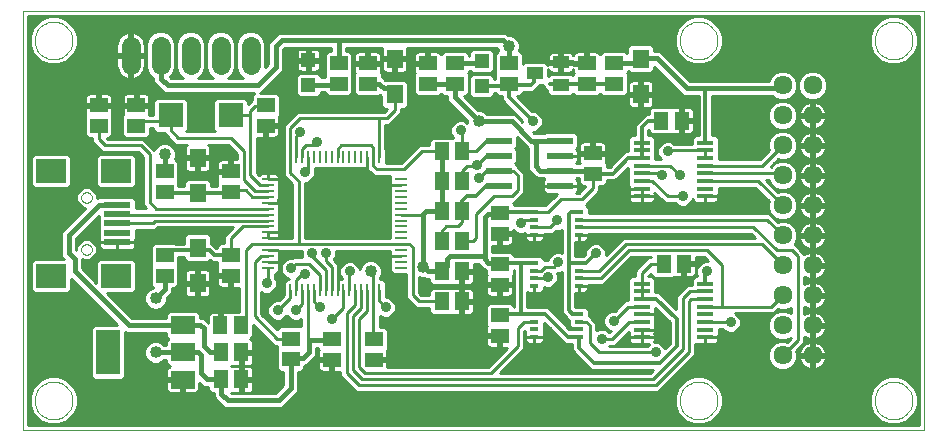
<source format=gtl>
G75*
G70*
%OFA0B0*%
%FSLAX24Y24*%
%IPPOS*%
%LPD*%
%AMOC8*
5,1,8,0,0,1.08239X$1,22.5*
%
%ADD10C,0.0000*%
%ADD11R,0.0512X0.0591*%
%ADD12R,0.0591X0.0512*%
%ADD13R,0.0551X0.0630*%
%ADD14R,0.0866X0.0236*%
%ADD15R,0.0787X0.0591*%
%ADD16R,0.0787X0.1496*%
%ADD17R,0.0106X0.0394*%
%ADD18R,0.0394X0.0106*%
%ADD19C,0.0640*%
%ADD20R,0.0472X0.0472*%
%ADD21R,0.0315X0.0157*%
%ADD22R,0.0551X0.0394*%
%ADD23R,0.0563X0.0138*%
%ADD24C,0.0634*%
%ADD25R,0.0800X0.0800*%
%ADD26R,0.0984X0.0787*%
%ADD27R,0.0906X0.0197*%
%ADD28C,0.0100*%
%ADD29C,0.0350*%
%ADD30C,0.0120*%
%ADD31C,0.0160*%
%ADD32C,0.0400*%
D10*
X003526Y002852D02*
X003526Y016844D01*
X033585Y016844D01*
X033585Y002852D01*
X003526Y002852D01*
X003928Y003852D02*
X003930Y003902D01*
X003936Y003952D01*
X003946Y004001D01*
X003960Y004049D01*
X003977Y004096D01*
X003998Y004141D01*
X004023Y004185D01*
X004051Y004226D01*
X004083Y004265D01*
X004117Y004302D01*
X004154Y004336D01*
X004194Y004366D01*
X004236Y004393D01*
X004280Y004417D01*
X004326Y004438D01*
X004373Y004454D01*
X004421Y004467D01*
X004471Y004476D01*
X004520Y004481D01*
X004571Y004482D01*
X004621Y004479D01*
X004670Y004472D01*
X004719Y004461D01*
X004767Y004446D01*
X004813Y004428D01*
X004858Y004406D01*
X004901Y004380D01*
X004942Y004351D01*
X004981Y004319D01*
X005017Y004284D01*
X005049Y004246D01*
X005079Y004206D01*
X005106Y004163D01*
X005129Y004119D01*
X005148Y004073D01*
X005164Y004025D01*
X005176Y003976D01*
X005184Y003927D01*
X005188Y003877D01*
X005188Y003827D01*
X005184Y003777D01*
X005176Y003728D01*
X005164Y003679D01*
X005148Y003631D01*
X005129Y003585D01*
X005106Y003541D01*
X005079Y003498D01*
X005049Y003458D01*
X005017Y003420D01*
X004981Y003385D01*
X004942Y003353D01*
X004901Y003324D01*
X004858Y003298D01*
X004813Y003276D01*
X004767Y003258D01*
X004719Y003243D01*
X004670Y003232D01*
X004621Y003225D01*
X004571Y003222D01*
X004520Y003223D01*
X004471Y003228D01*
X004421Y003237D01*
X004373Y003250D01*
X004326Y003266D01*
X004280Y003287D01*
X004236Y003311D01*
X004194Y003338D01*
X004154Y003368D01*
X004117Y003402D01*
X004083Y003439D01*
X004051Y003478D01*
X004023Y003519D01*
X003998Y003563D01*
X003977Y003608D01*
X003960Y003655D01*
X003946Y003703D01*
X003936Y003752D01*
X003930Y003802D01*
X003928Y003852D01*
X005481Y008886D02*
X005483Y008912D01*
X005489Y008938D01*
X005499Y008963D01*
X005512Y008986D01*
X005528Y009006D01*
X005548Y009024D01*
X005570Y009039D01*
X005593Y009051D01*
X005619Y009059D01*
X005645Y009063D01*
X005671Y009063D01*
X005697Y009059D01*
X005723Y009051D01*
X005747Y009039D01*
X005768Y009024D01*
X005788Y009006D01*
X005804Y008986D01*
X005817Y008963D01*
X005827Y008938D01*
X005833Y008912D01*
X005835Y008886D01*
X005833Y008860D01*
X005827Y008834D01*
X005817Y008809D01*
X005804Y008786D01*
X005788Y008766D01*
X005768Y008748D01*
X005746Y008733D01*
X005723Y008721D01*
X005697Y008713D01*
X005671Y008709D01*
X005645Y008709D01*
X005619Y008713D01*
X005593Y008721D01*
X005569Y008733D01*
X005548Y008748D01*
X005528Y008766D01*
X005512Y008786D01*
X005499Y008809D01*
X005489Y008834D01*
X005483Y008860D01*
X005481Y008886D01*
X005481Y010618D02*
X005483Y010644D01*
X005489Y010670D01*
X005499Y010695D01*
X005512Y010718D01*
X005528Y010738D01*
X005548Y010756D01*
X005570Y010771D01*
X005593Y010783D01*
X005619Y010791D01*
X005645Y010795D01*
X005671Y010795D01*
X005697Y010791D01*
X005723Y010783D01*
X005747Y010771D01*
X005768Y010756D01*
X005788Y010738D01*
X005804Y010718D01*
X005817Y010695D01*
X005827Y010670D01*
X005833Y010644D01*
X005835Y010618D01*
X005833Y010592D01*
X005827Y010566D01*
X005817Y010541D01*
X005804Y010518D01*
X005788Y010498D01*
X005768Y010480D01*
X005746Y010465D01*
X005723Y010453D01*
X005697Y010445D01*
X005671Y010441D01*
X005645Y010441D01*
X005619Y010445D01*
X005593Y010453D01*
X005569Y010465D01*
X005548Y010480D01*
X005528Y010498D01*
X005512Y010518D01*
X005499Y010541D01*
X005489Y010566D01*
X005483Y010592D01*
X005481Y010618D01*
X003928Y015852D02*
X003930Y015902D01*
X003936Y015952D01*
X003946Y016001D01*
X003960Y016049D01*
X003977Y016096D01*
X003998Y016141D01*
X004023Y016185D01*
X004051Y016226D01*
X004083Y016265D01*
X004117Y016302D01*
X004154Y016336D01*
X004194Y016366D01*
X004236Y016393D01*
X004280Y016417D01*
X004326Y016438D01*
X004373Y016454D01*
X004421Y016467D01*
X004471Y016476D01*
X004520Y016481D01*
X004571Y016482D01*
X004621Y016479D01*
X004670Y016472D01*
X004719Y016461D01*
X004767Y016446D01*
X004813Y016428D01*
X004858Y016406D01*
X004901Y016380D01*
X004942Y016351D01*
X004981Y016319D01*
X005017Y016284D01*
X005049Y016246D01*
X005079Y016206D01*
X005106Y016163D01*
X005129Y016119D01*
X005148Y016073D01*
X005164Y016025D01*
X005176Y015976D01*
X005184Y015927D01*
X005188Y015877D01*
X005188Y015827D01*
X005184Y015777D01*
X005176Y015728D01*
X005164Y015679D01*
X005148Y015631D01*
X005129Y015585D01*
X005106Y015541D01*
X005079Y015498D01*
X005049Y015458D01*
X005017Y015420D01*
X004981Y015385D01*
X004942Y015353D01*
X004901Y015324D01*
X004858Y015298D01*
X004813Y015276D01*
X004767Y015258D01*
X004719Y015243D01*
X004670Y015232D01*
X004621Y015225D01*
X004571Y015222D01*
X004520Y015223D01*
X004471Y015228D01*
X004421Y015237D01*
X004373Y015250D01*
X004326Y015266D01*
X004280Y015287D01*
X004236Y015311D01*
X004194Y015338D01*
X004154Y015368D01*
X004117Y015402D01*
X004083Y015439D01*
X004051Y015478D01*
X004023Y015519D01*
X003998Y015563D01*
X003977Y015608D01*
X003960Y015655D01*
X003946Y015703D01*
X003936Y015752D01*
X003930Y015802D01*
X003928Y015852D01*
X025428Y015852D02*
X025430Y015902D01*
X025436Y015952D01*
X025446Y016001D01*
X025460Y016049D01*
X025477Y016096D01*
X025498Y016141D01*
X025523Y016185D01*
X025551Y016226D01*
X025583Y016265D01*
X025617Y016302D01*
X025654Y016336D01*
X025694Y016366D01*
X025736Y016393D01*
X025780Y016417D01*
X025826Y016438D01*
X025873Y016454D01*
X025921Y016467D01*
X025971Y016476D01*
X026020Y016481D01*
X026071Y016482D01*
X026121Y016479D01*
X026170Y016472D01*
X026219Y016461D01*
X026267Y016446D01*
X026313Y016428D01*
X026358Y016406D01*
X026401Y016380D01*
X026442Y016351D01*
X026481Y016319D01*
X026517Y016284D01*
X026549Y016246D01*
X026579Y016206D01*
X026606Y016163D01*
X026629Y016119D01*
X026648Y016073D01*
X026664Y016025D01*
X026676Y015976D01*
X026684Y015927D01*
X026688Y015877D01*
X026688Y015827D01*
X026684Y015777D01*
X026676Y015728D01*
X026664Y015679D01*
X026648Y015631D01*
X026629Y015585D01*
X026606Y015541D01*
X026579Y015498D01*
X026549Y015458D01*
X026517Y015420D01*
X026481Y015385D01*
X026442Y015353D01*
X026401Y015324D01*
X026358Y015298D01*
X026313Y015276D01*
X026267Y015258D01*
X026219Y015243D01*
X026170Y015232D01*
X026121Y015225D01*
X026071Y015222D01*
X026020Y015223D01*
X025971Y015228D01*
X025921Y015237D01*
X025873Y015250D01*
X025826Y015266D01*
X025780Y015287D01*
X025736Y015311D01*
X025694Y015338D01*
X025654Y015368D01*
X025617Y015402D01*
X025583Y015439D01*
X025551Y015478D01*
X025523Y015519D01*
X025498Y015563D01*
X025477Y015608D01*
X025460Y015655D01*
X025446Y015703D01*
X025436Y015752D01*
X025430Y015802D01*
X025428Y015852D01*
X031928Y015852D02*
X031930Y015902D01*
X031936Y015952D01*
X031946Y016001D01*
X031960Y016049D01*
X031977Y016096D01*
X031998Y016141D01*
X032023Y016185D01*
X032051Y016226D01*
X032083Y016265D01*
X032117Y016302D01*
X032154Y016336D01*
X032194Y016366D01*
X032236Y016393D01*
X032280Y016417D01*
X032326Y016438D01*
X032373Y016454D01*
X032421Y016467D01*
X032471Y016476D01*
X032520Y016481D01*
X032571Y016482D01*
X032621Y016479D01*
X032670Y016472D01*
X032719Y016461D01*
X032767Y016446D01*
X032813Y016428D01*
X032858Y016406D01*
X032901Y016380D01*
X032942Y016351D01*
X032981Y016319D01*
X033017Y016284D01*
X033049Y016246D01*
X033079Y016206D01*
X033106Y016163D01*
X033129Y016119D01*
X033148Y016073D01*
X033164Y016025D01*
X033176Y015976D01*
X033184Y015927D01*
X033188Y015877D01*
X033188Y015827D01*
X033184Y015777D01*
X033176Y015728D01*
X033164Y015679D01*
X033148Y015631D01*
X033129Y015585D01*
X033106Y015541D01*
X033079Y015498D01*
X033049Y015458D01*
X033017Y015420D01*
X032981Y015385D01*
X032942Y015353D01*
X032901Y015324D01*
X032858Y015298D01*
X032813Y015276D01*
X032767Y015258D01*
X032719Y015243D01*
X032670Y015232D01*
X032621Y015225D01*
X032571Y015222D01*
X032520Y015223D01*
X032471Y015228D01*
X032421Y015237D01*
X032373Y015250D01*
X032326Y015266D01*
X032280Y015287D01*
X032236Y015311D01*
X032194Y015338D01*
X032154Y015368D01*
X032117Y015402D01*
X032083Y015439D01*
X032051Y015478D01*
X032023Y015519D01*
X031998Y015563D01*
X031977Y015608D01*
X031960Y015655D01*
X031946Y015703D01*
X031936Y015752D01*
X031930Y015802D01*
X031928Y015852D01*
X031928Y003852D02*
X031930Y003902D01*
X031936Y003952D01*
X031946Y004001D01*
X031960Y004049D01*
X031977Y004096D01*
X031998Y004141D01*
X032023Y004185D01*
X032051Y004226D01*
X032083Y004265D01*
X032117Y004302D01*
X032154Y004336D01*
X032194Y004366D01*
X032236Y004393D01*
X032280Y004417D01*
X032326Y004438D01*
X032373Y004454D01*
X032421Y004467D01*
X032471Y004476D01*
X032520Y004481D01*
X032571Y004482D01*
X032621Y004479D01*
X032670Y004472D01*
X032719Y004461D01*
X032767Y004446D01*
X032813Y004428D01*
X032858Y004406D01*
X032901Y004380D01*
X032942Y004351D01*
X032981Y004319D01*
X033017Y004284D01*
X033049Y004246D01*
X033079Y004206D01*
X033106Y004163D01*
X033129Y004119D01*
X033148Y004073D01*
X033164Y004025D01*
X033176Y003976D01*
X033184Y003927D01*
X033188Y003877D01*
X033188Y003827D01*
X033184Y003777D01*
X033176Y003728D01*
X033164Y003679D01*
X033148Y003631D01*
X033129Y003585D01*
X033106Y003541D01*
X033079Y003498D01*
X033049Y003458D01*
X033017Y003420D01*
X032981Y003385D01*
X032942Y003353D01*
X032901Y003324D01*
X032858Y003298D01*
X032813Y003276D01*
X032767Y003258D01*
X032719Y003243D01*
X032670Y003232D01*
X032621Y003225D01*
X032571Y003222D01*
X032520Y003223D01*
X032471Y003228D01*
X032421Y003237D01*
X032373Y003250D01*
X032326Y003266D01*
X032280Y003287D01*
X032236Y003311D01*
X032194Y003338D01*
X032154Y003368D01*
X032117Y003402D01*
X032083Y003439D01*
X032051Y003478D01*
X032023Y003519D01*
X031998Y003563D01*
X031977Y003608D01*
X031960Y003655D01*
X031946Y003703D01*
X031936Y003752D01*
X031930Y003802D01*
X031928Y003852D01*
X025428Y003852D02*
X025430Y003902D01*
X025436Y003952D01*
X025446Y004001D01*
X025460Y004049D01*
X025477Y004096D01*
X025498Y004141D01*
X025523Y004185D01*
X025551Y004226D01*
X025583Y004265D01*
X025617Y004302D01*
X025654Y004336D01*
X025694Y004366D01*
X025736Y004393D01*
X025780Y004417D01*
X025826Y004438D01*
X025873Y004454D01*
X025921Y004467D01*
X025971Y004476D01*
X026020Y004481D01*
X026071Y004482D01*
X026121Y004479D01*
X026170Y004472D01*
X026219Y004461D01*
X026267Y004446D01*
X026313Y004428D01*
X026358Y004406D01*
X026401Y004380D01*
X026442Y004351D01*
X026481Y004319D01*
X026517Y004284D01*
X026549Y004246D01*
X026579Y004206D01*
X026606Y004163D01*
X026629Y004119D01*
X026648Y004073D01*
X026664Y004025D01*
X026676Y003976D01*
X026684Y003927D01*
X026688Y003877D01*
X026688Y003827D01*
X026684Y003777D01*
X026676Y003728D01*
X026664Y003679D01*
X026648Y003631D01*
X026629Y003585D01*
X026606Y003541D01*
X026579Y003498D01*
X026549Y003458D01*
X026517Y003420D01*
X026481Y003385D01*
X026442Y003353D01*
X026401Y003324D01*
X026358Y003298D01*
X026313Y003276D01*
X026267Y003258D01*
X026219Y003243D01*
X026170Y003232D01*
X026121Y003225D01*
X026071Y003222D01*
X026020Y003223D01*
X025971Y003228D01*
X025921Y003237D01*
X025873Y003250D01*
X025826Y003266D01*
X025780Y003287D01*
X025736Y003311D01*
X025694Y003338D01*
X025654Y003368D01*
X025617Y003402D01*
X025583Y003439D01*
X025551Y003478D01*
X025523Y003519D01*
X025498Y003563D01*
X025477Y003608D01*
X025460Y003655D01*
X025446Y003703D01*
X025436Y003752D01*
X025430Y003802D01*
X025428Y003852D01*
D11*
X018161Y007152D03*
X017492Y007152D03*
X017492Y008152D03*
X018161Y008152D03*
X018161Y009152D03*
X017492Y009152D03*
X017492Y010152D03*
X018161Y010152D03*
X018161Y011152D03*
X017492Y011152D03*
X017492Y012152D03*
X018161Y012152D03*
X024823Y013184D03*
X025492Y013184D03*
X025561Y008402D03*
X024892Y008402D03*
X010792Y006352D03*
X010123Y006352D03*
X010142Y005452D03*
X010811Y005452D03*
X010811Y004552D03*
X010142Y004552D03*
D12*
X012458Y005236D03*
X012458Y005905D03*
X013826Y005887D03*
X013826Y005218D03*
X015226Y005218D03*
X015226Y005887D03*
X019426Y006018D03*
X019426Y006687D03*
X019426Y007718D03*
X019426Y008387D03*
X019426Y009418D03*
X019426Y010087D03*
X022526Y011418D03*
X022526Y012087D03*
X022326Y014418D03*
X023226Y014418D03*
X023226Y015087D03*
X022326Y015087D03*
X019726Y015087D03*
X019726Y014418D03*
X017926Y014418D03*
X017026Y014418D03*
X017026Y015087D03*
X017926Y015087D03*
X015026Y015087D03*
X014058Y015087D03*
X014058Y014418D03*
X015026Y014418D03*
X011626Y013687D03*
X011626Y013018D03*
X010458Y011487D03*
X010458Y010818D03*
X008258Y010818D03*
X008258Y011487D03*
X007308Y013018D03*
X007308Y013687D03*
X006058Y013687D03*
X006058Y013018D03*
X008258Y008687D03*
X008258Y008018D03*
X010458Y008018D03*
X010458Y008687D03*
D13*
X009358Y008943D03*
X009358Y007762D03*
X009358Y010762D03*
X009358Y011943D03*
X015926Y014062D03*
X015926Y015243D03*
X024126Y015243D03*
X024126Y014062D03*
D14*
X021450Y012502D03*
X021450Y012002D03*
X021450Y011502D03*
X021450Y011002D03*
X019403Y011002D03*
X019403Y011502D03*
X019403Y012002D03*
X019403Y012502D03*
D15*
X008866Y006358D03*
X008866Y005452D03*
X008866Y004547D03*
D16*
X006386Y005452D03*
D17*
X012450Y007548D03*
X012647Y007548D03*
X012844Y007548D03*
X013040Y007548D03*
X013237Y007548D03*
X013434Y007548D03*
X013631Y007548D03*
X013828Y007548D03*
X014025Y007548D03*
X014222Y007548D03*
X014418Y007548D03*
X014615Y007548D03*
X014812Y007548D03*
X015009Y007548D03*
X015206Y007548D03*
X015403Y007548D03*
X015403Y011957D03*
X015206Y011957D03*
X015009Y011957D03*
X014812Y011957D03*
X014615Y011957D03*
X014418Y011957D03*
X014222Y011957D03*
X014025Y011957D03*
X013828Y011957D03*
X013631Y011957D03*
X013434Y011957D03*
X013237Y011957D03*
X013040Y011957D03*
X012844Y011957D03*
X012647Y011957D03*
X012450Y011957D03*
D18*
X011722Y011229D03*
X011722Y011032D03*
X011722Y010835D03*
X011722Y010638D03*
X011722Y010441D03*
X011722Y010244D03*
X011722Y010048D03*
X011722Y009851D03*
X011722Y009654D03*
X011722Y009457D03*
X011722Y009260D03*
X011722Y009063D03*
X011722Y008866D03*
X011722Y008670D03*
X011722Y008473D03*
X011722Y008276D03*
X016131Y008276D03*
X016131Y008473D03*
X016131Y008670D03*
X016131Y008866D03*
X016131Y009063D03*
X016131Y009260D03*
X016131Y009457D03*
X016131Y009654D03*
X016131Y009851D03*
X016131Y010048D03*
X016131Y010244D03*
X016131Y010441D03*
X016131Y010638D03*
X016131Y010835D03*
X016131Y011032D03*
X016131Y011229D03*
D19*
X011126Y015032D02*
X011126Y015672D01*
X010126Y015672D02*
X010126Y015032D01*
X009126Y015032D02*
X009126Y015672D01*
X008126Y015672D02*
X008126Y015032D01*
X007126Y015032D02*
X007126Y015672D01*
D20*
X013052Y015197D03*
X013052Y014370D03*
X018826Y014339D03*
X018826Y015166D03*
D21*
X020588Y010136D03*
X020588Y009880D03*
X020588Y009624D03*
X020588Y009368D03*
X022064Y009368D03*
X022064Y009624D03*
X022064Y009880D03*
X022064Y010136D03*
X022064Y008436D03*
X022064Y008180D03*
X022064Y007924D03*
X022064Y007668D03*
X020588Y007668D03*
X020588Y007924D03*
X020588Y008180D03*
X020588Y008436D03*
X020588Y006736D03*
X020588Y006480D03*
X020588Y006224D03*
X020588Y005968D03*
X022064Y005968D03*
X022064Y006224D03*
X022064Y006480D03*
X022064Y006736D03*
D22*
X021459Y014378D03*
X020593Y014752D03*
X021459Y015126D03*
D23*
X024163Y012448D03*
X024163Y012192D03*
X024163Y011936D03*
X024163Y011680D03*
X024163Y011424D03*
X024163Y011168D03*
X024163Y010913D03*
X024163Y010657D03*
X026289Y010657D03*
X026289Y010913D03*
X026289Y011168D03*
X026289Y011424D03*
X026289Y011680D03*
X026289Y011936D03*
X026289Y012192D03*
X026289Y012448D03*
X026289Y007748D03*
X026289Y007492D03*
X026289Y007236D03*
X026289Y006980D03*
X026289Y006724D03*
X026289Y006468D03*
X026289Y006213D03*
X026289Y005957D03*
X024163Y005957D03*
X024163Y006213D03*
X024163Y006468D03*
X024163Y006724D03*
X024163Y006980D03*
X024163Y007236D03*
X024163Y007492D03*
X024163Y007748D03*
D24*
X028858Y007352D03*
X029858Y007352D03*
X029858Y006352D03*
X028858Y006352D03*
X028858Y005352D03*
X029858Y005352D03*
X029858Y008352D03*
X028858Y008352D03*
X028858Y009352D03*
X029858Y009352D03*
X029858Y010352D03*
X028858Y010352D03*
X028858Y011352D03*
X029858Y011352D03*
X029858Y012352D03*
X028858Y012352D03*
X028858Y013352D03*
X029858Y013352D03*
X029858Y014352D03*
X028858Y014352D03*
D25*
X010458Y013352D03*
X008458Y013352D03*
D26*
X006642Y011504D03*
X004477Y011504D03*
X004477Y008000D03*
X006642Y008000D03*
D27*
X006681Y009122D03*
X006681Y009437D03*
X006681Y009752D03*
X006681Y010067D03*
X006681Y010382D03*
D28*
X006158Y010651D02*
X007205Y010651D01*
X007304Y010551D01*
X007304Y010268D01*
X007631Y010268D01*
X007538Y010361D01*
X007538Y011961D01*
X007367Y012132D01*
X006349Y012132D01*
X006167Y012132D01*
X005967Y012332D01*
X005838Y012461D01*
X005838Y012592D01*
X005692Y012592D01*
X005593Y012691D01*
X005593Y013344D01*
X005623Y013374D01*
X005613Y013411D01*
X005613Y013637D01*
X006008Y013637D01*
X006008Y013737D01*
X006008Y014093D01*
X005743Y014093D01*
X005705Y014083D01*
X005670Y014063D01*
X005642Y014035D01*
X005623Y014001D01*
X005613Y013963D01*
X005613Y013737D01*
X006008Y013737D01*
X006108Y013737D01*
X006503Y013737D01*
X006503Y013963D01*
X006493Y014001D01*
X006473Y014035D01*
X006445Y014063D01*
X006411Y014083D01*
X006373Y014093D01*
X006108Y014093D01*
X006108Y013737D01*
X006108Y013637D01*
X006503Y013637D01*
X006503Y013411D01*
X006493Y013374D01*
X006523Y013344D01*
X006523Y012691D01*
X006423Y012592D01*
X006329Y012592D01*
X006349Y012572D01*
X007549Y012572D01*
X007678Y012443D01*
X007919Y012202D01*
X007944Y012262D01*
X008048Y012366D01*
X008184Y012422D01*
X008331Y012422D01*
X008467Y012366D01*
X008571Y012262D01*
X008628Y012126D01*
X008628Y011979D01*
X008600Y011913D01*
X008623Y011913D01*
X008723Y011813D01*
X008723Y011161D01*
X008715Y011152D01*
X008723Y011144D01*
X008723Y010992D01*
X008912Y010992D01*
X008912Y011147D01*
X009012Y011247D01*
X009704Y011247D01*
X009803Y011147D01*
X009803Y010992D01*
X009993Y010992D01*
X009993Y011144D01*
X010023Y011174D01*
X010013Y011211D01*
X010013Y011437D01*
X010408Y011437D01*
X010408Y011537D01*
X010408Y011893D01*
X010143Y011893D01*
X010105Y011883D01*
X010070Y011863D01*
X010042Y011835D01*
X010023Y011801D01*
X010013Y011763D01*
X010013Y011537D01*
X010408Y011537D01*
X010508Y011537D01*
X010508Y011893D01*
X010688Y011893D01*
X010688Y012061D01*
X010367Y012382D01*
X009718Y012382D01*
X009725Y012378D01*
X009753Y012350D01*
X009773Y012316D01*
X009783Y012278D01*
X009783Y011993D01*
X009408Y011993D01*
X009408Y011893D01*
X009783Y011893D01*
X009783Y011608D01*
X009773Y011570D01*
X009753Y011536D01*
X009725Y011508D01*
X009691Y011488D01*
X009653Y011478D01*
X009408Y011478D01*
X009408Y011893D01*
X009308Y011893D01*
X009308Y011478D01*
X009062Y011478D01*
X009024Y011488D01*
X008990Y011508D01*
X008962Y011536D01*
X008942Y011570D01*
X008932Y011608D01*
X008932Y011893D01*
X009308Y011893D01*
X009308Y011993D01*
X008932Y011993D01*
X008932Y012278D01*
X008942Y012316D01*
X008962Y012350D01*
X008990Y012378D01*
X008998Y012382D01*
X008799Y012382D01*
X008617Y012382D01*
X008367Y012632D01*
X008238Y012761D01*
X008238Y012782D01*
X007987Y012782D01*
X007888Y012882D01*
X007888Y012932D01*
X007773Y012932D01*
X007773Y012691D01*
X007673Y012592D01*
X006942Y012592D01*
X006843Y012691D01*
X006843Y013344D01*
X006873Y013374D01*
X006863Y013411D01*
X006863Y013637D01*
X007258Y013637D01*
X007258Y013737D01*
X007258Y014093D01*
X006993Y014093D01*
X006955Y014083D01*
X006920Y014063D01*
X006892Y014035D01*
X006873Y014001D01*
X006863Y013963D01*
X006863Y013737D01*
X007258Y013737D01*
X007358Y013737D01*
X007753Y013737D01*
X007753Y013963D01*
X007743Y014001D01*
X007723Y014035D01*
X007695Y014063D01*
X007661Y014083D01*
X007623Y014093D01*
X007358Y014093D01*
X007358Y013737D01*
X007358Y013637D01*
X007753Y013637D01*
X007753Y013411D01*
X007743Y013374D01*
X007745Y013372D01*
X007888Y013372D01*
X007888Y013823D01*
X007987Y013922D01*
X008928Y013922D01*
X009028Y013823D01*
X009028Y012882D01*
X008968Y012822D01*
X009947Y012822D01*
X009888Y012882D01*
X009888Y013823D01*
X009987Y013922D01*
X010928Y013922D01*
X011028Y013823D01*
X011028Y013733D01*
X011038Y013743D01*
X011161Y013867D01*
X011161Y014013D01*
X011250Y014102D01*
X008408Y014102D01*
X008308Y014102D01*
X008216Y014140D01*
X007914Y014442D01*
X007876Y014534D01*
X007876Y014605D01*
X007849Y014617D01*
X007711Y014755D01*
X007636Y014935D01*
X007636Y015770D01*
X007711Y015950D01*
X007849Y016088D01*
X008029Y016162D01*
X008224Y016162D01*
X008404Y016088D01*
X008542Y015950D01*
X008616Y015770D01*
X008616Y014935D01*
X008542Y014755D01*
X008425Y014638D01*
X008461Y014602D01*
X008884Y014602D01*
X008849Y014617D01*
X008711Y014755D01*
X008636Y014935D01*
X008636Y015770D01*
X008711Y015950D01*
X008849Y016088D01*
X009029Y016162D01*
X009224Y016162D01*
X009404Y016088D01*
X009542Y015950D01*
X009616Y015770D01*
X009616Y014935D01*
X009542Y014755D01*
X009404Y014617D01*
X009368Y014602D01*
X009884Y014602D01*
X009849Y014617D01*
X009711Y014755D01*
X009636Y014935D01*
X009636Y015770D01*
X009711Y015950D01*
X009849Y016088D01*
X010029Y016162D01*
X010224Y016162D01*
X010404Y016088D01*
X010542Y015950D01*
X010616Y015770D01*
X010616Y014935D01*
X010542Y014755D01*
X010404Y014617D01*
X010368Y014602D01*
X010884Y014602D01*
X010849Y014617D01*
X010711Y014755D01*
X010636Y014935D01*
X010636Y015770D01*
X010711Y015950D01*
X010849Y016088D01*
X011029Y016162D01*
X011224Y016162D01*
X011404Y016088D01*
X011542Y015950D01*
X011616Y015770D01*
X011616Y014964D01*
X011708Y015056D01*
X011708Y015702D01*
X011746Y015794D01*
X011816Y015864D01*
X011946Y015994D01*
X011946Y015994D01*
X012016Y016064D01*
X012108Y016102D01*
X014008Y016102D01*
X014108Y016102D01*
X019477Y016102D01*
X019576Y016102D01*
X019668Y016064D01*
X019710Y016022D01*
X019800Y016022D01*
X019936Y015966D01*
X020040Y015862D01*
X020096Y015726D01*
X020096Y015579D01*
X020069Y015513D01*
X020092Y015513D01*
X020192Y015413D01*
X020192Y015063D01*
X020247Y015119D01*
X020939Y015119D01*
X021034Y015024D01*
X021034Y015078D01*
X021411Y015078D01*
X021411Y015175D01*
X021411Y015473D01*
X021164Y015473D01*
X021126Y015463D01*
X021092Y015443D01*
X021064Y015415D01*
X021044Y015381D01*
X021034Y015343D01*
X021034Y015175D01*
X021411Y015175D01*
X021508Y015175D01*
X021508Y015473D01*
X021755Y015473D01*
X021793Y015463D01*
X021827Y015443D01*
X021855Y015415D01*
X021875Y015381D01*
X021881Y015357D01*
X021881Y015363D01*
X021891Y015401D01*
X021911Y015435D01*
X021939Y015463D01*
X021973Y015483D01*
X022011Y015493D01*
X022276Y015493D01*
X022276Y015137D01*
X022276Y015037D01*
X021885Y015037D01*
X021885Y015078D01*
X021508Y015078D01*
X021508Y015175D01*
X021881Y015175D01*
X021881Y015137D01*
X022276Y015137D01*
X022376Y015137D01*
X022376Y015493D01*
X022641Y015493D01*
X022679Y015483D01*
X022714Y015463D01*
X022742Y015435D01*
X022761Y015401D01*
X022761Y015413D01*
X022861Y015513D01*
X023592Y015513D01*
X023681Y015424D01*
X023681Y015628D01*
X023780Y015728D01*
X024472Y015728D01*
X024572Y015628D01*
X024572Y015502D01*
X024608Y015502D01*
X024708Y015502D01*
X024799Y015464D01*
X025761Y014502D01*
X026308Y014502D01*
X028393Y014502D01*
X028445Y014628D01*
X028582Y014765D01*
X028761Y014839D01*
X028955Y014839D01*
X029134Y014765D01*
X029271Y014628D01*
X029345Y014449D01*
X029345Y014255D01*
X029271Y014076D01*
X029134Y013940D01*
X028955Y013865D01*
X028761Y013865D01*
X028582Y013940D01*
X028519Y014002D01*
X026519Y014002D01*
X026519Y012687D01*
X026641Y012687D01*
X026741Y012587D01*
X026741Y012309D01*
X026741Y012053D01*
X026741Y011900D01*
X028095Y011900D01*
X028394Y012200D01*
X028371Y012255D01*
X028371Y012449D01*
X028445Y012628D01*
X028582Y012765D01*
X028761Y012839D01*
X028955Y012839D01*
X029134Y012765D01*
X029271Y012628D01*
X029345Y012449D01*
X029345Y012255D01*
X029271Y012076D01*
X029134Y011940D01*
X028955Y011865D01*
X028761Y011865D01*
X028705Y011889D01*
X028461Y011644D01*
X028461Y011644D01*
X028582Y011765D01*
X028761Y011839D01*
X028955Y011839D01*
X029134Y011765D01*
X029271Y011628D01*
X029345Y011449D01*
X029345Y011255D01*
X029271Y011076D01*
X029134Y010940D01*
X028955Y010865D01*
X028761Y010865D01*
X028582Y010940D01*
X028445Y011076D01*
X028392Y011204D01*
X028317Y011204D01*
X028705Y010816D01*
X028761Y010839D01*
X028955Y010839D01*
X029134Y010765D01*
X029271Y010628D01*
X029345Y010449D01*
X029345Y010255D01*
X029271Y010076D01*
X029134Y009940D01*
X028955Y009865D01*
X028761Y009865D01*
X028582Y009940D01*
X028445Y010076D01*
X028371Y010255D01*
X028371Y010449D01*
X028394Y010505D01*
X027951Y010948D01*
X026741Y010948D01*
X026741Y010773D01*
X026719Y010751D01*
X026721Y010745D01*
X026721Y010657D01*
X026290Y010657D01*
X026290Y010656D01*
X026721Y010656D01*
X026721Y010568D01*
X026711Y010530D01*
X026691Y010496D01*
X026663Y010468D01*
X026629Y010448D01*
X026591Y010438D01*
X026289Y010438D01*
X026289Y010656D01*
X026289Y010656D01*
X026289Y010438D01*
X025988Y010438D01*
X025950Y010448D01*
X025916Y010468D01*
X025888Y010496D01*
X025868Y010530D01*
X025861Y010558D01*
X025819Y010457D01*
X025722Y010360D01*
X025595Y010307D01*
X025458Y010307D01*
X025331Y010360D01*
X025258Y010432D01*
X024935Y010432D01*
X024806Y010561D01*
X024585Y010783D01*
X024595Y010745D01*
X024595Y010657D01*
X024164Y010657D01*
X024164Y010656D01*
X024595Y010656D01*
X024595Y010568D01*
X024585Y010530D01*
X024565Y010496D01*
X024537Y010468D01*
X024503Y010448D01*
X024465Y010438D01*
X024163Y010438D01*
X024163Y010656D01*
X024163Y010656D01*
X023732Y010656D01*
X023732Y010568D01*
X023742Y010530D01*
X023762Y010496D01*
X023790Y010468D01*
X023824Y010448D01*
X023862Y010438D01*
X024163Y010438D01*
X024163Y010656D01*
X024163Y010657D01*
X024163Y010875D01*
X024163Y010912D01*
X024163Y010912D01*
X023732Y010912D01*
X023732Y010824D01*
X023742Y010786D01*
X023743Y010785D01*
X023742Y010783D01*
X023732Y010745D01*
X023732Y010657D01*
X024163Y010657D01*
X024163Y010657D01*
X024163Y010875D01*
X024163Y010912D01*
X024163Y010913D01*
X023732Y010913D01*
X023732Y011001D01*
X023734Y011007D01*
X023712Y011029D01*
X023712Y011308D01*
X023712Y011564D01*
X023712Y011613D01*
X023287Y011188D01*
X023096Y011188D01*
X022992Y011188D01*
X022992Y011091D01*
X022892Y010992D01*
X022746Y010992D01*
X022746Y010830D01*
X022297Y010380D01*
X022392Y010285D01*
X022392Y010100D01*
X028239Y010100D01*
X028421Y010100D01*
X028705Y009816D01*
X028761Y009839D01*
X028955Y009839D01*
X029134Y009765D01*
X029271Y009628D01*
X029345Y009449D01*
X029345Y009255D01*
X029271Y009076D01*
X029258Y009064D01*
X029449Y008872D01*
X029578Y008743D01*
X029578Y008726D01*
X029613Y008752D01*
X029679Y008785D01*
X029748Y008808D01*
X029809Y008817D01*
X029809Y008401D01*
X029906Y008401D01*
X029906Y008817D01*
X029967Y008808D01*
X030037Y008785D01*
X030102Y008752D01*
X030162Y008708D01*
X030214Y008656D01*
X030257Y008597D01*
X030290Y008531D01*
X030313Y008462D01*
X030323Y008401D01*
X029906Y008401D01*
X029906Y008304D01*
X029906Y007887D01*
X029967Y007897D01*
X030037Y007920D01*
X030102Y007953D01*
X030162Y007996D01*
X030214Y008048D01*
X030257Y008108D01*
X030290Y008173D01*
X030313Y008243D01*
X030323Y008304D01*
X029906Y008304D01*
X029809Y008304D01*
X029809Y007887D01*
X029748Y007897D01*
X029679Y007920D01*
X029613Y007953D01*
X029578Y007979D01*
X029578Y007726D01*
X029613Y007752D01*
X029679Y007785D01*
X029748Y007808D01*
X029809Y007817D01*
X029809Y007401D01*
X029906Y007401D01*
X029906Y007817D01*
X029967Y007808D01*
X030037Y007785D01*
X030102Y007752D01*
X030162Y007708D01*
X030214Y007656D01*
X030257Y007597D01*
X030290Y007531D01*
X030313Y007462D01*
X030323Y007401D01*
X029906Y007401D01*
X029906Y007304D01*
X029906Y006887D01*
X029967Y006897D01*
X030037Y006920D01*
X030102Y006953D01*
X030162Y006996D01*
X030214Y007048D01*
X030257Y007108D01*
X030290Y007173D01*
X030313Y007243D01*
X030323Y007304D01*
X029906Y007304D01*
X029809Y007304D01*
X029809Y006887D01*
X029748Y006897D01*
X029679Y006920D01*
X029613Y006953D01*
X029578Y006979D01*
X029578Y006726D01*
X029613Y006752D01*
X029679Y006785D01*
X029748Y006808D01*
X029809Y006817D01*
X029809Y006401D01*
X029906Y006401D01*
X029906Y006817D01*
X029967Y006808D01*
X030037Y006785D01*
X030102Y006752D01*
X030162Y006708D01*
X030214Y006656D01*
X030257Y006597D01*
X033415Y006597D01*
X033415Y006695D02*
X030175Y006695D01*
X030257Y006597D02*
X030290Y006531D01*
X030313Y006462D01*
X030323Y006401D01*
X029906Y006401D01*
X029906Y006304D01*
X029906Y005887D01*
X029967Y005897D01*
X030037Y005920D01*
X030102Y005953D01*
X030162Y005996D01*
X030214Y006048D01*
X030257Y006108D01*
X030290Y006173D01*
X030313Y006243D01*
X030323Y006304D01*
X029906Y006304D01*
X029809Y006304D01*
X029809Y005887D01*
X029748Y005897D01*
X029679Y005920D01*
X029613Y005953D01*
X029578Y005979D01*
X029578Y005943D01*
X029578Y005761D01*
X029321Y005505D01*
X029345Y005449D01*
X029345Y005255D01*
X029271Y005076D01*
X029134Y004940D01*
X028955Y004865D01*
X028761Y004865D01*
X028582Y004940D01*
X028445Y005076D01*
X028371Y005255D01*
X028371Y005449D01*
X028445Y005628D01*
X028582Y005765D01*
X028761Y005839D01*
X028955Y005839D01*
X029010Y005816D01*
X029138Y005943D01*
X029138Y005944D01*
X029134Y005940D01*
X028955Y005865D01*
X028761Y005865D01*
X028582Y005940D01*
X028445Y006076D01*
X028371Y006255D01*
X028371Y006449D01*
X028445Y006628D01*
X028582Y006765D01*
X028761Y006839D01*
X028955Y006839D01*
X029134Y006765D01*
X029138Y006761D01*
X029138Y006944D01*
X029134Y006940D01*
X028955Y006865D01*
X028761Y006865D01*
X028705Y006889D01*
X028577Y006760D01*
X028395Y006760D01*
X027284Y006760D01*
X027322Y006745D01*
X027419Y006648D01*
X027471Y006521D01*
X027471Y006384D01*
X027419Y006257D01*
X027322Y006160D01*
X027195Y006107D01*
X027058Y006107D01*
X026931Y006160D01*
X026842Y006248D01*
X026741Y006248D01*
X026741Y006073D01*
X026719Y006051D01*
X026721Y006045D01*
X026721Y005957D01*
X026290Y005957D01*
X026290Y005956D01*
X026721Y005956D01*
X026721Y005868D01*
X026711Y005830D01*
X026691Y005796D01*
X026663Y005768D01*
X026629Y005748D01*
X026591Y005738D01*
X026289Y005738D01*
X026289Y005956D01*
X026289Y005956D01*
X026289Y005738D01*
X025988Y005738D01*
X025950Y005748D01*
X025946Y005750D01*
X025946Y005361D01*
X025817Y005232D01*
X024717Y004132D01*
X024535Y004132D01*
X014635Y004132D01*
X014506Y004261D01*
X014106Y004661D01*
X014106Y004812D01*
X013876Y004812D01*
X013876Y005167D01*
X013776Y005167D01*
X013776Y004812D01*
X013511Y004812D01*
X013473Y004822D01*
X013439Y004842D01*
X013411Y004870D01*
X013391Y004904D01*
X013381Y004942D01*
X013381Y005168D01*
X013776Y005168D01*
X013776Y005268D01*
X013381Y005268D01*
X013381Y005493D01*
X013391Y005531D01*
X013361Y005561D01*
X013361Y005618D01*
X013308Y005618D01*
X013308Y005502D01*
X013308Y005403D01*
X013270Y005311D01*
X013070Y005111D01*
X012999Y005040D01*
X012923Y005009D01*
X012923Y004910D01*
X012823Y004810D01*
X012708Y004810D01*
X012708Y004203D01*
X012670Y004111D01*
X012599Y004040D01*
X012599Y004040D01*
X012270Y003711D01*
X012270Y003711D01*
X012199Y003640D01*
X012108Y003602D01*
X010308Y003602D01*
X010216Y003640D01*
X010146Y003711D01*
X009930Y003927D01*
X009892Y004019D01*
X009892Y004087D01*
X009815Y004087D01*
X009716Y004187D01*
X009716Y004302D01*
X009608Y004302D01*
X009516Y004340D01*
X009446Y004411D01*
X009410Y004446D01*
X009410Y004232D01*
X009716Y004232D01*
X009769Y004133D02*
X009354Y004133D01*
X009352Y004131D02*
X009380Y004159D01*
X009400Y004194D01*
X009410Y004232D01*
X009410Y004330D02*
X009540Y004330D01*
X009428Y004429D02*
X009410Y004429D01*
X009352Y004131D02*
X009318Y004112D01*
X009280Y004101D01*
X008916Y004101D01*
X008916Y004497D01*
X008816Y004497D01*
X008323Y004497D01*
X008323Y004232D01*
X005266Y004232D01*
X005236Y004305D02*
X005358Y004011D01*
X005358Y003693D01*
X005236Y003399D01*
X005011Y003174D01*
X004717Y003052D01*
X004399Y003052D01*
X004105Y003174D01*
X003880Y003399D01*
X003758Y003693D01*
X003758Y004011D01*
X003880Y004305D01*
X004105Y004530D01*
X004399Y004652D01*
X004717Y004652D01*
X005011Y004530D01*
X005236Y004305D01*
X005211Y004330D02*
X008323Y004330D01*
X008323Y004232D02*
X008333Y004194D01*
X008353Y004159D01*
X008381Y004131D01*
X008415Y004112D01*
X008453Y004101D01*
X008816Y004101D01*
X008816Y004497D01*
X008816Y004597D01*
X008323Y004597D01*
X008323Y004862D01*
X008333Y004900D01*
X008353Y004934D01*
X008381Y004962D01*
X008415Y004982D01*
X008434Y004987D01*
X008402Y004987D01*
X008303Y005087D01*
X008303Y005202D01*
X008231Y005202D01*
X008167Y005139D01*
X008031Y005082D01*
X007884Y005082D01*
X007748Y005139D01*
X007644Y005243D01*
X007588Y005379D01*
X007588Y005526D01*
X007644Y005662D01*
X007748Y005766D01*
X007884Y005822D01*
X008031Y005822D01*
X008167Y005766D01*
X008231Y005702D01*
X008303Y005702D01*
X008303Y005818D01*
X008390Y005905D01*
X008303Y005992D01*
X008303Y006102D01*
X007108Y006102D01*
X007008Y006102D01*
X006950Y006126D01*
X006950Y004634D01*
X006850Y004534D01*
X005922Y004534D01*
X005822Y004634D01*
X005822Y006271D01*
X005922Y006370D01*
X006686Y006370D01*
X005139Y007918D01*
X005139Y007536D01*
X005039Y007437D01*
X003914Y007437D01*
X003815Y007536D01*
X003815Y008464D01*
X003914Y008564D01*
X004893Y008564D01*
X004846Y008611D01*
X004808Y008703D01*
X004808Y008802D01*
X004808Y009402D01*
X004846Y009494D01*
X004916Y009564D01*
X005623Y010271D01*
X005589Y010271D01*
X005461Y010324D01*
X005363Y010422D01*
X005311Y010549D01*
X005311Y010687D01*
X005363Y010815D01*
X005461Y010913D01*
X005589Y010966D01*
X005727Y010966D01*
X005854Y010913D01*
X005952Y010815D01*
X006005Y010687D01*
X006005Y010618D01*
X006038Y010632D01*
X006137Y010632D01*
X006140Y010632D01*
X006158Y010651D01*
X006145Y010637D02*
X006005Y010637D01*
X005985Y010736D02*
X007538Y010736D01*
X007538Y010834D02*
X005933Y010834D01*
X005806Y010933D02*
X007538Y010933D01*
X007538Y011031D02*
X007295Y011031D01*
X007304Y011040D02*
X007304Y011968D01*
X007205Y012068D01*
X006079Y012068D01*
X005980Y011968D01*
X005980Y011040D01*
X006079Y010941D01*
X007205Y010941D01*
X007304Y011040D01*
X007304Y011130D02*
X007538Y011130D01*
X007538Y011228D02*
X007304Y011228D01*
X007304Y011327D02*
X007538Y011327D01*
X007538Y011426D02*
X007304Y011426D01*
X007304Y011524D02*
X007538Y011524D01*
X007538Y011623D02*
X007304Y011623D01*
X007304Y011721D02*
X007538Y011721D01*
X007538Y011820D02*
X007304Y011820D01*
X007304Y011918D02*
X007538Y011918D01*
X007482Y012017D02*
X007256Y012017D01*
X007384Y012115D02*
X003696Y012115D01*
X003696Y012017D02*
X003863Y012017D01*
X003815Y011968D02*
X003815Y011040D01*
X003914Y010941D01*
X005039Y010941D01*
X005139Y011040D01*
X005139Y011968D01*
X005039Y012068D01*
X003914Y012068D01*
X003815Y011968D01*
X003815Y011918D02*
X003696Y011918D01*
X003696Y011820D02*
X003815Y011820D01*
X003815Y011721D02*
X003696Y011721D01*
X003696Y011623D02*
X003815Y011623D01*
X003815Y011524D02*
X003696Y011524D01*
X003696Y011426D02*
X003815Y011426D01*
X003815Y011327D02*
X003696Y011327D01*
X003696Y011228D02*
X003815Y011228D01*
X003815Y011130D02*
X003696Y011130D01*
X003696Y011031D02*
X003823Y011031D01*
X003696Y010933D02*
X005510Y010933D01*
X005383Y010834D02*
X003696Y010834D01*
X003696Y010736D02*
X005331Y010736D01*
X005311Y010637D02*
X003696Y010637D01*
X003696Y010539D02*
X005315Y010539D01*
X005356Y010440D02*
X003696Y010440D01*
X003696Y010342D02*
X005444Y010342D01*
X005595Y010243D02*
X003696Y010243D01*
X003696Y010144D02*
X005497Y010144D01*
X005398Y010046D02*
X003696Y010046D01*
X003696Y009947D02*
X005299Y009947D01*
X005201Y009849D02*
X003696Y009849D01*
X003696Y009750D02*
X005102Y009750D01*
X005004Y009652D02*
X003696Y009652D01*
X003696Y009553D02*
X004905Y009553D01*
X004830Y009455D02*
X003696Y009455D01*
X003696Y009356D02*
X004808Y009356D01*
X004808Y009258D02*
X003696Y009258D01*
X003696Y009159D02*
X004808Y009159D01*
X004808Y009061D02*
X003696Y009061D01*
X003696Y008962D02*
X004808Y008962D01*
X004808Y008863D02*
X003696Y008863D01*
X003696Y008765D02*
X004808Y008765D01*
X004823Y008666D02*
X003696Y008666D01*
X003696Y008568D02*
X004889Y008568D01*
X005508Y008568D02*
X005519Y008568D01*
X005508Y008573D02*
X005589Y008539D01*
X005727Y008539D01*
X005854Y008592D01*
X005952Y008689D01*
X006005Y008817D01*
X006005Y008955D01*
X005952Y009083D01*
X005854Y009180D01*
X005727Y009233D01*
X005589Y009233D01*
X005461Y009180D01*
X005363Y009083D01*
X005311Y008955D01*
X005311Y008853D01*
X005308Y008856D01*
X005308Y009249D01*
X006059Y010000D01*
X006059Y009921D01*
X006059Y009583D01*
X006059Y009268D01*
X006080Y009247D01*
X006079Y009241D01*
X006079Y009123D01*
X006681Y009123D01*
X006681Y009122D01*
X006079Y009122D01*
X006079Y009004D01*
X006089Y008966D01*
X006109Y008932D01*
X006137Y008904D01*
X006171Y008884D01*
X006209Y008874D01*
X006681Y008874D01*
X006681Y009122D01*
X006682Y009122D01*
X006682Y009123D01*
X007284Y009123D01*
X007284Y009241D01*
X007282Y009247D01*
X007304Y009268D01*
X007304Y009532D01*
X007949Y009532D01*
X008047Y009631D01*
X010525Y009631D01*
X010367Y009472D01*
X010238Y009343D01*
X010238Y009113D01*
X010092Y009113D01*
X009993Y009013D01*
X009993Y008943D01*
X009988Y008948D01*
X009853Y009082D01*
X009803Y009082D01*
X009803Y009328D01*
X009704Y009428D01*
X009012Y009428D01*
X008912Y009328D01*
X008912Y009082D01*
X008654Y009082D01*
X008623Y009113D01*
X007892Y009113D01*
X007793Y009013D01*
X007793Y008361D01*
X007801Y008352D01*
X007793Y008344D01*
X007793Y007691D01*
X007868Y007616D01*
X007748Y007566D01*
X007644Y007462D01*
X007588Y007326D01*
X007588Y007179D01*
X007644Y007043D01*
X007748Y006939D01*
X007884Y006882D01*
X008031Y006882D01*
X008167Y006939D01*
X008271Y007043D01*
X008328Y007179D01*
X008328Y007269D01*
X008470Y007411D01*
X008508Y007503D01*
X008508Y007592D01*
X008623Y007592D01*
X008723Y007691D01*
X008723Y008344D01*
X008715Y008352D01*
X008723Y008361D01*
X008723Y008622D01*
X008912Y008622D01*
X008912Y008557D01*
X009012Y008458D01*
X009704Y008458D01*
X009765Y008519D01*
X009828Y008457D01*
X009993Y008457D01*
X009993Y008361D01*
X010023Y008331D01*
X010013Y008293D01*
X010013Y008068D01*
X010408Y008068D01*
X010408Y007968D01*
X010013Y007968D01*
X010013Y007742D01*
X010023Y007704D01*
X010042Y007670D01*
X010070Y007642D01*
X010105Y007622D01*
X010143Y007612D01*
X010408Y007612D01*
X010408Y007967D01*
X010508Y007967D01*
X010508Y007612D01*
X010738Y007612D01*
X010738Y006818D01*
X010466Y006818D01*
X010436Y006787D01*
X010399Y006798D01*
X010173Y006798D01*
X010173Y006402D01*
X010073Y006402D01*
X010073Y006798D01*
X009847Y006798D01*
X009809Y006787D01*
X009775Y006768D01*
X009747Y006740D01*
X009727Y006705D01*
X009717Y006667D01*
X009717Y006446D01*
X009699Y006464D01*
X009594Y006570D01*
X009502Y006608D01*
X009430Y006608D01*
X009430Y006723D01*
X009331Y006823D01*
X008402Y006823D01*
X008303Y006723D01*
X008303Y006602D01*
X007161Y006602D01*
X006327Y007437D01*
X007205Y007437D01*
X007304Y007536D01*
X007304Y008464D01*
X007205Y008564D01*
X006079Y008564D01*
X005980Y008464D01*
X005980Y007784D01*
X005508Y008256D01*
X005508Y008573D01*
X005508Y008469D02*
X005985Y008469D01*
X005980Y008371D02*
X005508Y008371D01*
X005508Y008272D02*
X005980Y008272D01*
X005980Y008174D02*
X005590Y008174D01*
X005688Y008075D02*
X005980Y008075D01*
X005980Y007977D02*
X005787Y007977D01*
X005886Y007878D02*
X005980Y007878D01*
X005573Y007484D02*
X005086Y007484D01*
X005139Y007582D02*
X005474Y007582D01*
X005376Y007681D02*
X005139Y007681D01*
X005139Y007779D02*
X005277Y007779D01*
X005179Y007878D02*
X005139Y007878D01*
X005671Y007385D02*
X003696Y007385D01*
X003696Y007287D02*
X005770Y007287D01*
X005868Y007188D02*
X003696Y007188D01*
X003696Y007090D02*
X005967Y007090D01*
X006065Y006991D02*
X003696Y006991D01*
X003696Y006893D02*
X006164Y006893D01*
X006263Y006794D02*
X003696Y006794D01*
X003696Y006695D02*
X006361Y006695D01*
X006460Y006597D02*
X003696Y006597D01*
X003696Y006498D02*
X006558Y006498D01*
X006657Y006400D02*
X003696Y006400D01*
X003696Y006301D02*
X005853Y006301D01*
X005822Y006203D02*
X003696Y006203D01*
X003696Y006104D02*
X005822Y006104D01*
X005822Y006006D02*
X003696Y006006D01*
X003696Y005907D02*
X005822Y005907D01*
X005822Y005809D02*
X003696Y005809D01*
X003696Y005710D02*
X005822Y005710D01*
X005822Y005611D02*
X003696Y005611D01*
X003696Y005513D02*
X005822Y005513D01*
X005822Y005414D02*
X003696Y005414D01*
X003696Y005316D02*
X005822Y005316D01*
X005822Y005217D02*
X003696Y005217D01*
X003696Y005119D02*
X005822Y005119D01*
X005822Y005020D02*
X003696Y005020D01*
X003696Y004922D02*
X005822Y004922D01*
X005822Y004823D02*
X003696Y004823D01*
X003696Y004725D02*
X005822Y004725D01*
X005830Y004626D02*
X004780Y004626D01*
X005014Y004528D02*
X008816Y004528D01*
X008816Y004429D02*
X008916Y004429D01*
X008916Y004330D02*
X008816Y004330D01*
X008816Y004232D02*
X008916Y004232D01*
X008916Y004133D02*
X008816Y004133D01*
X008379Y004133D02*
X005307Y004133D01*
X005348Y004035D02*
X009892Y004035D01*
X009926Y003936D02*
X005358Y003936D01*
X005358Y003838D02*
X010019Y003838D01*
X010117Y003739D02*
X005358Y003739D01*
X005336Y003641D02*
X010216Y003641D01*
X010483Y004102D02*
X010498Y004117D01*
X010535Y004107D01*
X010761Y004107D01*
X010761Y004502D01*
X010861Y004502D01*
X010861Y004107D01*
X011087Y004107D01*
X011125Y004117D01*
X011159Y004137D01*
X011187Y004165D01*
X011207Y004199D01*
X011217Y004237D01*
X011217Y004502D01*
X010861Y004502D01*
X010861Y004602D01*
X011217Y004602D01*
X011217Y004867D01*
X011207Y004905D01*
X011187Y004940D01*
X011159Y004968D01*
X011125Y004987D01*
X011087Y004998D01*
X010861Y004998D01*
X010861Y004602D01*
X010761Y004602D01*
X010761Y004998D01*
X010535Y004998D01*
X010498Y004987D01*
X010483Y005002D01*
X010498Y005017D01*
X010535Y005007D01*
X010761Y005007D01*
X010761Y005402D01*
X010861Y005402D01*
X010861Y005007D01*
X011087Y005007D01*
X011125Y005017D01*
X011159Y005037D01*
X011187Y005065D01*
X011207Y005099D01*
X011217Y005137D01*
X011217Y005402D01*
X010861Y005402D01*
X010861Y005502D01*
X011217Y005502D01*
X011217Y005767D01*
X011207Y005805D01*
X011187Y005840D01*
X011159Y005868D01*
X011125Y005887D01*
X011120Y005889D01*
X011218Y005987D01*
X011218Y006381D01*
X011914Y005685D01*
X011993Y005685D01*
X011993Y005579D01*
X012001Y005571D01*
X011993Y005562D01*
X011993Y004910D01*
X012092Y004810D01*
X012208Y004810D01*
X012208Y004356D01*
X011954Y004102D01*
X010483Y004102D01*
X010761Y004133D02*
X010861Y004133D01*
X010861Y004232D02*
X010761Y004232D01*
X010761Y004330D02*
X010861Y004330D01*
X010861Y004429D02*
X010761Y004429D01*
X010861Y004528D02*
X012208Y004528D01*
X012208Y004626D02*
X011217Y004626D01*
X011217Y004725D02*
X012208Y004725D01*
X012079Y004823D02*
X011217Y004823D01*
X011197Y004922D02*
X011993Y004922D01*
X011993Y005020D02*
X011130Y005020D01*
X011212Y005119D02*
X011993Y005119D01*
X011993Y005217D02*
X011217Y005217D01*
X011217Y005316D02*
X011993Y005316D01*
X011993Y005414D02*
X010861Y005414D01*
X010861Y005316D02*
X010761Y005316D01*
X010761Y005217D02*
X010861Y005217D01*
X010861Y005119D02*
X010761Y005119D01*
X010761Y005020D02*
X010861Y005020D01*
X010861Y004922D02*
X010761Y004922D01*
X010761Y004823D02*
X010861Y004823D01*
X010861Y004725D02*
X010761Y004725D01*
X010761Y004626D02*
X010861Y004626D01*
X011217Y004429D02*
X012208Y004429D01*
X012182Y004330D02*
X011217Y004330D01*
X011215Y004232D02*
X012084Y004232D01*
X011985Y004133D02*
X011153Y004133D01*
X012200Y003641D02*
X025280Y003641D01*
X025258Y003693D02*
X025380Y003399D01*
X025605Y003174D01*
X025899Y003052D01*
X026217Y003052D01*
X026511Y003174D01*
X026736Y003399D01*
X026858Y003693D01*
X026858Y004011D01*
X026736Y004305D01*
X026511Y004530D01*
X026217Y004652D01*
X025899Y004652D01*
X025605Y004530D01*
X025380Y004305D01*
X025258Y004011D01*
X025258Y003693D01*
X025258Y003739D02*
X012298Y003739D01*
X012397Y003838D02*
X025258Y003838D01*
X025258Y003936D02*
X012495Y003936D01*
X012594Y004035D02*
X025268Y004035D01*
X025308Y004133D02*
X024718Y004133D01*
X024817Y004232D02*
X025349Y004232D01*
X025405Y004330D02*
X024916Y004330D01*
X025014Y004429D02*
X025503Y004429D01*
X025602Y004528D02*
X025113Y004528D01*
X025211Y004626D02*
X025836Y004626D01*
X025507Y004922D02*
X028625Y004922D01*
X028501Y005020D02*
X025605Y005020D01*
X025704Y005119D02*
X028428Y005119D01*
X028387Y005217D02*
X025802Y005217D01*
X025901Y005316D02*
X028371Y005316D01*
X028371Y005414D02*
X025946Y005414D01*
X025946Y005513D02*
X028397Y005513D01*
X028438Y005611D02*
X025946Y005611D01*
X025946Y005710D02*
X028527Y005710D01*
X028687Y005809D02*
X026698Y005809D01*
X026721Y005907D02*
X028660Y005907D01*
X028516Y006006D02*
X026721Y006006D01*
X026741Y006104D02*
X028434Y006104D01*
X028393Y006203D02*
X027365Y006203D01*
X027437Y006301D02*
X028371Y006301D01*
X028371Y006400D02*
X027471Y006400D01*
X027471Y006498D02*
X028391Y006498D01*
X028432Y006597D02*
X027440Y006597D01*
X027371Y006695D02*
X028512Y006695D01*
X028611Y006794D02*
X028652Y006794D01*
X029020Y006893D02*
X029138Y006893D01*
X029138Y006794D02*
X029064Y006794D01*
X029578Y006794D02*
X029707Y006794D01*
X029809Y006794D02*
X029906Y006794D01*
X029906Y006695D02*
X029809Y006695D01*
X029809Y006597D02*
X029906Y006597D01*
X029906Y006498D02*
X029809Y006498D01*
X029906Y006400D02*
X033415Y006400D01*
X033415Y006498D02*
X030301Y006498D01*
X030322Y006301D02*
X033415Y006301D01*
X033415Y006203D02*
X030300Y006203D01*
X030255Y006104D02*
X033415Y006104D01*
X033415Y006006D02*
X030171Y006006D01*
X029998Y005907D02*
X033415Y005907D01*
X033415Y005809D02*
X029961Y005809D01*
X029967Y005808D02*
X029906Y005817D01*
X029906Y005401D01*
X029809Y005401D01*
X029809Y005304D01*
X029393Y005304D01*
X029402Y005243D01*
X029425Y005173D01*
X029459Y005108D01*
X029502Y005048D01*
X029554Y004996D01*
X029613Y004953D01*
X029679Y004920D01*
X029748Y004897D01*
X029809Y004887D01*
X029809Y005304D01*
X029906Y005304D01*
X029906Y004887D01*
X029967Y004897D01*
X030037Y004920D01*
X030102Y004953D01*
X030162Y004996D01*
X030214Y005048D01*
X030257Y005108D01*
X030290Y005173D01*
X030313Y005243D01*
X030323Y005304D01*
X029906Y005304D01*
X029906Y005401D01*
X030323Y005401D01*
X030313Y005462D01*
X030290Y005531D01*
X030257Y005597D01*
X030214Y005656D01*
X030162Y005708D01*
X030102Y005752D01*
X030037Y005785D01*
X029967Y005808D01*
X029906Y005809D02*
X029809Y005809D01*
X029809Y005817D02*
X029748Y005808D01*
X029679Y005785D01*
X029613Y005752D01*
X029554Y005708D01*
X029502Y005656D01*
X029459Y005597D01*
X029425Y005531D01*
X029402Y005462D01*
X029393Y005401D01*
X029809Y005401D01*
X029809Y005817D01*
X029755Y005809D02*
X029578Y005809D01*
X029578Y005907D02*
X029717Y005907D01*
X029809Y005907D02*
X029906Y005907D01*
X029906Y006006D02*
X029809Y006006D01*
X029809Y006104D02*
X029906Y006104D01*
X029906Y006203D02*
X029809Y006203D01*
X029809Y006301D02*
X029906Y006301D01*
X030009Y006794D02*
X033415Y006794D01*
X033415Y006893D02*
X029940Y006893D01*
X029906Y006893D02*
X029809Y006893D01*
X029776Y006893D02*
X029578Y006893D01*
X029809Y006991D02*
X029906Y006991D01*
X029906Y007090D02*
X029809Y007090D01*
X029809Y007188D02*
X029906Y007188D01*
X029906Y007287D02*
X029809Y007287D01*
X029906Y007385D02*
X033415Y007385D01*
X033415Y007287D02*
X030320Y007287D01*
X030295Y007188D02*
X033415Y007188D01*
X033415Y007090D02*
X030244Y007090D01*
X030155Y006991D02*
X033415Y006991D01*
X033415Y007484D02*
X030306Y007484D01*
X030264Y007582D02*
X033415Y007582D01*
X033415Y007681D02*
X030189Y007681D01*
X030048Y007779D02*
X033415Y007779D01*
X033415Y007878D02*
X029578Y007878D01*
X029578Y007977D02*
X029581Y007977D01*
X029578Y007779D02*
X029668Y007779D01*
X029809Y007779D02*
X029906Y007779D01*
X029906Y007681D02*
X029809Y007681D01*
X029809Y007582D02*
X029906Y007582D01*
X029906Y007484D02*
X029809Y007484D01*
X029809Y007977D02*
X029906Y007977D01*
X029906Y008075D02*
X029809Y008075D01*
X029809Y008174D02*
X029906Y008174D01*
X029906Y008272D02*
X029809Y008272D01*
X029906Y008371D02*
X033415Y008371D01*
X033415Y008469D02*
X030311Y008469D01*
X030272Y008568D02*
X033415Y008568D01*
X033415Y008666D02*
X030204Y008666D01*
X030076Y008765D02*
X033415Y008765D01*
X033415Y008863D02*
X029458Y008863D01*
X029556Y008765D02*
X029639Y008765D01*
X029679Y008920D02*
X029748Y008897D01*
X029809Y008887D01*
X029809Y009304D01*
X029393Y009304D01*
X029402Y009243D01*
X029425Y009173D01*
X029459Y009108D01*
X029502Y009048D01*
X029554Y008996D01*
X029613Y008953D01*
X029679Y008920D01*
X029601Y008962D02*
X029359Y008962D01*
X029261Y009061D02*
X029493Y009061D01*
X029432Y009159D02*
X029305Y009159D01*
X029345Y009258D02*
X029400Y009258D01*
X029345Y009356D02*
X029809Y009356D01*
X029809Y009401D02*
X029809Y009304D01*
X029906Y009304D01*
X029906Y008887D01*
X029967Y008897D01*
X030037Y008920D01*
X030102Y008953D01*
X030162Y008996D01*
X030214Y009048D01*
X030257Y009108D01*
X030290Y009173D01*
X030313Y009243D01*
X030323Y009304D01*
X029906Y009304D01*
X029906Y009401D01*
X029809Y009401D01*
X029393Y009401D01*
X029402Y009462D01*
X029425Y009531D01*
X029459Y009597D01*
X029502Y009656D01*
X029554Y009708D01*
X029613Y009752D01*
X029679Y009785D01*
X029748Y009808D01*
X029809Y009817D01*
X029809Y009401D01*
X029809Y009455D02*
X029906Y009455D01*
X029906Y009401D02*
X029906Y009817D01*
X029967Y009808D01*
X030037Y009785D01*
X030102Y009752D01*
X030162Y009708D01*
X030214Y009656D01*
X030257Y009597D01*
X030290Y009531D01*
X030313Y009462D01*
X030323Y009401D01*
X029906Y009401D01*
X029906Y009356D02*
X033415Y009356D01*
X033415Y009258D02*
X030315Y009258D01*
X030283Y009159D02*
X033415Y009159D01*
X033415Y009061D02*
X030223Y009061D01*
X030115Y008962D02*
X033415Y008962D01*
X033415Y009455D02*
X030314Y009455D01*
X030279Y009553D02*
X033415Y009553D01*
X033415Y009652D02*
X030217Y009652D01*
X030104Y009750D02*
X033415Y009750D01*
X033415Y009849D02*
X028672Y009849D01*
X028574Y009947D02*
X028574Y009947D01*
X028476Y010046D02*
X028475Y010046D01*
X028417Y010144D02*
X022392Y010144D01*
X022392Y010243D02*
X028376Y010243D01*
X028371Y010342D02*
X025678Y010342D01*
X025802Y010440D02*
X025979Y010440D01*
X025866Y010539D02*
X025853Y010539D01*
X025526Y010652D02*
X025026Y010652D01*
X024510Y011168D01*
X024163Y011168D01*
X023712Y011130D02*
X022992Y011130D01*
X022932Y011031D02*
X023712Y011031D01*
X023732Y010933D02*
X022746Y010933D01*
X022746Y010834D02*
X023732Y010834D01*
X023732Y010736D02*
X022652Y010736D01*
X022554Y010637D02*
X023732Y010637D01*
X023740Y010539D02*
X022455Y010539D01*
X022357Y010440D02*
X023853Y010440D01*
X024163Y010440D02*
X024163Y010440D01*
X024163Y010539D02*
X024163Y010539D01*
X024163Y010637D02*
X024163Y010637D01*
X024163Y010736D02*
X024163Y010736D01*
X024163Y010834D02*
X024163Y010834D01*
X024595Y010736D02*
X024632Y010736D01*
X024595Y010637D02*
X024730Y010637D01*
X024829Y010539D02*
X024587Y010539D01*
X024473Y010440D02*
X024927Y010440D01*
X025375Y010342D02*
X022336Y010342D01*
X022158Y010552D02*
X022526Y010921D01*
X022526Y011418D01*
X022061Y011252D02*
X022061Y011091D01*
X022161Y010992D01*
X022286Y010992D01*
X022067Y010772D01*
X021983Y010772D01*
X022003Y010792D01*
X022023Y010826D01*
X022033Y010864D01*
X022033Y010993D01*
X021459Y010993D01*
X021459Y011011D01*
X022033Y011011D01*
X022033Y011140D01*
X022023Y011178D01*
X022003Y011212D01*
X021977Y011238D01*
X021991Y011252D01*
X022061Y011252D01*
X022061Y011228D02*
X021987Y011228D01*
X022033Y011130D02*
X022061Y011130D01*
X022033Y011031D02*
X022121Y011031D01*
X022033Y010933D02*
X022227Y010933D01*
X022129Y010834D02*
X022025Y010834D01*
X022158Y010552D02*
X021458Y010552D01*
X021042Y010136D01*
X020588Y010136D01*
X020588Y009880D02*
X020254Y009880D01*
X020126Y009752D01*
X020588Y009624D02*
X021098Y009624D01*
X021326Y009852D01*
X021496Y009549D02*
X021496Y008776D01*
X021445Y008797D01*
X021308Y008797D01*
X021181Y008745D01*
X021084Y008648D01*
X021032Y008522D01*
X020916Y008522D01*
X020916Y008585D01*
X020816Y008685D01*
X020360Y008685D01*
X020341Y008666D01*
X020222Y008666D01*
X020031Y008666D01*
X019892Y008666D01*
X019892Y008713D01*
X019792Y008813D01*
X019176Y008813D01*
X019176Y009012D01*
X019376Y009012D01*
X019376Y009367D01*
X019476Y009367D01*
X019476Y009012D01*
X019741Y009012D01*
X019779Y009022D01*
X019814Y009042D01*
X019842Y009070D01*
X019861Y009104D01*
X019872Y009142D01*
X019872Y009368D01*
X019476Y009368D01*
X019476Y009468D01*
X019872Y009468D01*
X019872Y009519D01*
X019931Y009460D01*
X020058Y009407D01*
X020195Y009407D01*
X020281Y009443D01*
X020281Y009369D01*
X020588Y009369D01*
X020588Y009368D01*
X020588Y009368D01*
X020588Y009140D01*
X020411Y009140D01*
X020373Y009150D01*
X020339Y009170D01*
X020311Y009198D01*
X020291Y009232D01*
X020281Y009270D01*
X020281Y009368D01*
X020588Y009368D01*
X020588Y009140D01*
X020765Y009140D01*
X020803Y009150D01*
X020838Y009170D01*
X020866Y009198D01*
X020885Y009232D01*
X020896Y009270D01*
X020896Y009368D01*
X020589Y009368D01*
X020589Y009369D01*
X020896Y009369D01*
X020896Y009404D01*
X021007Y009404D01*
X021189Y009404D01*
X021292Y009507D01*
X021395Y009507D01*
X021496Y009549D01*
X021496Y009455D02*
X021240Y009455D01*
X021496Y009356D02*
X020896Y009356D01*
X020892Y009258D02*
X021496Y009258D01*
X021496Y009159D02*
X020819Y009159D01*
X020588Y009159D02*
X020588Y009159D01*
X020588Y009258D02*
X020588Y009258D01*
X020588Y009356D02*
X020588Y009356D01*
X020281Y009356D02*
X019872Y009356D01*
X019872Y009258D02*
X020284Y009258D01*
X020357Y009159D02*
X019872Y009159D01*
X019832Y009061D02*
X021496Y009061D01*
X021496Y008962D02*
X019176Y008962D01*
X019176Y008863D02*
X021496Y008863D01*
X021230Y008765D02*
X019840Y008765D01*
X019892Y008666D02*
X020342Y008666D01*
X020834Y008666D02*
X021102Y008666D01*
X021051Y008568D02*
X020916Y008568D01*
X021226Y008302D02*
X021376Y008452D01*
X021226Y008302D02*
X020926Y008302D01*
X020804Y008180D01*
X020588Y008180D01*
X020588Y007924D02*
X020998Y007924D01*
X021026Y007952D01*
X021349Y008075D02*
X021496Y008075D01*
X021496Y008129D02*
X021496Y006757D01*
X021631Y006622D01*
X021737Y006516D01*
X021737Y006331D01*
X021757Y006311D01*
X021757Y006247D01*
X021038Y006966D01*
X020847Y006966D01*
X020835Y006966D01*
X020816Y006985D01*
X020360Y006985D01*
X020356Y006981D01*
X020356Y007459D01*
X020373Y007450D01*
X020411Y007440D01*
X020588Y007440D01*
X020588Y007668D01*
X020588Y007668D01*
X020588Y007440D01*
X020765Y007440D01*
X020803Y007450D01*
X020838Y007470D01*
X020866Y007498D01*
X020885Y007532D01*
X020896Y007570D01*
X020896Y007633D01*
X020958Y007607D01*
X021095Y007607D01*
X021222Y007660D01*
X021319Y007757D01*
X021371Y007884D01*
X021371Y008021D01*
X021337Y008102D01*
X021342Y008107D01*
X021445Y008107D01*
X021496Y008129D01*
X021496Y007977D02*
X021371Y007977D01*
X021369Y007878D02*
X021496Y007878D01*
X021496Y007779D02*
X021328Y007779D01*
X021243Y007681D02*
X021496Y007681D01*
X021496Y007582D02*
X020896Y007582D01*
X020852Y007484D02*
X021496Y007484D01*
X021496Y007385D02*
X020356Y007385D01*
X020356Y007287D02*
X021496Y007287D01*
X021496Y007188D02*
X020356Y007188D01*
X020356Y007090D02*
X021496Y007090D01*
X021496Y006991D02*
X020356Y006991D01*
X019896Y006991D02*
X019892Y006991D01*
X019892Y007013D02*
X019792Y007113D01*
X019061Y007113D01*
X018961Y007013D01*
X018961Y006361D01*
X018991Y006331D01*
X018981Y006293D01*
X018981Y006068D01*
X019376Y006068D01*
X019376Y005968D01*
X018981Y005968D01*
X018981Y005742D01*
X018991Y005704D01*
X019011Y005670D01*
X019039Y005642D01*
X019073Y005622D01*
X019111Y005612D01*
X019376Y005612D01*
X019376Y005967D01*
X019476Y005967D01*
X019476Y005612D01*
X019675Y005612D01*
X019035Y004972D01*
X015672Y004972D01*
X015672Y005168D01*
X015276Y005168D01*
X015276Y005268D01*
X015672Y005268D01*
X015672Y005493D01*
X015661Y005531D01*
X015692Y005561D01*
X015692Y006213D01*
X015592Y006313D01*
X015426Y006313D01*
X015426Y006665D01*
X015431Y006660D01*
X015558Y006607D01*
X015695Y006607D01*
X015822Y006660D01*
X015919Y006757D01*
X015971Y006884D01*
X015971Y007021D01*
X015919Y007148D01*
X015822Y007245D01*
X015695Y007297D01*
X015626Y007297D01*
X015626Y007815D01*
X015526Y007914D01*
X015426Y007914D01*
X015426Y007929D01*
X015440Y007943D01*
X015496Y008079D01*
X015496Y008226D01*
X015440Y008362D01*
X015336Y008466D01*
X015200Y008522D01*
X015053Y008522D01*
X014917Y008466D01*
X014813Y008362D01*
X014763Y008241D01*
X014719Y008348D01*
X014622Y008445D01*
X014495Y008497D01*
X014358Y008497D01*
X014231Y008445D01*
X014134Y008348D01*
X014081Y008221D01*
X014081Y008084D01*
X014134Y007957D01*
X014176Y007914D01*
X014098Y007914D01*
X014078Y007894D01*
X014048Y007894D01*
X014048Y008210D01*
X014048Y008392D01*
X013901Y008539D01*
X013919Y008557D01*
X013971Y008684D01*
X013971Y008821D01*
X013962Y008843D01*
X015764Y008843D01*
X015764Y008743D01*
X015784Y008723D01*
X015784Y008670D01*
X015837Y008670D01*
X015837Y008670D01*
X015837Y008669D01*
X015784Y008669D01*
X015784Y008616D01*
X015764Y008596D01*
X015764Y008349D01*
X015764Y008152D01*
X015864Y008053D01*
X016306Y008053D01*
X016306Y007443D01*
X016306Y007261D01*
X016506Y007061D01*
X016635Y006932D01*
X017066Y006932D01*
X017066Y006787D01*
X017165Y006687D01*
X017818Y006687D01*
X017848Y006717D01*
X017885Y006707D01*
X018111Y006707D01*
X018111Y007102D01*
X018211Y007102D01*
X018211Y006707D01*
X018437Y006707D01*
X018475Y006717D01*
X018509Y006737D01*
X018537Y006765D01*
X018557Y006799D01*
X018567Y006837D01*
X018567Y007102D01*
X018211Y007102D01*
X018211Y007202D01*
X018567Y007202D01*
X018567Y007467D01*
X018557Y007505D01*
X018537Y007540D01*
X018509Y007568D01*
X018475Y007587D01*
X018437Y007598D01*
X018211Y007598D01*
X018211Y007202D01*
X018111Y007202D01*
X018111Y007598D01*
X017885Y007598D01*
X017848Y007587D01*
X017818Y007618D01*
X017165Y007618D01*
X017066Y007518D01*
X017066Y007372D01*
X016817Y007372D01*
X016746Y007443D01*
X016746Y007956D01*
X016803Y007932D01*
X016904Y007932D01*
X016977Y007902D01*
X017066Y007902D01*
X017066Y007787D01*
X017165Y007687D01*
X017818Y007687D01*
X017848Y007717D01*
X017885Y007707D01*
X018111Y007707D01*
X018111Y008102D01*
X018211Y008102D01*
X018211Y007707D01*
X018437Y007707D01*
X018475Y007717D01*
X018509Y007737D01*
X018537Y007765D01*
X018557Y007799D01*
X018567Y007837D01*
X018567Y008102D01*
X018211Y008102D01*
X018211Y008202D01*
X018567Y008202D01*
X018567Y008402D01*
X018723Y008402D01*
X018785Y008340D01*
X018901Y008224D01*
X018961Y008199D01*
X018961Y008061D01*
X018991Y008031D01*
X018981Y007993D01*
X018981Y007768D01*
X019376Y007768D01*
X019376Y007668D01*
X018981Y007668D01*
X018981Y007442D01*
X018991Y007404D01*
X019011Y007370D01*
X019039Y007342D01*
X019073Y007322D01*
X019111Y007312D01*
X019376Y007312D01*
X019376Y007667D01*
X019476Y007667D01*
X019476Y007312D01*
X019741Y007312D01*
X019779Y007322D01*
X019814Y007342D01*
X019842Y007370D01*
X019861Y007404D01*
X019872Y007442D01*
X019872Y007668D01*
X019476Y007668D01*
X019476Y007768D01*
X019872Y007768D01*
X019872Y007993D01*
X019861Y008031D01*
X019892Y008061D01*
X019892Y008206D01*
X019896Y008206D01*
X019896Y006966D01*
X019892Y006966D01*
X019892Y007013D01*
X019896Y007090D02*
X019815Y007090D01*
X019896Y007188D02*
X018211Y007188D01*
X018211Y007090D02*
X018111Y007090D01*
X018111Y006991D02*
X018211Y006991D01*
X018211Y006893D02*
X018111Y006893D01*
X018111Y006794D02*
X018211Y006794D01*
X018554Y006794D02*
X018961Y006794D01*
X018961Y006695D02*
X017826Y006695D01*
X017157Y006695D02*
X015857Y006695D01*
X015934Y006794D02*
X017066Y006794D01*
X017066Y006893D02*
X015971Y006893D01*
X015971Y006991D02*
X016576Y006991D01*
X016478Y007090D02*
X015943Y007090D01*
X015878Y007188D02*
X016379Y007188D01*
X016306Y007287D02*
X015720Y007287D01*
X015626Y007385D02*
X016306Y007385D01*
X016306Y007484D02*
X015626Y007484D01*
X015626Y007582D02*
X016306Y007582D01*
X016306Y007681D02*
X015626Y007681D01*
X015626Y007779D02*
X016306Y007779D01*
X016306Y007878D02*
X015563Y007878D01*
X015454Y007977D02*
X016306Y007977D01*
X016746Y007878D02*
X017066Y007878D01*
X017073Y007779D02*
X016746Y007779D01*
X016746Y007681D02*
X019376Y007681D01*
X019376Y007582D02*
X019476Y007582D01*
X019476Y007484D02*
X019376Y007484D01*
X019376Y007385D02*
X019476Y007385D01*
X019851Y007385D02*
X019896Y007385D01*
X019896Y007287D02*
X018567Y007287D01*
X018567Y007385D02*
X019002Y007385D01*
X018981Y007484D02*
X018562Y007484D01*
X018483Y007582D02*
X018981Y007582D01*
X018981Y007779D02*
X018545Y007779D01*
X018567Y007878D02*
X018981Y007878D01*
X018981Y007977D02*
X018567Y007977D01*
X018567Y008075D02*
X018961Y008075D01*
X018961Y008174D02*
X018211Y008174D01*
X018211Y008075D02*
X018111Y008075D01*
X018111Y007977D02*
X018211Y007977D01*
X018211Y007878D02*
X018111Y007878D01*
X018111Y007779D02*
X018211Y007779D01*
X018211Y007582D02*
X018111Y007582D01*
X018111Y007484D02*
X018211Y007484D01*
X018211Y007385D02*
X018111Y007385D01*
X018111Y007287D02*
X018211Y007287D01*
X018567Y007090D02*
X019037Y007090D01*
X018961Y006991D02*
X018567Y006991D01*
X018567Y006893D02*
X018961Y006893D01*
X018961Y006597D02*
X015426Y006597D01*
X015426Y006498D02*
X018961Y006498D01*
X018961Y006400D02*
X015426Y006400D01*
X015603Y006301D02*
X018983Y006301D01*
X018981Y006203D02*
X015692Y006203D01*
X015692Y006104D02*
X018981Y006104D01*
X018981Y005907D02*
X015692Y005907D01*
X015692Y005809D02*
X018981Y005809D01*
X018990Y005710D02*
X015692Y005710D01*
X015692Y005611D02*
X019674Y005611D01*
X019576Y005513D02*
X015666Y005513D01*
X015672Y005414D02*
X019477Y005414D01*
X019379Y005316D02*
X015672Y005316D01*
X015672Y005119D02*
X019182Y005119D01*
X019280Y005217D02*
X015276Y005217D01*
X015672Y005020D02*
X019083Y005020D01*
X019457Y004772D02*
X020117Y005432D01*
X020246Y005561D01*
X020246Y006161D01*
X020261Y006176D01*
X020261Y006075D01*
X020281Y006055D01*
X020281Y005969D01*
X020588Y005969D01*
X020588Y005968D01*
X020588Y005968D01*
X020588Y005740D01*
X020411Y005740D01*
X020373Y005750D01*
X020339Y005770D01*
X020311Y005798D01*
X020291Y005832D01*
X020281Y005870D01*
X020281Y005968D01*
X020588Y005968D01*
X020588Y005740D01*
X020765Y005740D01*
X020803Y005750D01*
X020838Y005770D01*
X020866Y005798D01*
X020885Y005832D01*
X020896Y005870D01*
X020896Y005968D01*
X020589Y005968D01*
X020589Y005969D01*
X020896Y005969D01*
X020896Y006055D01*
X020916Y006075D01*
X020916Y006373D01*
X020916Y006438D01*
X021615Y005738D01*
X021805Y005738D01*
X021818Y005738D01*
X021834Y005722D01*
X021834Y005709D01*
X021834Y005519D01*
X022481Y004872D01*
X022672Y004872D01*
X024535Y004872D01*
X024435Y004772D01*
X019457Y004772D01*
X019508Y004823D02*
X024486Y004823D01*
X024526Y004552D02*
X025526Y005552D01*
X025526Y007252D01*
X025766Y007492D01*
X026289Y007492D01*
X025838Y007712D02*
X025675Y007712D01*
X025306Y007343D01*
X025306Y007161D01*
X025306Y006897D01*
X024738Y007466D01*
X024615Y007466D01*
X024615Y007631D01*
X024615Y007887D01*
X024515Y007987D01*
X024383Y007987D01*
X024383Y007998D01*
X024466Y008081D01*
X024466Y008037D01*
X024565Y007937D01*
X025218Y007937D01*
X025248Y007967D01*
X025285Y007957D01*
X025511Y007957D01*
X025511Y008352D01*
X025611Y008352D01*
X025611Y007957D01*
X025837Y007957D01*
X025875Y007967D01*
X025909Y007987D01*
X025937Y008015D01*
X025957Y008049D01*
X025967Y008087D01*
X025967Y008352D01*
X025611Y008352D01*
X025611Y008452D01*
X025967Y008452D01*
X025967Y008632D01*
X026235Y008632D01*
X026370Y008497D01*
X026258Y008497D01*
X026131Y008445D01*
X026034Y008348D01*
X025981Y008221D01*
X025981Y008084D01*
X026021Y007987D01*
X025937Y007987D01*
X025838Y007887D01*
X025838Y007712D01*
X025838Y007779D02*
X024615Y007779D01*
X024615Y007681D02*
X025644Y007681D01*
X025545Y007582D02*
X024615Y007582D01*
X024615Y007484D02*
X025447Y007484D01*
X025348Y007385D02*
X024819Y007385D01*
X024917Y007287D02*
X025306Y007287D01*
X025306Y007188D02*
X025016Y007188D01*
X025114Y007090D02*
X025306Y007090D01*
X025306Y006991D02*
X025213Y006991D01*
X024661Y006893D02*
X024615Y006893D01*
X024615Y006939D02*
X025096Y006457D01*
X025096Y005748D01*
X024941Y005593D01*
X024919Y005648D01*
X024822Y005745D01*
X024695Y005797D01*
X024566Y005797D01*
X024585Y005830D01*
X024595Y005868D01*
X024595Y005956D01*
X024164Y005956D01*
X024164Y005957D01*
X024595Y005957D01*
X024595Y006045D01*
X024585Y006083D01*
X024584Y006085D01*
X024585Y006086D01*
X024595Y006124D01*
X024595Y006212D01*
X024164Y006212D01*
X024164Y006213D01*
X024595Y006213D01*
X024595Y006301D01*
X024593Y006307D01*
X024615Y006329D01*
X024615Y006608D01*
X024593Y006629D01*
X024595Y006636D01*
X024595Y006724D01*
X024164Y006724D01*
X024164Y006724D01*
X024595Y006724D01*
X024595Y006813D01*
X024593Y006819D01*
X024615Y006841D01*
X024615Y006939D01*
X024595Y006794D02*
X024759Y006794D01*
X024858Y006695D02*
X024595Y006695D01*
X024615Y006597D02*
X024956Y006597D01*
X025055Y006498D02*
X024615Y006498D01*
X024615Y006400D02*
X025096Y006400D01*
X025096Y006301D02*
X024595Y006301D01*
X024595Y006203D02*
X025096Y006203D01*
X025096Y006104D02*
X024589Y006104D01*
X024595Y006006D02*
X025096Y006006D01*
X025096Y005907D02*
X024595Y005907D01*
X024572Y005809D02*
X025096Y005809D01*
X025059Y005710D02*
X024856Y005710D01*
X024934Y005611D02*
X024960Y005611D01*
X024626Y005452D02*
X022726Y005452D01*
X022426Y005752D01*
X022426Y006352D01*
X022298Y006480D01*
X022064Y006480D01*
X021737Y006498D02*
X021505Y006498D01*
X021407Y006597D02*
X021656Y006597D01*
X021558Y006695D02*
X021308Y006695D01*
X021210Y006794D02*
X021496Y006794D01*
X021496Y006893D02*
X021111Y006893D01*
X020588Y006480D02*
X020254Y006480D01*
X020026Y006252D01*
X020026Y005652D01*
X019126Y004752D01*
X014926Y004752D01*
X014726Y004952D01*
X014726Y006552D01*
X015009Y006835D01*
X015009Y007548D01*
X015206Y007548D02*
X015206Y006207D01*
X015226Y005887D01*
X015692Y006006D02*
X019376Y006006D01*
X019376Y005907D02*
X019476Y005907D01*
X019476Y005809D02*
X019376Y005809D01*
X019376Y005710D02*
X019476Y005710D01*
X020001Y005316D02*
X022037Y005316D01*
X021939Y005414D02*
X020099Y005414D01*
X020198Y005513D02*
X021840Y005513D01*
X021834Y005611D02*
X020246Y005611D01*
X020246Y005710D02*
X021834Y005710D01*
X021545Y005809D02*
X020872Y005809D01*
X020896Y005907D02*
X021446Y005907D01*
X021348Y006006D02*
X020896Y006006D01*
X020916Y006104D02*
X021249Y006104D01*
X021151Y006203D02*
X020916Y006203D01*
X020916Y006301D02*
X021052Y006301D01*
X020953Y006400D02*
X020916Y006400D01*
X021604Y006400D02*
X021737Y006400D01*
X021757Y006301D02*
X021702Y006301D01*
X021779Y006224D02*
X022064Y006224D01*
X021780Y006224D01*
X021779Y006224D01*
X022064Y006224D02*
X022064Y006224D01*
X022493Y006597D02*
X022892Y006597D01*
X022881Y006571D02*
X022881Y006434D01*
X022934Y006307D01*
X023031Y006210D01*
X023131Y006168D01*
X023090Y006127D01*
X023022Y006195D01*
X022895Y006247D01*
X022758Y006247D01*
X022646Y006201D01*
X022646Y006443D01*
X022517Y006572D01*
X022392Y006698D01*
X022392Y006885D01*
X022292Y006985D01*
X021956Y006985D01*
X021956Y007440D01*
X022064Y007440D01*
X022064Y007668D01*
X022065Y007668D01*
X022065Y007669D01*
X022372Y007669D01*
X022372Y007704D01*
X022707Y007704D01*
X022889Y007704D01*
X023817Y008632D01*
X024466Y008632D01*
X024466Y008622D01*
X024385Y008622D01*
X023943Y008180D01*
X023943Y007998D01*
X023943Y007987D01*
X023811Y007987D01*
X023712Y007887D01*
X023712Y007631D01*
X023712Y007375D01*
X023712Y007200D01*
X023613Y007200D01*
X023260Y006847D01*
X023158Y006847D01*
X023031Y006795D01*
X022934Y006698D01*
X022881Y006571D01*
X022881Y006498D02*
X022591Y006498D01*
X022646Y006400D02*
X022895Y006400D01*
X022939Y006301D02*
X022646Y006301D01*
X022646Y006203D02*
X022650Y006203D01*
X023002Y006203D02*
X023048Y006203D01*
X023176Y005902D02*
X022826Y005902D01*
X023084Y005672D02*
X023094Y005682D01*
X023267Y005682D01*
X023732Y006147D01*
X023732Y006124D01*
X023742Y006086D01*
X023743Y006085D01*
X023742Y006083D01*
X023732Y006045D01*
X023732Y005957D01*
X024163Y005957D01*
X024163Y006175D01*
X024163Y006212D01*
X024163Y006212D01*
X024163Y006175D01*
X024163Y005957D01*
X024163Y005957D01*
X024163Y005956D01*
X024163Y005956D01*
X024163Y005738D01*
X023862Y005738D01*
X023824Y005748D01*
X023790Y005768D01*
X023762Y005796D01*
X023742Y005830D01*
X023732Y005868D01*
X023732Y005956D01*
X024163Y005956D01*
X024163Y005738D01*
X024424Y005738D01*
X024358Y005672D01*
X023084Y005672D01*
X023295Y005710D02*
X024396Y005710D01*
X024163Y005809D02*
X024163Y005809D01*
X024163Y005907D02*
X024163Y005907D01*
X024163Y006006D02*
X024163Y006006D01*
X024163Y006104D02*
X024163Y006104D01*
X024163Y006203D02*
X024163Y006203D01*
X023737Y006104D02*
X023689Y006104D01*
X023732Y006006D02*
X023591Y006006D01*
X023492Y005907D02*
X023732Y005907D01*
X023754Y005809D02*
X023394Y005809D01*
X023176Y005902D02*
X023742Y006468D01*
X024163Y006468D01*
X023305Y006893D02*
X022385Y006893D01*
X022392Y006794D02*
X023030Y006794D01*
X022933Y006695D02*
X022394Y006695D01*
X021956Y006991D02*
X023404Y006991D01*
X023503Y007090D02*
X021956Y007090D01*
X021956Y007188D02*
X023601Y007188D01*
X023712Y007287D02*
X021956Y007287D01*
X021956Y007385D02*
X023712Y007385D01*
X023712Y007484D02*
X022328Y007484D01*
X022342Y007498D02*
X022362Y007532D01*
X022372Y007570D01*
X022372Y007668D01*
X022065Y007668D01*
X022065Y007440D01*
X022242Y007440D01*
X022280Y007450D01*
X022314Y007470D01*
X022342Y007498D01*
X022372Y007582D02*
X023712Y007582D01*
X023712Y007681D02*
X022372Y007681D01*
X022065Y007582D02*
X022064Y007582D01*
X022064Y007484D02*
X022065Y007484D01*
X022064Y007924D02*
X022798Y007924D01*
X023726Y008852D01*
X026326Y008852D01*
X026826Y008352D01*
X026826Y006980D01*
X028486Y006980D01*
X028858Y007352D01*
X030135Y007977D02*
X033415Y007977D01*
X033415Y008075D02*
X030233Y008075D01*
X030291Y008174D02*
X033415Y008174D01*
X033415Y008272D02*
X030318Y008272D01*
X029906Y008469D02*
X029809Y008469D01*
X029809Y008568D02*
X029906Y008568D01*
X029906Y008666D02*
X029809Y008666D01*
X029809Y008765D02*
X029906Y008765D01*
X029906Y008962D02*
X029809Y008962D01*
X029809Y009061D02*
X029906Y009061D01*
X029906Y009159D02*
X029809Y009159D01*
X029809Y009258D02*
X029906Y009258D01*
X029906Y009553D02*
X029809Y009553D01*
X029809Y009652D02*
X029906Y009652D01*
X029906Y009750D02*
X029809Y009750D01*
X029809Y009887D02*
X029809Y010304D01*
X029393Y010304D01*
X029402Y010243D01*
X029339Y010243D01*
X029402Y010243D02*
X029425Y010173D01*
X029459Y010108D01*
X029502Y010048D01*
X029554Y009996D01*
X029613Y009953D01*
X029679Y009920D01*
X029748Y009897D01*
X029809Y009887D01*
X029809Y009947D02*
X029906Y009947D01*
X029906Y009887D02*
X029967Y009897D01*
X030037Y009920D01*
X030102Y009953D01*
X030162Y009996D01*
X030214Y010048D01*
X030257Y010108D01*
X030290Y010173D01*
X030313Y010243D01*
X033415Y010243D01*
X033415Y010144D02*
X030276Y010144D01*
X030313Y010243D02*
X030323Y010304D01*
X029906Y010304D01*
X029906Y009887D01*
X029906Y010046D02*
X029809Y010046D01*
X029809Y010144D02*
X029906Y010144D01*
X029906Y010243D02*
X029809Y010243D01*
X029809Y010304D02*
X029906Y010304D01*
X029906Y010401D01*
X029809Y010401D01*
X029809Y010304D01*
X029809Y010342D02*
X029345Y010342D01*
X029393Y010401D02*
X029809Y010401D01*
X029809Y010817D01*
X029748Y010808D01*
X029679Y010785D01*
X029613Y010752D01*
X029554Y010708D01*
X029502Y010656D01*
X029459Y010597D01*
X029425Y010531D01*
X029402Y010462D01*
X029393Y010401D01*
X029399Y010440D02*
X029345Y010440D01*
X029308Y010539D02*
X029429Y010539D01*
X029488Y010637D02*
X029261Y010637D01*
X029163Y010736D02*
X029591Y010736D01*
X029679Y010920D02*
X029748Y010897D01*
X029809Y010887D01*
X029809Y011304D01*
X029393Y011304D01*
X029402Y011243D01*
X029425Y011173D01*
X029459Y011108D01*
X029502Y011048D01*
X029554Y010996D01*
X029613Y010953D01*
X029679Y010920D01*
X029653Y010933D02*
X029117Y010933D01*
X029225Y011031D02*
X029518Y011031D01*
X029447Y011130D02*
X029293Y011130D01*
X029333Y011228D02*
X029407Y011228D01*
X029345Y011327D02*
X029809Y011327D01*
X029809Y011304D02*
X029809Y011401D01*
X029393Y011401D01*
X029402Y011462D01*
X029425Y011531D01*
X029459Y011597D01*
X029502Y011656D01*
X029554Y011708D01*
X029613Y011752D01*
X029679Y011785D01*
X029748Y011808D01*
X029809Y011817D01*
X029809Y011401D01*
X029906Y011401D01*
X029906Y011817D01*
X029967Y011808D01*
X030037Y011785D01*
X030102Y011752D01*
X030162Y011708D01*
X030214Y011656D01*
X030257Y011597D01*
X030290Y011531D01*
X030313Y011462D01*
X030323Y011401D01*
X029906Y011401D01*
X029906Y011304D01*
X029906Y010887D01*
X029967Y010897D01*
X030037Y010920D01*
X030102Y010953D01*
X030162Y010996D01*
X030214Y011048D01*
X030257Y011108D01*
X030290Y011173D01*
X030313Y011243D01*
X030323Y011304D01*
X029906Y011304D01*
X029809Y011304D01*
X029809Y011228D02*
X029906Y011228D01*
X029906Y011130D02*
X029809Y011130D01*
X029809Y011031D02*
X029906Y011031D01*
X029906Y010933D02*
X029809Y010933D01*
X029906Y010817D02*
X029906Y010401D01*
X030323Y010401D01*
X030313Y010462D01*
X030290Y010531D01*
X030257Y010597D01*
X030214Y010656D01*
X030162Y010708D01*
X030102Y010752D01*
X030037Y010785D01*
X029967Y010808D01*
X029906Y010817D01*
X029906Y010736D02*
X029809Y010736D01*
X029809Y010637D02*
X029906Y010637D01*
X029906Y010539D02*
X029809Y010539D01*
X029809Y010440D02*
X029906Y010440D01*
X029906Y010342D02*
X033415Y010342D01*
X033415Y010440D02*
X030317Y010440D01*
X030287Y010539D02*
X033415Y010539D01*
X033415Y010637D02*
X030228Y010637D01*
X030124Y010736D02*
X033415Y010736D01*
X033415Y010834D02*
X028966Y010834D01*
X028749Y010834D02*
X028687Y010834D01*
X028598Y010933D02*
X028588Y010933D01*
X028490Y011031D02*
X028490Y011031D01*
X028423Y011130D02*
X028391Y011130D01*
X028042Y011168D02*
X028858Y010352D01*
X029299Y010144D02*
X029440Y010144D01*
X029504Y010046D02*
X029240Y010046D01*
X029141Y009947D02*
X029624Y009947D01*
X029611Y009750D02*
X029148Y009750D01*
X029247Y009652D02*
X029498Y009652D01*
X029436Y009553D02*
X029301Y009553D01*
X029342Y009455D02*
X029401Y009455D01*
X028858Y009352D02*
X028330Y009880D01*
X022064Y009880D01*
X022064Y009624D02*
X027886Y009624D01*
X028658Y008852D01*
X029158Y008852D01*
X029358Y008652D01*
X029358Y005852D01*
X028858Y005352D01*
X029345Y005316D02*
X029809Y005316D01*
X029906Y005316D02*
X033415Y005316D01*
X033415Y005414D02*
X030321Y005414D01*
X030296Y005513D02*
X033415Y005513D01*
X033415Y005611D02*
X030246Y005611D01*
X030160Y005710D02*
X033415Y005710D01*
X033415Y005217D02*
X030305Y005217D01*
X030263Y005119D02*
X033415Y005119D01*
X033415Y005020D02*
X030186Y005020D01*
X030041Y004922D02*
X033415Y004922D01*
X033415Y004823D02*
X025408Y004823D01*
X025310Y004725D02*
X033415Y004725D01*
X033415Y004626D02*
X032780Y004626D01*
X032717Y004652D02*
X032399Y004652D01*
X032105Y004530D01*
X031880Y004305D01*
X031758Y004011D01*
X031758Y003693D01*
X031880Y003399D01*
X032105Y003174D01*
X032399Y003052D01*
X032717Y003052D01*
X033011Y003174D01*
X033236Y003399D01*
X033358Y003693D01*
X033358Y004011D01*
X033236Y004305D01*
X033011Y004530D01*
X032717Y004652D01*
X033014Y004528D02*
X033415Y004528D01*
X033415Y004429D02*
X033112Y004429D01*
X033211Y004330D02*
X033415Y004330D01*
X033415Y004232D02*
X033266Y004232D01*
X033307Y004133D02*
X033415Y004133D01*
X033415Y004035D02*
X033348Y004035D01*
X033358Y003936D02*
X033415Y003936D01*
X033415Y003838D02*
X033358Y003838D01*
X033358Y003739D02*
X033415Y003739D01*
X033415Y003641D02*
X033336Y003641D01*
X033295Y003542D02*
X033415Y003542D01*
X033415Y003444D02*
X033254Y003444D01*
X033182Y003345D02*
X033415Y003345D01*
X033415Y003246D02*
X033083Y003246D01*
X032948Y003148D02*
X033415Y003148D01*
X033415Y003049D02*
X003696Y003049D01*
X003696Y003022D02*
X003696Y016674D01*
X033415Y016674D01*
X033415Y003022D01*
X003696Y003022D01*
X003696Y003148D02*
X004168Y003148D01*
X004032Y003246D02*
X003696Y003246D01*
X003696Y003345D02*
X003934Y003345D01*
X003861Y003444D02*
X003696Y003444D01*
X003696Y003542D02*
X003820Y003542D01*
X003780Y003641D02*
X003696Y003641D01*
X003696Y003739D02*
X003758Y003739D01*
X003758Y003838D02*
X003696Y003838D01*
X003696Y003936D02*
X003758Y003936D01*
X003768Y004035D02*
X003696Y004035D01*
X003696Y004133D02*
X003808Y004133D01*
X003849Y004232D02*
X003696Y004232D01*
X003696Y004330D02*
X003905Y004330D01*
X004003Y004429D02*
X003696Y004429D01*
X003696Y004528D02*
X004102Y004528D01*
X004336Y004626D02*
X003696Y004626D01*
X005112Y004429D02*
X008323Y004429D01*
X008323Y004626D02*
X006942Y004626D01*
X006950Y004725D02*
X008323Y004725D01*
X008323Y004823D02*
X006950Y004823D01*
X006950Y004922D02*
X008346Y004922D01*
X008369Y005020D02*
X006950Y005020D01*
X006950Y005119D02*
X007796Y005119D01*
X007669Y005217D02*
X006950Y005217D01*
X006950Y005316D02*
X007614Y005316D01*
X007588Y005414D02*
X006950Y005414D01*
X006950Y005513D02*
X007588Y005513D01*
X007623Y005611D02*
X006950Y005611D01*
X006950Y005710D02*
X007692Y005710D01*
X007851Y005809D02*
X006950Y005809D01*
X006950Y005907D02*
X008388Y005907D01*
X008303Y005809D02*
X008064Y005809D01*
X008223Y005710D02*
X008303Y005710D01*
X008303Y006006D02*
X006950Y006006D01*
X006950Y006104D02*
X007003Y006104D01*
X007068Y006695D02*
X008303Y006695D01*
X008373Y006794D02*
X006970Y006794D01*
X006871Y006893D02*
X007859Y006893D01*
X007696Y006991D02*
X006772Y006991D01*
X006674Y007090D02*
X007625Y007090D01*
X007588Y007188D02*
X006575Y007188D01*
X006477Y007287D02*
X007588Y007287D01*
X007612Y007385D02*
X006378Y007385D01*
X007252Y007484D02*
X007666Y007484D01*
X007788Y007582D02*
X007304Y007582D01*
X007304Y007681D02*
X007803Y007681D01*
X007793Y007779D02*
X007304Y007779D01*
X007304Y007878D02*
X007793Y007878D01*
X007793Y007977D02*
X007304Y007977D01*
X007304Y008075D02*
X007793Y008075D01*
X007793Y008174D02*
X007304Y008174D01*
X007304Y008272D02*
X007793Y008272D01*
X007793Y008371D02*
X007304Y008371D01*
X007299Y008469D02*
X007793Y008469D01*
X007793Y008568D02*
X005796Y008568D01*
X005929Y008666D02*
X007793Y008666D01*
X007793Y008765D02*
X005983Y008765D01*
X006005Y008863D02*
X007793Y008863D01*
X007793Y008962D02*
X007272Y008962D01*
X007274Y008966D02*
X007284Y009004D01*
X007284Y009122D01*
X006682Y009122D01*
X006682Y008874D01*
X007154Y008874D01*
X007192Y008884D01*
X007226Y008904D01*
X007254Y008932D01*
X007274Y008966D01*
X007284Y009061D02*
X007840Y009061D01*
X007284Y009159D02*
X008912Y009159D01*
X008912Y009258D02*
X007293Y009258D01*
X007304Y009356D02*
X008940Y009356D01*
X009775Y009356D02*
X010251Y009356D01*
X010238Y009258D02*
X009803Y009258D01*
X009803Y009159D02*
X010238Y009159D01*
X010040Y009061D02*
X009875Y009061D01*
X009973Y008962D02*
X009993Y008962D01*
X010458Y008687D02*
X010458Y009252D01*
X010859Y009654D01*
X011722Y009654D01*
X011722Y009851D02*
X007956Y009851D01*
X007858Y009752D01*
X006681Y009752D01*
X006681Y010048D02*
X006681Y010067D01*
X006681Y010048D02*
X011722Y010048D01*
X011722Y010244D02*
X007966Y010244D01*
X007758Y010452D01*
X007758Y012052D01*
X007458Y012352D01*
X006258Y012352D01*
X006058Y012552D01*
X006058Y013018D01*
X006523Y013002D02*
X006843Y013002D01*
X006843Y012904D02*
X006523Y012904D01*
X006523Y012805D02*
X006843Y012805D01*
X006843Y012707D02*
X006523Y012707D01*
X006440Y012608D02*
X006926Y012608D01*
X007308Y013018D02*
X007323Y013018D01*
X007458Y013152D01*
X008458Y013152D01*
X008458Y013352D01*
X008458Y013152D02*
X008458Y012852D01*
X008708Y012602D01*
X010458Y012602D01*
X010908Y012152D01*
X010908Y011202D01*
X011275Y010835D01*
X011722Y010835D01*
X011722Y011032D02*
X011428Y011032D01*
X011108Y011352D01*
X011108Y013352D01*
X010458Y013352D01*
X009888Y013396D02*
X009028Y013396D01*
X009028Y013298D02*
X009888Y013298D01*
X009888Y013199D02*
X009028Y013199D01*
X009028Y013101D02*
X009888Y013101D01*
X009888Y013002D02*
X009028Y013002D01*
X009028Y012904D02*
X009888Y012904D01*
X009774Y012312D02*
X010436Y012312D01*
X010535Y012214D02*
X009783Y012214D01*
X009783Y012115D02*
X010634Y012115D01*
X010688Y012017D02*
X009783Y012017D01*
X009783Y011820D02*
X010034Y011820D01*
X010013Y011721D02*
X009783Y011721D01*
X009783Y011623D02*
X010013Y011623D01*
X010013Y011426D02*
X008723Y011426D01*
X008723Y011524D02*
X008974Y011524D01*
X008932Y011623D02*
X008723Y011623D01*
X008723Y011721D02*
X008932Y011721D01*
X008932Y011820D02*
X008717Y011820D01*
X008603Y011918D02*
X009308Y011918D01*
X009308Y011820D02*
X009408Y011820D01*
X009408Y011918D02*
X010688Y011918D01*
X010508Y011820D02*
X010408Y011820D01*
X010408Y011721D02*
X010508Y011721D01*
X010508Y011623D02*
X010408Y011623D01*
X010408Y011524D02*
X009742Y011524D01*
X009722Y011228D02*
X010013Y011228D01*
X010013Y011327D02*
X008723Y011327D01*
X008723Y011228D02*
X008994Y011228D01*
X008912Y011130D02*
X008723Y011130D01*
X008723Y011031D02*
X008912Y011031D01*
X009308Y011524D02*
X009408Y011524D01*
X009408Y011623D02*
X009308Y011623D01*
X009308Y011721D02*
X009408Y011721D01*
X008932Y012017D02*
X008628Y012017D01*
X008628Y012115D02*
X008932Y012115D01*
X008932Y012214D02*
X008591Y012214D01*
X008521Y012312D02*
X008942Y012312D01*
X008588Y012411D02*
X008359Y012411D01*
X008489Y012510D02*
X007612Y012510D01*
X007690Y012608D02*
X008391Y012608D01*
X008292Y012707D02*
X007773Y012707D01*
X007773Y012805D02*
X007964Y012805D01*
X007888Y012904D02*
X007773Y012904D01*
X007710Y012411D02*
X008157Y012411D01*
X007995Y012312D02*
X007809Y012312D01*
X007907Y012214D02*
X007924Y012214D01*
X006085Y012214D02*
X003696Y012214D01*
X003696Y012312D02*
X005986Y012312D01*
X005888Y012411D02*
X003696Y012411D01*
X003696Y012510D02*
X005838Y012510D01*
X005676Y012608D02*
X003696Y012608D01*
X003696Y012707D02*
X005593Y012707D01*
X005593Y012805D02*
X003696Y012805D01*
X003696Y012904D02*
X005593Y012904D01*
X005593Y013002D02*
X003696Y013002D01*
X003696Y013101D02*
X005593Y013101D01*
X005593Y013199D02*
X003696Y013199D01*
X003696Y013298D02*
X005593Y013298D01*
X005616Y013396D02*
X003696Y013396D01*
X003696Y013495D02*
X005613Y013495D01*
X005613Y013594D02*
X003696Y013594D01*
X003696Y013692D02*
X006008Y013692D01*
X006008Y013791D02*
X006108Y013791D01*
X006108Y013889D02*
X006008Y013889D01*
X006008Y013988D02*
X006108Y013988D01*
X006108Y014086D02*
X006008Y014086D01*
X005718Y014086D02*
X003696Y014086D01*
X003696Y013988D02*
X005619Y013988D01*
X005613Y013889D02*
X003696Y013889D01*
X003696Y013791D02*
X005613Y013791D01*
X006108Y013692D02*
X007258Y013692D01*
X007258Y013791D02*
X007358Y013791D01*
X007358Y013889D02*
X007258Y013889D01*
X007258Y013988D02*
X007358Y013988D01*
X007358Y014086D02*
X007258Y014086D01*
X006968Y014086D02*
X006397Y014086D01*
X006496Y013988D02*
X006869Y013988D01*
X006863Y013889D02*
X006503Y013889D01*
X006503Y013791D02*
X006863Y013791D01*
X006863Y013594D02*
X006503Y013594D01*
X006503Y013495D02*
X006863Y013495D01*
X006866Y013396D02*
X006499Y013396D01*
X006523Y013298D02*
X006843Y013298D01*
X006843Y013199D02*
X006523Y013199D01*
X006523Y013101D02*
X006843Y013101D01*
X007358Y013692D02*
X007888Y013692D01*
X007888Y013594D02*
X007753Y013594D01*
X007753Y013495D02*
X007888Y013495D01*
X007888Y013396D02*
X007749Y013396D01*
X007753Y013791D02*
X007888Y013791D01*
X007954Y013889D02*
X007753Y013889D01*
X007746Y013988D02*
X011161Y013988D01*
X011161Y013889D02*
X010961Y013889D01*
X011028Y013791D02*
X011085Y013791D01*
X011258Y013652D02*
X011592Y013652D01*
X011626Y013687D01*
X011258Y013652D02*
X011108Y013502D01*
X011108Y013352D01*
X011576Y012967D02*
X011676Y012967D01*
X011676Y012612D01*
X011941Y012612D01*
X011979Y012622D01*
X012014Y012642D01*
X012042Y012670D01*
X012061Y012704D01*
X012072Y012742D01*
X012072Y012968D01*
X011676Y012968D01*
X011676Y013068D01*
X012072Y013068D01*
X012072Y013293D01*
X012061Y013331D01*
X012092Y013361D01*
X012092Y014013D01*
X011992Y014113D01*
X011433Y014113D01*
X011499Y014140D01*
X011570Y014211D01*
X012170Y014811D01*
X012208Y014903D01*
X012208Y015002D01*
X012208Y015549D01*
X012261Y015602D01*
X013808Y015602D01*
X013808Y015513D01*
X013692Y015513D01*
X013593Y015413D01*
X013593Y014761D01*
X013601Y014752D01*
X013593Y014744D01*
X013593Y014620D01*
X013458Y014620D01*
X013458Y014677D01*
X013593Y014677D01*
X013593Y014776D02*
X013359Y014776D01*
X013359Y014777D02*
X012746Y014777D01*
X012646Y014677D01*
X012646Y014064D01*
X012746Y013964D01*
X013359Y013964D01*
X013458Y014064D01*
X013458Y014120D01*
X013593Y014120D01*
X013593Y014091D01*
X013692Y013992D01*
X014423Y013992D01*
X014523Y014091D01*
X014523Y014744D01*
X014515Y014752D01*
X014523Y014761D01*
X014523Y015413D01*
X014423Y015513D01*
X014308Y015513D01*
X014308Y015602D01*
X015507Y015602D01*
X015501Y015578D01*
X015501Y015293D01*
X015876Y015293D01*
X015876Y015193D01*
X015501Y015193D01*
X015501Y014908D01*
X015511Y014870D01*
X015531Y014836D01*
X015559Y014808D01*
X015593Y014788D01*
X015631Y014778D01*
X015876Y014778D01*
X015876Y015193D01*
X015976Y015193D01*
X015976Y014778D01*
X016222Y014778D01*
X016260Y014788D01*
X016294Y014808D01*
X016322Y014836D01*
X016342Y014870D01*
X016352Y014908D01*
X016352Y015193D01*
X015976Y015193D01*
X015976Y015293D01*
X016352Y015293D01*
X016352Y015578D01*
X016345Y015602D01*
X019356Y015602D01*
X019356Y015579D01*
X019384Y015513D01*
X019361Y015513D01*
X019261Y015413D01*
X019261Y014761D01*
X019269Y014752D01*
X019261Y014744D01*
X019261Y014569D01*
X019232Y014569D01*
X019232Y014646D01*
X019133Y014745D01*
X018520Y014745D01*
X018420Y014646D01*
X018420Y014032D01*
X018520Y013933D01*
X019133Y013933D01*
X019232Y014032D01*
X019232Y014109D01*
X019261Y014109D01*
X019261Y014091D01*
X019361Y013992D01*
X019496Y013992D01*
X019496Y013857D01*
X020181Y013172D01*
X020181Y013151D01*
X019968Y013364D01*
X019876Y013402D01*
X019777Y013402D01*
X019000Y013402D01*
X018936Y013466D01*
X018800Y013522D01*
X018710Y013522D01*
X018240Y013992D01*
X018292Y013992D01*
X018392Y014091D01*
X018392Y014744D01*
X018383Y014752D01*
X018392Y014761D01*
X018392Y014837D01*
X018442Y014837D01*
X018520Y014759D01*
X019133Y014759D01*
X019232Y014859D01*
X019232Y015472D01*
X019133Y015572D01*
X018520Y015572D01*
X018420Y015472D01*
X018420Y015337D01*
X018392Y015337D01*
X018392Y015413D01*
X018292Y015513D01*
X017561Y015513D01*
X017461Y015413D01*
X017461Y015401D01*
X017442Y015435D01*
X017414Y015463D01*
X017379Y015483D01*
X017341Y015493D01*
X017076Y015493D01*
X017076Y015137D01*
X016976Y015137D01*
X016976Y015037D01*
X016581Y015037D01*
X016581Y014811D01*
X016591Y014774D01*
X016561Y014744D01*
X016561Y014091D01*
X016661Y013992D01*
X017392Y013992D01*
X017476Y014076D01*
X017561Y013992D01*
X017676Y013992D01*
X017676Y013903D01*
X017714Y013811D01*
X018356Y013169D01*
X018356Y013110D01*
X018322Y013145D01*
X018195Y013197D01*
X018058Y013197D01*
X017931Y013145D01*
X017834Y013048D01*
X017781Y012921D01*
X017781Y012784D01*
X017834Y012657D01*
X017873Y012618D01*
X017835Y012618D01*
X017826Y012609D01*
X017818Y012618D01*
X017165Y012618D01*
X017066Y012518D01*
X017066Y012372D01*
X016735Y012372D01*
X016606Y012243D01*
X016135Y011772D01*
X015626Y011772D01*
X015626Y012224D01*
X015623Y012227D01*
X015623Y013032D01*
X015749Y013032D01*
X016146Y013430D01*
X016146Y013577D01*
X016272Y013577D01*
X016372Y013676D01*
X016372Y014447D01*
X016272Y014547D01*
X015617Y014547D01*
X015534Y014630D01*
X015492Y014647D01*
X015492Y014744D01*
X015461Y014774D01*
X015472Y014811D01*
X015472Y015037D01*
X015076Y015037D01*
X015076Y015137D01*
X014976Y015137D01*
X014976Y015037D01*
X014581Y015037D01*
X014581Y014811D01*
X014591Y014774D01*
X014561Y014744D01*
X014561Y014091D01*
X014661Y013992D01*
X015392Y013992D01*
X015433Y014033D01*
X015481Y014014D01*
X015481Y013676D01*
X015580Y013577D01*
X015671Y013577D01*
X015567Y013472D01*
X015312Y013472D01*
X012667Y013472D01*
X012538Y013343D01*
X012230Y013036D01*
X012230Y012853D01*
X012230Y012227D01*
X012227Y012224D01*
X012227Y011690D01*
X012230Y011687D01*
X012230Y011520D01*
X012230Y011338D01*
X012506Y011061D01*
X012506Y009283D01*
X012068Y009283D01*
X012068Y009333D01*
X012062Y009359D01*
X012068Y009384D01*
X012068Y009457D01*
X012068Y009510D01*
X012088Y009530D01*
X012088Y009727D01*
X012088Y009924D01*
X012088Y010121D01*
X012088Y010368D01*
X012068Y010388D01*
X012068Y010441D01*
X012015Y010441D01*
X012015Y010441D01*
X012015Y010441D01*
X012068Y010441D01*
X012068Y010495D01*
X012088Y010515D01*
X012088Y010762D01*
X012088Y010908D01*
X012088Y011155D01*
X012068Y011175D01*
X012068Y011228D01*
X012015Y011228D01*
X012339Y011228D01*
X012438Y011130D02*
X012088Y011130D01*
X012088Y011031D02*
X012506Y011031D01*
X012506Y010933D02*
X012088Y010933D01*
X012088Y010834D02*
X012506Y010834D01*
X012506Y010736D02*
X012088Y010736D01*
X012088Y010637D02*
X012506Y010637D01*
X012506Y010539D02*
X012088Y010539D01*
X012176Y010502D02*
X012115Y010441D01*
X011722Y010441D01*
X011722Y010638D02*
X011172Y010638D01*
X010958Y010852D01*
X010523Y010852D01*
X010458Y010818D01*
X009993Y011031D02*
X009803Y011031D01*
X009803Y011130D02*
X009993Y011130D01*
X011328Y011443D02*
X011402Y011369D01*
X011405Y011374D01*
X011433Y011402D01*
X011467Y011422D01*
X011505Y011432D01*
X011721Y011432D01*
X011721Y011255D01*
X011722Y011255D01*
X011722Y011432D01*
X011938Y011432D01*
X011976Y011422D01*
X012011Y011402D01*
X012038Y011374D01*
X012058Y011340D01*
X012068Y011302D01*
X012068Y011229D01*
X012015Y011229D01*
X012015Y011228D01*
X012103Y011229D02*
X012276Y011052D01*
X012103Y011229D02*
X011722Y011229D01*
X011721Y011327D02*
X011722Y011327D01*
X011721Y011426D02*
X011722Y011426D01*
X011961Y011426D02*
X012230Y011426D01*
X012230Y011524D02*
X011328Y011524D01*
X011328Y011443D02*
X011328Y012612D01*
X011576Y012612D01*
X011576Y012967D01*
X011576Y012904D02*
X011676Y012904D01*
X011676Y013002D02*
X012230Y013002D01*
X012230Y012904D02*
X012072Y012904D01*
X012072Y012805D02*
X012230Y012805D01*
X012230Y012707D02*
X012062Y012707D01*
X012230Y012608D02*
X011328Y012608D01*
X011328Y012510D02*
X012230Y012510D01*
X012230Y012411D02*
X011328Y012411D01*
X011328Y012312D02*
X012230Y012312D01*
X012227Y012214D02*
X011328Y012214D01*
X011328Y012115D02*
X012227Y012115D01*
X012227Y012017D02*
X011328Y012017D01*
X011328Y011918D02*
X012227Y011918D01*
X012227Y011820D02*
X011328Y011820D01*
X011328Y011721D02*
X012227Y011721D01*
X012230Y011623D02*
X011328Y011623D01*
X011346Y011426D02*
X011482Y011426D01*
X012062Y011327D02*
X012240Y011327D01*
X012450Y011429D02*
X012726Y011152D01*
X012726Y009063D01*
X016131Y009063D01*
X016415Y009063D01*
X016526Y008952D01*
X016526Y007352D01*
X016726Y007152D01*
X017492Y007152D01*
X017066Y007385D02*
X016804Y007385D01*
X016746Y007484D02*
X017066Y007484D01*
X017130Y007582D02*
X016746Y007582D01*
X015841Y008075D02*
X015495Y008075D01*
X015496Y008174D02*
X015764Y008174D01*
X015764Y008272D02*
X015477Y008272D01*
X015431Y008371D02*
X015764Y008371D01*
X015764Y008469D02*
X015328Y008469D01*
X015526Y008652D02*
X015644Y008670D01*
X016131Y008670D01*
X015784Y008666D02*
X013964Y008666D01*
X014025Y008601D02*
X014126Y008702D01*
X014025Y008601D02*
X014025Y007548D01*
X014222Y007548D02*
X014222Y006948D01*
X013826Y006552D01*
X014326Y006752D02*
X014326Y004752D01*
X014726Y004352D01*
X024626Y004352D01*
X025726Y005452D01*
X025726Y007152D01*
X025810Y007236D01*
X026289Y007236D01*
X026289Y006980D02*
X026826Y006980D01*
X027110Y006468D02*
X026289Y006468D01*
X026741Y006203D02*
X026888Y006203D01*
X027126Y006452D02*
X027110Y006468D01*
X026289Y005907D02*
X026289Y005907D01*
X026289Y005809D02*
X026289Y005809D01*
X026280Y004626D02*
X032336Y004626D01*
X032102Y004528D02*
X026514Y004528D01*
X026612Y004429D02*
X032003Y004429D01*
X031905Y004330D02*
X026711Y004330D01*
X026766Y004232D02*
X031849Y004232D01*
X031808Y004133D02*
X026807Y004133D01*
X026848Y004035D02*
X031768Y004035D01*
X031758Y003936D02*
X026858Y003936D01*
X026858Y003838D02*
X031758Y003838D01*
X031758Y003739D02*
X026858Y003739D01*
X026836Y003641D02*
X031780Y003641D01*
X031820Y003542D02*
X026795Y003542D01*
X026754Y003444D02*
X031861Y003444D01*
X031934Y003345D02*
X026682Y003345D01*
X026583Y003246D02*
X032032Y003246D01*
X032168Y003148D02*
X026448Y003148D01*
X025668Y003148D02*
X004948Y003148D01*
X005083Y003246D02*
X025532Y003246D01*
X025434Y003345D02*
X005182Y003345D01*
X005254Y003444D02*
X025361Y003444D01*
X025320Y003542D02*
X005295Y003542D01*
X008119Y005119D02*
X008303Y005119D01*
X009528Y006597D02*
X009717Y006597D01*
X009717Y006498D02*
X009665Y006498D01*
X009699Y006464D02*
X009699Y006464D01*
X009725Y006695D02*
X009430Y006695D01*
X009360Y006794D02*
X009834Y006794D01*
X010073Y006794D02*
X010173Y006794D01*
X010173Y006695D02*
X010073Y006695D01*
X010073Y006597D02*
X010173Y006597D01*
X010173Y006498D02*
X010073Y006498D01*
X010412Y006794D02*
X010443Y006794D01*
X010738Y006893D02*
X008056Y006893D01*
X008220Y006991D02*
X010738Y006991D01*
X010738Y007090D02*
X008291Y007090D01*
X008328Y007188D02*
X010738Y007188D01*
X010738Y007287D02*
X008346Y007287D01*
X008444Y007385D02*
X008944Y007385D01*
X008942Y007389D02*
X008962Y007355D01*
X008990Y007327D01*
X009024Y007307D01*
X009062Y007297D01*
X009308Y007297D01*
X009308Y007712D01*
X008932Y007712D01*
X008932Y007427D01*
X008942Y007389D01*
X008932Y007484D02*
X008500Y007484D01*
X008508Y007582D02*
X008932Y007582D01*
X008932Y007681D02*
X008713Y007681D01*
X008723Y007779D02*
X009308Y007779D01*
X009308Y007812D02*
X009308Y007712D01*
X009408Y007712D01*
X009408Y007812D01*
X009308Y007812D01*
X009308Y008227D01*
X009062Y008227D01*
X009024Y008216D01*
X008990Y008197D01*
X008962Y008169D01*
X008942Y008135D01*
X008932Y008096D01*
X008932Y007812D01*
X009308Y007812D01*
X009308Y007878D02*
X009408Y007878D01*
X009408Y007812D02*
X009408Y008227D01*
X009653Y008227D01*
X009691Y008216D01*
X009725Y008197D01*
X009753Y008169D01*
X009773Y008135D01*
X009783Y008096D01*
X009783Y007812D01*
X009408Y007812D01*
X009408Y007779D02*
X010013Y007779D01*
X010013Y007878D02*
X009783Y007878D01*
X009783Y007977D02*
X010408Y007977D01*
X010408Y007878D02*
X010508Y007878D01*
X010508Y007779D02*
X010408Y007779D01*
X010408Y007681D02*
X010508Y007681D01*
X010738Y007582D02*
X009783Y007582D01*
X009783Y007484D02*
X010738Y007484D01*
X010738Y007385D02*
X009771Y007385D01*
X009773Y007389D02*
X009783Y007427D01*
X009783Y007712D01*
X009408Y007712D01*
X009408Y007297D01*
X009653Y007297D01*
X009691Y007307D01*
X009725Y007327D01*
X009753Y007355D01*
X009773Y007389D01*
X009408Y007385D02*
X009308Y007385D01*
X009308Y007484D02*
X009408Y007484D01*
X009408Y007582D02*
X009308Y007582D01*
X009308Y007681D02*
X009408Y007681D01*
X009408Y007977D02*
X009308Y007977D01*
X009308Y008075D02*
X009408Y008075D01*
X009408Y008174D02*
X009308Y008174D01*
X008967Y008174D02*
X008723Y008174D01*
X008723Y008272D02*
X010013Y008272D01*
X010013Y008174D02*
X009749Y008174D01*
X009783Y008075D02*
X010013Y008075D01*
X009993Y008371D02*
X008723Y008371D01*
X008723Y008469D02*
X009000Y008469D01*
X008912Y008568D02*
X008723Y008568D01*
X008723Y008075D02*
X008932Y008075D01*
X008932Y007977D02*
X008723Y007977D01*
X008723Y007878D02*
X008932Y007878D01*
X009783Y007681D02*
X010036Y007681D01*
X009816Y008469D02*
X009715Y008469D01*
X010958Y008852D02*
X010958Y006518D01*
X010792Y006352D01*
X011218Y006301D02*
X011298Y006301D01*
X011218Y006203D02*
X011396Y006203D01*
X011495Y006104D02*
X011218Y006104D01*
X011218Y006006D02*
X011593Y006006D01*
X011692Y005907D02*
X011139Y005907D01*
X011205Y005809D02*
X011790Y005809D01*
X011889Y005710D02*
X011217Y005710D01*
X011217Y005611D02*
X011993Y005611D01*
X011993Y005513D02*
X011217Y005513D01*
X012005Y005905D02*
X011258Y006652D01*
X011258Y008452D01*
X011475Y008670D01*
X011722Y008670D01*
X011722Y008866D02*
X012012Y008866D01*
X012226Y008652D01*
X012047Y008473D01*
X011722Y008473D01*
X011722Y008276D02*
X011722Y007789D01*
X011658Y007752D01*
X011979Y007878D02*
X012290Y007878D01*
X012326Y007914D02*
X012391Y007914D01*
X012281Y007960D01*
X012184Y008057D01*
X012131Y008184D01*
X012131Y008321D01*
X012184Y008448D01*
X012281Y008545D01*
X012408Y008597D01*
X012510Y008597D01*
X012535Y008622D01*
X012717Y008622D01*
X012857Y008622D01*
X012831Y008684D01*
X012831Y008821D01*
X012841Y008843D01*
X012635Y008843D01*
X012068Y008843D01*
X012068Y008813D01*
X012088Y008793D01*
X012088Y008546D01*
X012068Y008526D01*
X012068Y008473D01*
X012015Y008473D01*
X012015Y008473D01*
X012015Y008473D01*
X012068Y008473D01*
X012068Y008419D01*
X012088Y008399D01*
X012088Y008152D01*
X011989Y008053D01*
X011942Y008053D01*
X011942Y007956D01*
X011950Y007948D01*
X012003Y007821D01*
X012003Y007684D01*
X011950Y007557D01*
X011853Y007460D01*
X011726Y007407D01*
X011589Y007407D01*
X011478Y007453D01*
X011478Y006743D01*
X011993Y006229D01*
X011993Y006232D01*
X012092Y006331D01*
X012820Y006331D01*
X012820Y006559D01*
X012695Y006507D01*
X012558Y006507D01*
X012431Y006560D01*
X012334Y006657D01*
X012326Y006675D01*
X012319Y006657D01*
X012222Y006560D01*
X012095Y006507D01*
X011958Y006507D01*
X011831Y006560D01*
X011734Y006657D01*
X011681Y006784D01*
X011681Y006921D01*
X011734Y007048D01*
X011831Y007145D01*
X011958Y007197D01*
X012060Y007197D01*
X012227Y007364D01*
X012227Y007815D01*
X012326Y007914D01*
X012264Y007977D02*
X011942Y007977D01*
X012011Y008075D02*
X012176Y008075D01*
X012135Y008174D02*
X012088Y008174D01*
X012088Y008272D02*
X012131Y008272D01*
X012152Y008371D02*
X012088Y008371D01*
X012068Y008469D02*
X012205Y008469D01*
X012088Y008568D02*
X012337Y008568D01*
X012088Y008666D02*
X012838Y008666D01*
X012831Y008765D02*
X012088Y008765D01*
X011722Y009063D02*
X011169Y009063D01*
X010958Y008852D01*
X011722Y009063D02*
X012726Y009063D01*
X012946Y009283D02*
X012946Y011107D01*
X012995Y011107D01*
X013122Y011160D01*
X013219Y011257D01*
X013271Y011384D01*
X013271Y011521D01*
X013260Y011547D01*
X013260Y011590D01*
X013361Y011590D01*
X013507Y011590D01*
X013704Y011590D01*
X013901Y011590D01*
X014098Y011590D01*
X014295Y011590D01*
X014492Y011590D01*
X014689Y011590D01*
X014936Y011590D01*
X014956Y011610D01*
X014986Y011610D01*
X014986Y011582D01*
X015106Y011461D01*
X015235Y011332D01*
X015764Y011332D01*
X015764Y011105D01*
X015784Y011085D01*
X015784Y011032D01*
X015837Y011032D01*
X015837Y011032D01*
X015784Y011032D01*
X015784Y010979D01*
X015764Y010959D01*
X015764Y010711D01*
X015764Y010515D01*
X015764Y010318D01*
X015764Y010121D01*
X015764Y009924D01*
X015764Y009727D01*
X015764Y009530D01*
X015764Y009333D01*
X015764Y009283D01*
X012946Y009283D01*
X012946Y009356D02*
X015764Y009356D01*
X015764Y009455D02*
X012946Y009455D01*
X012946Y009553D02*
X015764Y009553D01*
X015764Y009652D02*
X012946Y009652D01*
X012946Y009750D02*
X015764Y009750D01*
X015764Y009849D02*
X012946Y009849D01*
X012946Y009947D02*
X015764Y009947D01*
X015764Y010046D02*
X012946Y010046D01*
X012946Y010144D02*
X015764Y010144D01*
X015764Y010243D02*
X012946Y010243D01*
X012946Y010342D02*
X015764Y010342D01*
X015764Y010440D02*
X012946Y010440D01*
X012946Y010539D02*
X015764Y010539D01*
X015764Y010637D02*
X012946Y010637D01*
X012946Y010736D02*
X015764Y010736D01*
X015764Y010834D02*
X012946Y010834D01*
X012946Y010933D02*
X015764Y010933D01*
X015784Y011031D02*
X012946Y011031D01*
X013050Y011130D02*
X015764Y011130D01*
X015764Y011228D02*
X013190Y011228D01*
X013248Y011327D02*
X015764Y011327D01*
X015626Y011052D02*
X015647Y011032D01*
X016131Y011032D01*
X015837Y011032D02*
X015837Y011032D01*
X016226Y011552D02*
X015326Y011552D01*
X015206Y011673D01*
X015206Y011957D01*
X015206Y012273D01*
X015126Y012352D01*
X014126Y012352D01*
X014025Y012251D01*
X014025Y011957D01*
X013326Y012452D02*
X013226Y012352D01*
X012976Y012352D01*
X012844Y012220D01*
X012844Y011957D01*
X013040Y011957D02*
X013040Y011566D01*
X012926Y011452D01*
X013271Y011426D02*
X015142Y011426D01*
X015043Y011524D02*
X013270Y011524D01*
X012647Y011957D02*
X012647Y012673D01*
X012776Y012802D01*
X012450Y012944D02*
X012758Y013252D01*
X015403Y013252D01*
X015658Y013252D01*
X015926Y013521D01*
X015926Y014062D01*
X015481Y013988D02*
X013382Y013988D01*
X013458Y014086D02*
X013598Y014086D01*
X014518Y014086D02*
X014566Y014086D01*
X014561Y014185D02*
X014523Y014185D01*
X014523Y014283D02*
X014561Y014283D01*
X014561Y014382D02*
X014523Y014382D01*
X014523Y014480D02*
X014561Y014480D01*
X014561Y014579D02*
X014523Y014579D01*
X014523Y014677D02*
X014561Y014677D01*
X014590Y014776D02*
X014523Y014776D01*
X014523Y014875D02*
X014581Y014875D01*
X014581Y014973D02*
X014523Y014973D01*
X014523Y015072D02*
X014976Y015072D01*
X014976Y015137D02*
X014581Y015137D01*
X014581Y015363D01*
X014591Y015401D01*
X014611Y015435D01*
X014639Y015463D01*
X014673Y015483D01*
X014711Y015493D01*
X014976Y015493D01*
X014976Y015137D01*
X014976Y015170D02*
X015076Y015170D01*
X015076Y015137D02*
X015076Y015493D01*
X015341Y015493D01*
X015379Y015483D01*
X015414Y015463D01*
X015442Y015435D01*
X015461Y015401D01*
X015472Y015363D01*
X015472Y015137D01*
X015076Y015137D01*
X015076Y015072D02*
X015501Y015072D01*
X015501Y015170D02*
X015472Y015170D01*
X015472Y015269D02*
X015876Y015269D01*
X015876Y015170D02*
X015976Y015170D01*
X015976Y015072D02*
X015876Y015072D01*
X015876Y014973D02*
X015976Y014973D01*
X015976Y014875D02*
X015876Y014875D01*
X015510Y014875D02*
X015472Y014875D01*
X015472Y014973D02*
X015501Y014973D01*
X015076Y015269D02*
X014976Y015269D01*
X014976Y015367D02*
X015076Y015367D01*
X015076Y015466D02*
X014976Y015466D01*
X014644Y015466D02*
X014470Y015466D01*
X014523Y015367D02*
X014582Y015367D01*
X014581Y015269D02*
X014523Y015269D01*
X014523Y015170D02*
X014581Y015170D01*
X014308Y015564D02*
X015501Y015564D01*
X015501Y015466D02*
X015409Y015466D01*
X015470Y015367D02*
X015501Y015367D01*
X015976Y015269D02*
X016581Y015269D01*
X016581Y015363D02*
X016581Y015137D01*
X016976Y015137D01*
X016976Y015493D01*
X016711Y015493D01*
X016673Y015483D01*
X016639Y015463D01*
X016611Y015435D01*
X016591Y015401D01*
X016581Y015363D01*
X016582Y015367D02*
X016352Y015367D01*
X016352Y015466D02*
X016644Y015466D01*
X016581Y015170D02*
X016352Y015170D01*
X016352Y015072D02*
X016976Y015072D01*
X016976Y015170D02*
X017076Y015170D01*
X017076Y015269D02*
X016976Y015269D01*
X016976Y015367D02*
X017076Y015367D01*
X017076Y015466D02*
X016976Y015466D01*
X016352Y015564D02*
X018512Y015564D01*
X018420Y015466D02*
X018339Y015466D01*
X018392Y015367D02*
X018420Y015367D01*
X019140Y015564D02*
X019362Y015564D01*
X019314Y015466D02*
X019232Y015466D01*
X019232Y015367D02*
X019261Y015367D01*
X019261Y015269D02*
X019232Y015269D01*
X019232Y015170D02*
X019261Y015170D01*
X019261Y015072D02*
X019232Y015072D01*
X019232Y014973D02*
X019261Y014973D01*
X019261Y014875D02*
X019232Y014875D01*
X019261Y014776D02*
X019149Y014776D01*
X019201Y014677D02*
X019261Y014677D01*
X019261Y014579D02*
X019232Y014579D01*
X018503Y014776D02*
X018392Y014776D01*
X018392Y014677D02*
X018452Y014677D01*
X018420Y014579D02*
X018392Y014579D01*
X018392Y014480D02*
X018420Y014480D01*
X018420Y014382D02*
X018392Y014382D01*
X018392Y014283D02*
X018420Y014283D01*
X018420Y014185D02*
X018392Y014185D01*
X018386Y014086D02*
X018420Y014086D01*
X018465Y013988D02*
X018244Y013988D01*
X018343Y013889D02*
X019496Y013889D01*
X019496Y013988D02*
X019188Y013988D01*
X019232Y014086D02*
X019266Y014086D01*
X019563Y013791D02*
X018441Y013791D01*
X018540Y013692D02*
X019661Y013692D01*
X019760Y013594D02*
X018639Y013594D01*
X018866Y013495D02*
X019858Y013495D01*
X019890Y013396D02*
X019957Y013396D01*
X020034Y013298D02*
X020055Y013298D01*
X020133Y013199D02*
X020154Y013199D01*
X020770Y013396D02*
X024277Y013396D01*
X024294Y013414D02*
X024063Y013182D01*
X023928Y013048D01*
X023928Y012687D01*
X023811Y012687D01*
X023712Y012587D01*
X023712Y012331D01*
X023712Y012166D01*
X023615Y012166D01*
X023096Y011648D01*
X022992Y011648D01*
X022992Y011744D01*
X022961Y011774D01*
X022972Y011811D01*
X022972Y012037D01*
X022576Y012037D01*
X022576Y012137D01*
X022476Y012137D01*
X022476Y012037D01*
X022081Y012037D01*
X022081Y011811D01*
X022091Y011774D01*
X022069Y011752D01*
X021991Y011752D01*
X021977Y011766D01*
X022003Y011792D01*
X022023Y011826D01*
X022033Y011864D01*
X022033Y011993D01*
X021459Y011993D01*
X021459Y012011D01*
X022033Y012011D01*
X022033Y012140D01*
X022023Y012178D01*
X022003Y012212D01*
X021977Y012238D01*
X022053Y012314D01*
X022053Y012691D01*
X021953Y012790D01*
X020946Y012790D01*
X020908Y012752D01*
X020580Y012752D01*
X020525Y012807D01*
X020595Y012807D01*
X020722Y012860D01*
X020819Y012957D01*
X020871Y013084D01*
X020871Y013221D01*
X020819Y013348D01*
X020722Y013445D01*
X020595Y013497D01*
X020506Y013497D01*
X020012Y013992D01*
X020092Y013992D01*
X020192Y014091D01*
X020192Y014122D01*
X020553Y014122D01*
X020688Y014257D01*
X020788Y014357D01*
X020788Y014385D01*
X020864Y014385D01*
X020860Y014348D01*
X020869Y014337D01*
X020869Y014322D01*
X020927Y014264D01*
X020979Y014199D01*
X020993Y014198D01*
X021003Y014188D01*
X021014Y014188D01*
X021014Y014111D01*
X021113Y014011D01*
X021805Y014011D01*
X021873Y014079D01*
X021961Y013992D01*
X022692Y013992D01*
X022776Y014076D01*
X022861Y013992D01*
X023592Y013992D01*
X023692Y014091D01*
X023692Y014744D01*
X023683Y014752D01*
X023692Y014761D01*
X023692Y014837D01*
X023701Y014837D01*
X023780Y014758D01*
X024472Y014758D01*
X024572Y014857D01*
X024572Y014985D01*
X025516Y014040D01*
X025608Y014002D01*
X025708Y014002D01*
X026059Y014002D01*
X026059Y012687D01*
X025937Y012687D01*
X025838Y012587D01*
X025838Y012412D01*
X025254Y012412D01*
X025222Y012445D01*
X025095Y012497D01*
X024958Y012497D01*
X024831Y012445D01*
X024734Y012348D01*
X024681Y012221D01*
X024681Y012084D01*
X024734Y011957D01*
X024791Y011900D01*
X024615Y011900D01*
X024615Y012075D01*
X024615Y012331D01*
X024615Y012587D01*
X024515Y012687D01*
X024388Y012687D01*
X024388Y012857D01*
X024397Y012867D01*
X024397Y012818D01*
X024497Y012719D01*
X025149Y012719D01*
X025179Y012749D01*
X025217Y012739D01*
X025442Y012739D01*
X025442Y013134D01*
X025542Y013134D01*
X025542Y012739D01*
X025768Y012739D01*
X025806Y012749D01*
X025840Y012768D01*
X025868Y012796D01*
X025888Y012831D01*
X025898Y012869D01*
X025898Y013134D01*
X025543Y013134D01*
X025543Y013234D01*
X025898Y013234D01*
X025898Y013499D01*
X025888Y013537D01*
X025868Y013571D01*
X025840Y013599D01*
X025806Y013619D01*
X025768Y013629D01*
X025542Y013629D01*
X025542Y013234D01*
X025442Y013234D01*
X025442Y013629D01*
X025217Y013629D01*
X025179Y013619D01*
X025149Y013649D01*
X024516Y013649D01*
X024522Y013655D01*
X024542Y013689D01*
X024552Y013727D01*
X024552Y014012D01*
X024176Y014012D01*
X024176Y013597D01*
X024422Y013597D01*
X024453Y013605D01*
X024397Y013549D01*
X024397Y013414D01*
X024294Y013414D01*
X024397Y013495D02*
X020600Y013495D01*
X020410Y013594D02*
X024441Y013594D01*
X024542Y013692D02*
X026059Y013692D01*
X026059Y013594D02*
X025846Y013594D01*
X025898Y013495D02*
X026059Y013495D01*
X026059Y013396D02*
X025898Y013396D01*
X025898Y013298D02*
X026059Y013298D01*
X026059Y013199D02*
X025543Y013199D01*
X025542Y013101D02*
X025442Y013101D01*
X025442Y013002D02*
X025542Y013002D01*
X025542Y012904D02*
X025442Y012904D01*
X025442Y012805D02*
X025542Y012805D01*
X025873Y012805D02*
X026059Y012805D01*
X026059Y012707D02*
X024388Y012707D01*
X024388Y012805D02*
X024410Y012805D01*
X024594Y012608D02*
X025859Y012608D01*
X025838Y012510D02*
X024615Y012510D01*
X024615Y012411D02*
X024797Y012411D01*
X024719Y012312D02*
X024615Y012312D01*
X024615Y012214D02*
X024681Y012214D01*
X024681Y012115D02*
X024615Y012115D01*
X024615Y012017D02*
X024709Y012017D01*
X024772Y011918D02*
X024615Y011918D01*
X025026Y012152D02*
X025066Y012192D01*
X026289Y012192D01*
X026289Y011936D01*
X026289Y011680D02*
X028186Y011680D01*
X028858Y012352D01*
X029320Y012510D02*
X029418Y012510D01*
X029425Y012531D02*
X029402Y012462D01*
X029393Y012401D01*
X029809Y012401D01*
X029809Y012304D01*
X029393Y012304D01*
X029402Y012243D01*
X029425Y012173D01*
X029459Y012108D01*
X029502Y012048D01*
X029554Y011996D01*
X029613Y011953D01*
X029679Y011920D01*
X029748Y011897D01*
X029809Y011887D01*
X029809Y012304D01*
X029906Y012304D01*
X029906Y011887D01*
X029967Y011897D01*
X030037Y011920D01*
X030102Y011953D01*
X030162Y011996D01*
X030214Y012048D01*
X030257Y012108D01*
X030290Y012173D01*
X030313Y012243D01*
X030323Y012304D01*
X029906Y012304D01*
X029906Y012401D01*
X029809Y012401D01*
X029809Y012817D01*
X029748Y012808D01*
X029679Y012785D01*
X029613Y012752D01*
X029554Y012708D01*
X029502Y012656D01*
X029459Y012597D01*
X029425Y012531D01*
X029467Y012608D02*
X029279Y012608D01*
X029192Y012707D02*
X029552Y012707D01*
X029741Y012805D02*
X029037Y012805D01*
X029047Y012904D02*
X029728Y012904D01*
X029748Y012897D02*
X029679Y012920D01*
X029613Y012953D01*
X029554Y012996D01*
X029502Y013048D01*
X029459Y013108D01*
X029425Y013173D01*
X029402Y013243D01*
X029393Y013304D01*
X029809Y013304D01*
X029809Y013401D01*
X029393Y013401D01*
X029402Y013462D01*
X029425Y013531D01*
X029459Y013597D01*
X029502Y013656D01*
X029554Y013708D01*
X029613Y013752D01*
X029679Y013785D01*
X029748Y013808D01*
X029809Y013817D01*
X029809Y013401D01*
X029906Y013401D01*
X029906Y013817D01*
X029967Y013808D01*
X030037Y013785D01*
X030102Y013752D01*
X030162Y013708D01*
X030214Y013656D01*
X030257Y013597D01*
X030290Y013531D01*
X030313Y013462D01*
X030323Y013401D01*
X029906Y013401D01*
X029906Y013304D01*
X029906Y012887D01*
X029967Y012897D01*
X030037Y012920D01*
X030102Y012953D01*
X030162Y012996D01*
X030214Y013048D01*
X030257Y013108D01*
X030290Y013173D01*
X030313Y013243D01*
X030323Y013304D01*
X029906Y013304D01*
X029809Y013304D01*
X029809Y012887D01*
X029748Y012897D01*
X029809Y012904D02*
X029906Y012904D01*
X029988Y012904D02*
X033415Y012904D01*
X033415Y013002D02*
X030168Y013002D01*
X030252Y013101D02*
X033415Y013101D01*
X033415Y013199D02*
X030299Y013199D01*
X030322Y013298D02*
X033415Y013298D01*
X033415Y013396D02*
X029906Y013396D01*
X029809Y013396D02*
X029345Y013396D01*
X029345Y013449D02*
X029345Y013255D01*
X029271Y013076D01*
X029134Y012940D01*
X028955Y012865D01*
X028761Y012865D01*
X028582Y012940D01*
X028445Y013076D01*
X028371Y013255D01*
X028371Y013449D01*
X028445Y013628D01*
X028582Y013765D01*
X028761Y013839D01*
X028955Y013839D01*
X029134Y013765D01*
X029271Y013628D01*
X029345Y013449D01*
X029326Y013495D02*
X029413Y013495D01*
X029457Y013594D02*
X029285Y013594D01*
X029206Y013692D02*
X029537Y013692D01*
X029696Y013791D02*
X029072Y013791D01*
X029012Y013889D02*
X029704Y013889D01*
X029761Y013865D02*
X029955Y013865D01*
X030134Y013940D01*
X030271Y014076D01*
X030345Y014255D01*
X030345Y014449D01*
X030271Y014628D01*
X030134Y014765D01*
X029955Y014839D01*
X029761Y014839D01*
X029582Y014765D01*
X029445Y014628D01*
X029371Y014449D01*
X029371Y014255D01*
X029445Y014076D01*
X029582Y013940D01*
X029761Y013865D01*
X029809Y013791D02*
X029906Y013791D01*
X029906Y013692D02*
X029809Y013692D01*
X029809Y013594D02*
X029906Y013594D01*
X029906Y013495D02*
X029809Y013495D01*
X029809Y013298D02*
X029906Y013298D01*
X029906Y013199D02*
X029809Y013199D01*
X029809Y013101D02*
X029906Y013101D01*
X029906Y013002D02*
X029809Y013002D01*
X029809Y012805D02*
X029906Y012805D01*
X029906Y012817D02*
X029906Y012401D01*
X030323Y012401D01*
X030313Y012462D01*
X030290Y012531D01*
X030257Y012597D01*
X030214Y012656D01*
X030162Y012708D01*
X030102Y012752D01*
X030037Y012785D01*
X029967Y012808D01*
X029906Y012817D01*
X029975Y012805D02*
X033415Y012805D01*
X033415Y012707D02*
X030164Y012707D01*
X030249Y012608D02*
X033415Y012608D01*
X033415Y012510D02*
X030298Y012510D01*
X030321Y012411D02*
X033415Y012411D01*
X033415Y012312D02*
X029906Y012312D01*
X029809Y012312D02*
X029345Y012312D01*
X029345Y012411D02*
X029394Y012411D01*
X029809Y012411D02*
X029906Y012411D01*
X029906Y012510D02*
X029809Y012510D01*
X029809Y012608D02*
X029906Y012608D01*
X029906Y012707D02*
X029809Y012707D01*
X029548Y013002D02*
X029196Y013002D01*
X029281Y013101D02*
X029463Y013101D01*
X029417Y013199D02*
X029321Y013199D01*
X029345Y013298D02*
X029394Y013298D01*
X028519Y013002D02*
X026519Y013002D01*
X026519Y012904D02*
X028669Y012904D01*
X028679Y012805D02*
X026519Y012805D01*
X026519Y012707D02*
X028524Y012707D01*
X028437Y012608D02*
X026720Y012608D01*
X026741Y012510D02*
X028396Y012510D01*
X028371Y012411D02*
X026741Y012411D01*
X026741Y012312D02*
X028371Y012312D01*
X028388Y012214D02*
X026741Y012214D01*
X026741Y012115D02*
X028310Y012115D01*
X028211Y012017D02*
X026741Y012017D01*
X026741Y011918D02*
X028113Y011918D01*
X028636Y011820D02*
X028714Y011820D01*
X028538Y011721D02*
X028538Y011721D01*
X028786Y011424D02*
X028858Y011352D01*
X028786Y011424D02*
X026289Y011424D01*
X026289Y011168D02*
X028042Y011168D01*
X027966Y010933D02*
X026741Y010933D01*
X026741Y010834D02*
X028065Y010834D01*
X028163Y010736D02*
X026721Y010736D01*
X026721Y010637D02*
X028262Y010637D01*
X028360Y010539D02*
X026713Y010539D01*
X026599Y010440D02*
X028371Y010440D01*
X030063Y010933D02*
X033415Y010933D01*
X033415Y011031D02*
X030197Y011031D01*
X030268Y011130D02*
X033415Y011130D01*
X033415Y011228D02*
X030308Y011228D01*
X030319Y011426D02*
X033415Y011426D01*
X033415Y011524D02*
X030293Y011524D01*
X030238Y011623D02*
X033415Y011623D01*
X033415Y011721D02*
X030144Y011721D01*
X029906Y011721D02*
X029809Y011721D01*
X029809Y011623D02*
X029906Y011623D01*
X029906Y011524D02*
X029809Y011524D01*
X029809Y011426D02*
X029906Y011426D01*
X029906Y011327D02*
X033415Y011327D01*
X033415Y011820D02*
X029001Y011820D01*
X029082Y011918D02*
X029683Y011918D01*
X029809Y011918D02*
X029906Y011918D01*
X029906Y012017D02*
X029809Y012017D01*
X029809Y012115D02*
X029906Y012115D01*
X029906Y012214D02*
X029809Y012214D01*
X029533Y012017D02*
X029211Y012017D01*
X029287Y012115D02*
X029455Y012115D01*
X029412Y012214D02*
X029327Y012214D01*
X030033Y011918D02*
X033415Y011918D01*
X033415Y012017D02*
X030183Y012017D01*
X030261Y012115D02*
X033415Y012115D01*
X033415Y012214D02*
X030304Y012214D01*
X029571Y011721D02*
X029177Y011721D01*
X029273Y011623D02*
X029477Y011623D01*
X029423Y011524D02*
X029314Y011524D01*
X029345Y011426D02*
X029397Y011426D01*
X030212Y010046D02*
X033415Y010046D01*
X033415Y009947D02*
X030091Y009947D01*
X028858Y008352D02*
X028158Y009052D01*
X023626Y009052D01*
X022754Y008180D01*
X022064Y008180D01*
X021956Y008685D02*
X021956Y009140D01*
X022064Y009140D01*
X022064Y009368D01*
X022065Y009368D01*
X022065Y009369D01*
X022372Y009369D01*
X022372Y009404D01*
X027795Y009404D01*
X027927Y009272D01*
X023535Y009272D01*
X023406Y009143D01*
X022971Y008708D01*
X022971Y008821D01*
X022919Y008948D01*
X022822Y009045D01*
X022695Y009097D01*
X022558Y009097D01*
X022431Y009045D01*
X022334Y008948D01*
X022281Y008821D01*
X022281Y008733D01*
X022234Y008685D01*
X021956Y008685D01*
X021956Y008765D02*
X022281Y008765D01*
X022299Y008863D02*
X021956Y008863D01*
X021956Y008962D02*
X022348Y008962D01*
X022469Y009061D02*
X021956Y009061D01*
X022065Y009140D02*
X022242Y009140D01*
X022280Y009150D01*
X022314Y009170D01*
X022342Y009198D01*
X022362Y009232D01*
X022372Y009270D01*
X022372Y009368D01*
X022065Y009368D01*
X022065Y009140D01*
X022064Y009159D02*
X022065Y009159D01*
X022064Y009258D02*
X022065Y009258D01*
X022064Y009356D02*
X022065Y009356D01*
X022372Y009356D02*
X027843Y009356D01*
X026300Y008568D02*
X025967Y008568D01*
X025967Y008469D02*
X026190Y008469D01*
X026057Y008371D02*
X025611Y008371D01*
X025611Y008272D02*
X025511Y008272D01*
X025511Y008174D02*
X025611Y008174D01*
X025611Y008075D02*
X025511Y008075D01*
X025511Y007977D02*
X025611Y007977D01*
X025838Y007878D02*
X024615Y007878D01*
X024525Y007977D02*
X024526Y007977D01*
X024466Y008075D02*
X024460Y008075D01*
X024163Y008089D02*
X024476Y008402D01*
X024892Y008402D01*
X024331Y008568D02*
X023753Y008568D01*
X023654Y008469D02*
X024232Y008469D01*
X024134Y008371D02*
X023556Y008371D01*
X023457Y008272D02*
X024035Y008272D01*
X023943Y008174D02*
X023359Y008174D01*
X023260Y008075D02*
X023943Y008075D01*
X023801Y007977D02*
X023162Y007977D01*
X023063Y007878D02*
X023712Y007878D01*
X023712Y007779D02*
X022965Y007779D01*
X024163Y007748D02*
X024163Y007492D01*
X024163Y007236D01*
X024163Y006980D02*
X023704Y006980D01*
X023226Y006502D01*
X024163Y007748D02*
X024163Y008089D01*
X023028Y008765D02*
X022971Y008765D01*
X022954Y008863D02*
X023126Y008863D01*
X023225Y008962D02*
X022904Y008962D01*
X022784Y009061D02*
X023323Y009061D01*
X023422Y009159D02*
X022296Y009159D01*
X022369Y009258D02*
X023521Y009258D01*
X025967Y008272D02*
X026003Y008272D01*
X025981Y008174D02*
X025967Y008174D01*
X025964Y008075D02*
X025985Y008075D01*
X025927Y007977D02*
X025891Y007977D01*
X029055Y005907D02*
X029102Y005907D01*
X029428Y005611D02*
X029469Y005611D01*
X029419Y005513D02*
X029330Y005513D01*
X029345Y005414D02*
X029395Y005414D01*
X029411Y005217D02*
X029329Y005217D01*
X029288Y005119D02*
X029453Y005119D01*
X029530Y005020D02*
X029214Y005020D01*
X029090Y004922D02*
X029674Y004922D01*
X029809Y004922D02*
X029906Y004922D01*
X029906Y005020D02*
X029809Y005020D01*
X029809Y005119D02*
X029906Y005119D01*
X029906Y005217D02*
X029809Y005217D01*
X029809Y005414D02*
X029906Y005414D01*
X029906Y005513D02*
X029809Y005513D01*
X029809Y005611D02*
X029906Y005611D01*
X029906Y005710D02*
X029809Y005710D01*
X029556Y005710D02*
X029527Y005710D01*
X024526Y004552D02*
X014826Y004552D01*
X014526Y004852D01*
X014526Y006652D01*
X014812Y006938D01*
X014812Y007548D01*
X014615Y007548D02*
X014615Y007041D01*
X014326Y006752D01*
X013426Y006952D02*
X013237Y007141D01*
X013237Y007548D01*
X013040Y007548D02*
X013040Y005886D01*
X013058Y005868D01*
X013308Y005611D02*
X013361Y005611D01*
X013386Y005513D02*
X013308Y005513D01*
X013308Y005414D02*
X013381Y005414D01*
X013381Y005316D02*
X013272Y005316D01*
X013176Y005217D02*
X013776Y005217D01*
X013776Y005119D02*
X013876Y005119D01*
X013876Y005020D02*
X013776Y005020D01*
X013776Y004922D02*
X013876Y004922D01*
X013876Y004823D02*
X013776Y004823D01*
X013471Y004823D02*
X012836Y004823D01*
X012923Y004922D02*
X013386Y004922D01*
X013381Y005020D02*
X012951Y005020D01*
X013078Y005119D02*
X013381Y005119D01*
X012708Y004725D02*
X014106Y004725D01*
X014141Y004626D02*
X012708Y004626D01*
X012708Y004528D02*
X014240Y004528D01*
X014338Y004429D02*
X012708Y004429D01*
X012708Y004330D02*
X014437Y004330D01*
X014536Y004232D02*
X012708Y004232D01*
X012679Y004133D02*
X014634Y004133D01*
X012458Y005905D02*
X012005Y005905D01*
X012062Y006301D02*
X011920Y006301D01*
X011821Y006400D02*
X012820Y006400D01*
X012820Y006498D02*
X011723Y006498D01*
X011794Y006597D02*
X011624Y006597D01*
X011718Y006695D02*
X011526Y006695D01*
X011478Y006794D02*
X011681Y006794D01*
X011681Y006893D02*
X011478Y006893D01*
X011478Y006991D02*
X011710Y006991D01*
X011776Y007090D02*
X011478Y007090D01*
X011478Y007188D02*
X011936Y007188D01*
X012150Y007287D02*
X011478Y007287D01*
X011478Y007385D02*
X012227Y007385D01*
X012227Y007484D02*
X011877Y007484D01*
X011961Y007582D02*
X012227Y007582D01*
X012227Y007681D02*
X012002Y007681D01*
X012003Y007779D02*
X012227Y007779D01*
X012450Y007548D02*
X012450Y007276D01*
X012026Y006852D01*
X012259Y006597D02*
X012394Y006597D01*
X012626Y006852D02*
X012844Y007070D01*
X012844Y007548D01*
X012647Y007548D02*
X012647Y007873D01*
X012826Y008052D01*
X012926Y008052D01*
X013076Y008402D02*
X013434Y008044D01*
X013434Y007548D01*
X013631Y007548D02*
X013631Y008198D01*
X013176Y008652D01*
X013176Y008752D01*
X013626Y008752D02*
X013626Y008502D01*
X013828Y008301D01*
X013828Y007548D01*
X014048Y007977D02*
X014126Y007977D01*
X014085Y008075D02*
X014048Y008075D01*
X014048Y008174D02*
X014081Y008174D01*
X014103Y008272D02*
X014048Y008272D01*
X014048Y008371D02*
X014157Y008371D01*
X014290Y008469D02*
X013970Y008469D01*
X013923Y008568D02*
X015764Y008568D01*
X015764Y008765D02*
X013971Y008765D01*
X014563Y008469D02*
X014925Y008469D01*
X014821Y008371D02*
X014696Y008371D01*
X014750Y008272D02*
X014776Y008272D01*
X014426Y008152D02*
X014418Y008144D01*
X014418Y007548D01*
X015206Y007548D02*
X015206Y008073D01*
X015126Y008152D01*
X015403Y007548D02*
X015403Y007176D01*
X015626Y006952D01*
X018567Y008272D02*
X018853Y008272D01*
X018785Y008340D02*
X018785Y008340D01*
X018754Y008371D02*
X018567Y008371D01*
X018526Y009152D02*
X018161Y009152D01*
X018526Y009152D02*
X018626Y009252D01*
X018626Y010052D01*
X019226Y010652D01*
X019826Y010652D01*
X020026Y010852D01*
X020026Y011352D01*
X019876Y011502D01*
X019403Y011502D01*
X018976Y011502D01*
X018726Y011252D01*
X018626Y011652D02*
X018326Y011652D01*
X018161Y011487D01*
X018161Y011152D01*
X018626Y011652D02*
X018676Y011702D01*
X018976Y012002D01*
X019403Y012002D01*
X019944Y011752D02*
X020006Y011691D01*
X020006Y011684D01*
X020117Y011572D01*
X020117Y011572D01*
X020246Y011443D01*
X020246Y010761D01*
X020117Y010632D01*
X019917Y010432D01*
X019872Y010432D01*
X019892Y010413D01*
X019892Y010366D01*
X020341Y010366D01*
X020360Y010385D01*
X020816Y010385D01*
X020845Y010356D01*
X020951Y010356D01*
X021238Y010643D01*
X021329Y010734D01*
X020997Y010734D01*
X020959Y010744D01*
X020925Y010764D01*
X020897Y010792D01*
X020877Y010826D01*
X020867Y010864D01*
X020867Y010993D01*
X021441Y010993D01*
X021441Y011011D01*
X020867Y011011D01*
X020867Y011140D01*
X020877Y011178D01*
X020897Y011212D01*
X020922Y011238D01*
X020908Y011252D01*
X020826Y011252D01*
X020727Y011252D01*
X020635Y011290D01*
X020485Y011440D01*
X020414Y011511D01*
X020376Y011603D01*
X020376Y012273D01*
X020335Y012290D01*
X020006Y012619D01*
X020006Y012314D01*
X019944Y012252D01*
X020006Y012191D01*
X020006Y011814D01*
X019944Y011752D01*
X019975Y011721D02*
X020376Y011721D01*
X020376Y011623D02*
X020067Y011623D01*
X020166Y011524D02*
X020409Y011524D01*
X020499Y011426D02*
X020246Y011426D01*
X020246Y011327D02*
X020598Y011327D01*
X020913Y011228D02*
X020246Y011228D01*
X020246Y011130D02*
X020867Y011130D01*
X020867Y011031D02*
X020246Y011031D01*
X020246Y010933D02*
X020867Y010933D01*
X020875Y010834D02*
X020246Y010834D01*
X020221Y010736D02*
X020991Y010736D01*
X021232Y010637D02*
X020122Y010637D01*
X020024Y010539D02*
X021133Y010539D01*
X021035Y010440D02*
X019925Y010440D01*
X018161Y010152D02*
X018161Y009787D01*
X018026Y009652D01*
X017626Y009652D01*
X017492Y009518D01*
X017492Y009152D01*
X019376Y009159D02*
X019476Y009159D01*
X019476Y009061D02*
X019376Y009061D01*
X019376Y009258D02*
X019476Y009258D01*
X019476Y009356D02*
X019376Y009356D01*
X019476Y009455D02*
X019943Y009455D01*
X019896Y008174D02*
X019892Y008174D01*
X019892Y008075D02*
X019896Y008075D01*
X019896Y007977D02*
X019872Y007977D01*
X019872Y007878D02*
X019896Y007878D01*
X019896Y007779D02*
X019872Y007779D01*
X019896Y007681D02*
X019476Y007681D01*
X019872Y007582D02*
X019896Y007582D01*
X019896Y007484D02*
X019872Y007484D01*
X020588Y007484D02*
X020588Y007484D01*
X020588Y007582D02*
X020588Y007582D01*
X020261Y006104D02*
X020246Y006104D01*
X020246Y006006D02*
X020281Y006006D01*
X020281Y005907D02*
X020246Y005907D01*
X020246Y005809D02*
X020304Y005809D01*
X020588Y005809D02*
X020588Y005809D01*
X020588Y005907D02*
X020588Y005907D01*
X019902Y005217D02*
X022136Y005217D01*
X022235Y005119D02*
X019804Y005119D01*
X019705Y005020D02*
X022333Y005020D01*
X022432Y004922D02*
X019607Y004922D01*
X013076Y008402D02*
X012626Y008402D01*
X012476Y008252D01*
X012084Y009260D02*
X011722Y009260D01*
X011722Y009286D02*
X011722Y009431D01*
X011721Y009431D01*
X011721Y009286D01*
X011722Y009286D01*
X011721Y009356D02*
X011722Y009356D01*
X011722Y009457D02*
X012272Y009457D01*
X012276Y009452D01*
X012084Y009260D01*
X012062Y009356D02*
X012506Y009356D01*
X012506Y009455D02*
X012068Y009455D01*
X012068Y009457D02*
X012015Y009457D01*
X012015Y009457D01*
X012068Y009457D01*
X012088Y009553D02*
X012506Y009553D01*
X012506Y009652D02*
X012088Y009652D01*
X012088Y009750D02*
X012506Y009750D01*
X012506Y009849D02*
X012088Y009849D01*
X012088Y009947D02*
X012506Y009947D01*
X012506Y010046D02*
X012088Y010046D01*
X012088Y010144D02*
X012506Y010144D01*
X012506Y010243D02*
X012088Y010243D01*
X012088Y010342D02*
X012506Y010342D01*
X012506Y010440D02*
X012068Y010440D01*
X010448Y009553D02*
X007970Y009553D01*
X007304Y009455D02*
X010349Y009455D01*
X007557Y010342D02*
X007304Y010342D01*
X007304Y010440D02*
X007538Y010440D01*
X007538Y010539D02*
X007304Y010539D01*
X007218Y010637D02*
X007538Y010637D01*
X005989Y011031D02*
X005130Y011031D01*
X005139Y011130D02*
X005980Y011130D01*
X005980Y011228D02*
X005139Y011228D01*
X005139Y011327D02*
X005980Y011327D01*
X005980Y011426D02*
X005139Y011426D01*
X005139Y011524D02*
X005980Y011524D01*
X005980Y011623D02*
X005139Y011623D01*
X005139Y011721D02*
X005980Y011721D01*
X005980Y011820D02*
X005139Y011820D01*
X005139Y011918D02*
X005980Y011918D01*
X006028Y012017D02*
X005090Y012017D01*
X008961Y013889D02*
X009954Y013889D01*
X009888Y013791D02*
X009028Y013791D01*
X009028Y013692D02*
X009888Y013692D01*
X009888Y013594D02*
X009028Y013594D01*
X009028Y013495D02*
X009888Y013495D01*
X011234Y014086D02*
X007647Y014086D01*
X008172Y014185D02*
X003696Y014185D01*
X003696Y014283D02*
X008073Y014283D01*
X007975Y014382D02*
X003696Y014382D01*
X003696Y014480D02*
X007899Y014480D01*
X007876Y014579D02*
X007252Y014579D01*
X007236Y014574D02*
X007307Y014597D01*
X007373Y014630D01*
X007432Y014674D01*
X007485Y014726D01*
X007528Y014786D01*
X007562Y014852D01*
X007585Y014922D01*
X007596Y014995D01*
X007596Y015302D01*
X007176Y015302D01*
X007176Y014564D01*
X007236Y014574D01*
X007176Y014579D02*
X007076Y014579D01*
X007076Y014564D02*
X007076Y015302D01*
X006656Y015302D01*
X006656Y014995D01*
X006668Y014922D01*
X006691Y014852D01*
X006724Y014786D01*
X006768Y014726D01*
X006820Y014674D01*
X006880Y014630D01*
X006946Y014597D01*
X007016Y014574D01*
X007076Y014564D01*
X007001Y014579D02*
X003696Y014579D01*
X003696Y014677D02*
X006816Y014677D01*
X006732Y014776D02*
X003696Y014776D01*
X003696Y014875D02*
X006683Y014875D01*
X006660Y014973D02*
X003696Y014973D01*
X003696Y015072D02*
X004352Y015072D01*
X004399Y015052D02*
X004717Y015052D01*
X005011Y015174D01*
X005236Y015399D01*
X005358Y015693D01*
X005358Y016011D01*
X005236Y016305D01*
X005011Y016530D01*
X004717Y016652D01*
X004399Y016652D01*
X004105Y016530D01*
X003880Y016305D01*
X003758Y016011D01*
X003758Y015693D01*
X003880Y015399D01*
X004105Y015174D01*
X004399Y015052D01*
X004114Y015170D02*
X003696Y015170D01*
X003696Y015269D02*
X004010Y015269D01*
X003911Y015367D02*
X003696Y015367D01*
X003696Y015466D02*
X003852Y015466D01*
X003811Y015564D02*
X003696Y015564D01*
X003696Y015663D02*
X003770Y015663D01*
X003758Y015761D02*
X003696Y015761D01*
X003696Y015860D02*
X003758Y015860D01*
X003758Y015959D02*
X003696Y015959D01*
X003696Y016057D02*
X003777Y016057D01*
X003818Y016156D02*
X003696Y016156D01*
X003696Y016254D02*
X003858Y016254D01*
X003927Y016353D02*
X003696Y016353D01*
X003696Y016451D02*
X004026Y016451D01*
X004152Y016550D02*
X003696Y016550D01*
X003696Y016648D02*
X004389Y016648D01*
X004726Y016648D02*
X025889Y016648D01*
X025899Y016652D02*
X025605Y016530D01*
X025380Y016305D01*
X025258Y016011D01*
X025258Y015693D01*
X025380Y015399D01*
X025605Y015174D01*
X025899Y015052D01*
X026217Y015052D01*
X026511Y015174D01*
X026736Y015399D01*
X026858Y015693D01*
X026858Y016011D01*
X026736Y016305D01*
X026511Y016530D01*
X026217Y016652D01*
X025899Y016652D01*
X025652Y016550D02*
X004964Y016550D01*
X005090Y016451D02*
X025526Y016451D01*
X025427Y016353D02*
X005189Y016353D01*
X005257Y016254D02*
X025358Y016254D01*
X025318Y016156D02*
X011240Y016156D01*
X011434Y016057D02*
X012009Y016057D01*
X011911Y015959D02*
X011533Y015959D01*
X011579Y015860D02*
X011812Y015860D01*
X011732Y015761D02*
X011616Y015761D01*
X011616Y015663D02*
X011708Y015663D01*
X011708Y015564D02*
X011616Y015564D01*
X011616Y015466D02*
X011708Y015466D01*
X011708Y015367D02*
X011616Y015367D01*
X011616Y015269D02*
X011708Y015269D01*
X011708Y015170D02*
X011616Y015170D01*
X011616Y015072D02*
X011708Y015072D01*
X011625Y014973D02*
X011616Y014973D01*
X012036Y014677D02*
X012647Y014677D01*
X012646Y014579D02*
X011938Y014579D01*
X011839Y014480D02*
X012646Y014480D01*
X012646Y014382D02*
X011741Y014382D01*
X011642Y014283D02*
X012646Y014283D01*
X012646Y014185D02*
X011544Y014185D01*
X012019Y014086D02*
X012646Y014086D01*
X012722Y013988D02*
X012092Y013988D01*
X012092Y013889D02*
X015481Y013889D01*
X015481Y013791D02*
X012092Y013791D01*
X012092Y013692D02*
X015481Y013692D01*
X015564Y013594D02*
X012092Y013594D01*
X012092Y013495D02*
X015589Y013495D01*
X015403Y013252D02*
X015403Y011957D01*
X015626Y011918D02*
X016281Y011918D01*
X016183Y011820D02*
X015626Y011820D01*
X015626Y012017D02*
X016380Y012017D01*
X016478Y012115D02*
X015626Y012115D01*
X015626Y012214D02*
X016577Y012214D01*
X016675Y012312D02*
X015623Y012312D01*
X015623Y012411D02*
X017066Y012411D01*
X017066Y012510D02*
X015623Y012510D01*
X015623Y012608D02*
X017156Y012608D01*
X017781Y012805D02*
X015623Y012805D01*
X015623Y012707D02*
X017813Y012707D01*
X017781Y012904D02*
X015623Y012904D01*
X015623Y013002D02*
X017815Y013002D01*
X017887Y013101D02*
X015817Y013101D01*
X015916Y013199D02*
X018326Y013199D01*
X018227Y013298D02*
X016014Y013298D01*
X016113Y013396D02*
X018129Y013396D01*
X018030Y013495D02*
X016146Y013495D01*
X016289Y013594D02*
X017932Y013594D01*
X017833Y013692D02*
X016372Y013692D01*
X016372Y013791D02*
X017734Y013791D01*
X017682Y013889D02*
X016372Y013889D01*
X016372Y013988D02*
X017676Y013988D01*
X016566Y014086D02*
X016372Y014086D01*
X016372Y014185D02*
X016561Y014185D01*
X016561Y014283D02*
X016372Y014283D01*
X016372Y014382D02*
X016561Y014382D01*
X016561Y014480D02*
X016339Y014480D01*
X016561Y014579D02*
X015585Y014579D01*
X015492Y014677D02*
X016561Y014677D01*
X016590Y014776D02*
X015462Y014776D01*
X015026Y014418D02*
X014903Y014294D01*
X013593Y014875D02*
X013412Y014875D01*
X013409Y014869D02*
X013428Y014903D01*
X013438Y014941D01*
X013438Y015147D01*
X013102Y015147D01*
X013102Y014811D01*
X013308Y014811D01*
X013346Y014821D01*
X013381Y014841D01*
X013409Y014869D01*
X013359Y014777D02*
X013458Y014677D01*
X013102Y014875D02*
X013002Y014875D01*
X013002Y014811D02*
X013002Y015147D01*
X012666Y015147D01*
X012666Y014941D01*
X012676Y014903D01*
X012696Y014869D01*
X012724Y014841D01*
X012758Y014821D01*
X012796Y014811D01*
X013002Y014811D01*
X013002Y014973D02*
X013102Y014973D01*
X013102Y015072D02*
X013002Y015072D01*
X013002Y015147D02*
X013102Y015147D01*
X013102Y015247D01*
X013002Y015247D01*
X013002Y015147D01*
X013002Y015170D02*
X012208Y015170D01*
X012208Y015072D02*
X012666Y015072D01*
X012666Y014973D02*
X012208Y014973D01*
X012196Y014875D02*
X012693Y014875D01*
X012745Y014776D02*
X012135Y014776D01*
X012208Y015269D02*
X012666Y015269D01*
X012666Y015247D02*
X013002Y015247D01*
X013002Y015583D01*
X012796Y015583D01*
X012758Y015573D01*
X012724Y015553D01*
X012696Y015525D01*
X012676Y015491D01*
X012666Y015453D01*
X012666Y015247D01*
X012666Y015367D02*
X012208Y015367D01*
X012208Y015466D02*
X012669Y015466D01*
X012743Y015564D02*
X012223Y015564D01*
X013002Y015564D02*
X013102Y015564D01*
X013102Y015583D02*
X013308Y015583D01*
X013346Y015573D01*
X013381Y015553D01*
X013409Y015525D01*
X013428Y015491D01*
X013438Y015453D01*
X013438Y015247D01*
X013102Y015247D01*
X013102Y015583D01*
X013102Y015466D02*
X013002Y015466D01*
X013002Y015367D02*
X013102Y015367D01*
X013102Y015269D02*
X013002Y015269D01*
X013102Y015170D02*
X013593Y015170D01*
X013593Y015072D02*
X013438Y015072D01*
X013438Y014973D02*
X013593Y014973D01*
X013593Y015269D02*
X013438Y015269D01*
X013438Y015367D02*
X013593Y015367D01*
X013645Y015466D02*
X013435Y015466D01*
X013362Y015564D02*
X013808Y015564D01*
X016352Y014973D02*
X016581Y014973D01*
X016581Y014875D02*
X016343Y014875D01*
X017409Y015466D02*
X017514Y015466D01*
X019675Y016057D02*
X025277Y016057D01*
X025258Y015959D02*
X019943Y015959D01*
X020041Y015860D02*
X025258Y015860D01*
X025258Y015761D02*
X020082Y015761D01*
X020096Y015663D02*
X023715Y015663D01*
X023681Y015564D02*
X020090Y015564D01*
X020139Y015466D02*
X021137Y015466D01*
X021040Y015367D02*
X020192Y015367D01*
X020192Y015269D02*
X021034Y015269D01*
X021034Y015072D02*
X020987Y015072D01*
X021039Y014891D02*
X021044Y014872D01*
X021064Y014837D01*
X021092Y014809D01*
X021126Y014790D01*
X021164Y014779D01*
X021411Y014779D01*
X021411Y015078D01*
X021508Y015078D01*
X021508Y014779D01*
X021755Y014779D01*
X021793Y014790D01*
X021827Y014809D01*
X021855Y014837D01*
X021875Y014872D01*
X021881Y014895D01*
X021881Y014811D01*
X021891Y014774D01*
X021861Y014744D01*
X021861Y014689D01*
X021805Y014745D01*
X021113Y014745D01*
X021039Y014670D01*
X021039Y014891D01*
X021039Y014875D02*
X021043Y014875D01*
X021039Y014776D02*
X021890Y014776D01*
X021881Y014875D02*
X021875Y014875D01*
X021885Y015072D02*
X022276Y015072D01*
X022276Y015170D02*
X022376Y015170D01*
X022376Y015269D02*
X022276Y015269D01*
X022276Y015367D02*
X022376Y015367D01*
X022376Y015466D02*
X022276Y015466D01*
X021944Y015466D02*
X021782Y015466D01*
X021878Y015367D02*
X021882Y015367D01*
X021881Y015170D02*
X021508Y015170D01*
X021411Y015170D02*
X020192Y015170D01*
X020192Y015072D02*
X020200Y015072D01*
X021039Y014677D02*
X021046Y014677D01*
X021411Y014875D02*
X021508Y014875D01*
X021508Y014973D02*
X021411Y014973D01*
X021411Y015072D02*
X021508Y015072D01*
X021508Y015269D02*
X021411Y015269D01*
X021411Y015367D02*
X021508Y015367D01*
X021508Y015466D02*
X021411Y015466D01*
X022709Y015466D02*
X022814Y015466D01*
X023639Y015466D02*
X023681Y015466D01*
X024537Y015663D02*
X025270Y015663D01*
X025311Y015564D02*
X024572Y015564D01*
X024795Y015466D02*
X025352Y015466D01*
X025411Y015367D02*
X024896Y015367D01*
X024995Y015269D02*
X025510Y015269D01*
X025614Y015170D02*
X025093Y015170D01*
X025192Y015072D02*
X025852Y015072D01*
X026263Y015072D02*
X032352Y015072D01*
X032399Y015052D02*
X032717Y015052D01*
X033011Y015174D01*
X033236Y015399D01*
X033358Y015693D01*
X033358Y016011D01*
X033236Y016305D01*
X033011Y016530D01*
X032717Y016652D01*
X032399Y016652D01*
X032105Y016530D01*
X031880Y016305D01*
X031758Y016011D01*
X031758Y015693D01*
X031880Y015399D01*
X032105Y015174D01*
X032399Y015052D01*
X032114Y015170D02*
X026501Y015170D01*
X026606Y015269D02*
X032010Y015269D01*
X031911Y015367D02*
X026704Y015367D01*
X026764Y015466D02*
X031852Y015466D01*
X031811Y015564D02*
X026804Y015564D01*
X026845Y015663D02*
X031770Y015663D01*
X031758Y015761D02*
X026858Y015761D01*
X026858Y015860D02*
X031758Y015860D01*
X031758Y015959D02*
X026858Y015959D01*
X026839Y016057D02*
X031777Y016057D01*
X031818Y016156D02*
X026798Y016156D01*
X026757Y016254D02*
X031858Y016254D01*
X031927Y016353D02*
X026689Y016353D01*
X026590Y016451D02*
X032026Y016451D01*
X032152Y016550D02*
X026464Y016550D01*
X026226Y016648D02*
X032389Y016648D01*
X032726Y016648D02*
X033415Y016648D01*
X033415Y016550D02*
X032964Y016550D01*
X033090Y016451D02*
X033415Y016451D01*
X033415Y016353D02*
X033189Y016353D01*
X033257Y016254D02*
X033415Y016254D01*
X033415Y016156D02*
X033298Y016156D01*
X033339Y016057D02*
X033415Y016057D01*
X033415Y015959D02*
X033358Y015959D01*
X033358Y015860D02*
X033415Y015860D01*
X033415Y015761D02*
X033358Y015761D01*
X033345Y015663D02*
X033415Y015663D01*
X033415Y015564D02*
X033304Y015564D01*
X033264Y015466D02*
X033415Y015466D01*
X033415Y015367D02*
X033204Y015367D01*
X033106Y015269D02*
X033415Y015269D01*
X033415Y015170D02*
X033001Y015170D01*
X032763Y015072D02*
X033415Y015072D01*
X033415Y014973D02*
X025290Y014973D01*
X025389Y014875D02*
X033415Y014875D01*
X033415Y014776D02*
X030107Y014776D01*
X030221Y014677D02*
X033415Y014677D01*
X033415Y014579D02*
X030291Y014579D01*
X030332Y014480D02*
X033415Y014480D01*
X033415Y014382D02*
X030345Y014382D01*
X030345Y014283D02*
X033415Y014283D01*
X033415Y014185D02*
X030315Y014185D01*
X030275Y014086D02*
X033415Y014086D01*
X033415Y013988D02*
X030182Y013988D01*
X030012Y013889D02*
X033415Y013889D01*
X033415Y013791D02*
X030019Y013791D01*
X030178Y013692D02*
X033415Y013692D01*
X033415Y013594D02*
X030259Y013594D01*
X030302Y013495D02*
X033415Y013495D01*
X029534Y013988D02*
X029182Y013988D01*
X029275Y014086D02*
X029441Y014086D01*
X029400Y014185D02*
X029315Y014185D01*
X029345Y014283D02*
X029371Y014283D01*
X029371Y014382D02*
X029345Y014382D01*
X029332Y014480D02*
X029384Y014480D01*
X029425Y014579D02*
X029291Y014579D01*
X029221Y014677D02*
X029494Y014677D01*
X029609Y014776D02*
X029107Y014776D01*
X028609Y014776D02*
X025488Y014776D01*
X025586Y014677D02*
X028494Y014677D01*
X028425Y014579D02*
X025685Y014579D01*
X025372Y014185D02*
X024552Y014185D01*
X024552Y014112D02*
X024552Y014396D01*
X024542Y014435D01*
X024522Y014469D01*
X024494Y014497D01*
X024460Y014516D01*
X024422Y014527D01*
X024176Y014527D01*
X024176Y014112D01*
X024076Y014112D01*
X024076Y014527D01*
X023831Y014527D01*
X023793Y014516D01*
X023759Y014497D01*
X023731Y014469D01*
X023711Y014435D01*
X023701Y014396D01*
X023701Y014112D01*
X024076Y014112D01*
X024076Y014012D01*
X023701Y014012D01*
X023701Y013727D01*
X023711Y013689D01*
X023731Y013655D01*
X023759Y013627D01*
X023793Y013607D01*
X023831Y013597D01*
X024076Y013597D01*
X024076Y014012D01*
X024176Y014012D01*
X024176Y014112D01*
X024552Y014112D01*
X024552Y013988D02*
X026059Y013988D01*
X026059Y013889D02*
X024552Y013889D01*
X024552Y013791D02*
X026059Y013791D01*
X026519Y013791D02*
X028644Y013791D01*
X028704Y013889D02*
X026519Y013889D01*
X026519Y013988D02*
X028534Y013988D01*
X028509Y013692D02*
X026519Y013692D01*
X026519Y013594D02*
X028431Y013594D01*
X028390Y013495D02*
X026519Y013495D01*
X026519Y013396D02*
X028371Y013396D01*
X028371Y013298D02*
X026519Y013298D01*
X026519Y013199D02*
X028394Y013199D01*
X028435Y013101D02*
X026519Y013101D01*
X026059Y013101D02*
X025898Y013101D01*
X025898Y013002D02*
X026059Y013002D01*
X026059Y012904D02*
X025898Y012904D01*
X025542Y013298D02*
X025442Y013298D01*
X025442Y013396D02*
X025542Y013396D01*
X025542Y013495D02*
X025442Y013495D01*
X025442Y013594D02*
X025542Y013594D01*
X025470Y014086D02*
X024176Y014086D01*
X024176Y013988D02*
X024076Y013988D01*
X024076Y014086D02*
X023686Y014086D01*
X023692Y014185D02*
X023701Y014185D01*
X023692Y014283D02*
X023701Y014283D01*
X023692Y014382D02*
X023701Y014382D01*
X023692Y014480D02*
X023742Y014480D01*
X023692Y014579D02*
X024978Y014579D01*
X025076Y014480D02*
X024510Y014480D01*
X024552Y014382D02*
X025175Y014382D01*
X025273Y014283D02*
X024552Y014283D01*
X024176Y014283D02*
X024076Y014283D01*
X024076Y014185D02*
X024176Y014185D01*
X024176Y014382D02*
X024076Y014382D01*
X024076Y014480D02*
X024176Y014480D01*
X024490Y014776D02*
X024781Y014776D01*
X024879Y014677D02*
X023692Y014677D01*
X023692Y014776D02*
X023762Y014776D01*
X024572Y014875D02*
X024682Y014875D01*
X024583Y014973D02*
X024572Y014973D01*
X023701Y013988D02*
X020016Y013988D01*
X020115Y013889D02*
X023701Y013889D01*
X023701Y013791D02*
X020213Y013791D01*
X020312Y013692D02*
X023710Y013692D01*
X024076Y013692D02*
X024176Y013692D01*
X024176Y013791D02*
X024076Y013791D01*
X024076Y013889D02*
X024176Y013889D01*
X024178Y013298D02*
X020839Y013298D01*
X020871Y013199D02*
X024080Y013199D01*
X023981Y013101D02*
X020871Y013101D01*
X020838Y013002D02*
X023928Y013002D01*
X023928Y012904D02*
X020766Y012904D01*
X020527Y012805D02*
X023928Y012805D01*
X023928Y012707D02*
X022037Y012707D01*
X022053Y012608D02*
X023733Y012608D01*
X023712Y012510D02*
X022053Y012510D01*
X022111Y012435D02*
X022091Y012401D01*
X022081Y012363D01*
X022081Y012137D01*
X022476Y012137D01*
X022476Y012493D01*
X022211Y012493D01*
X022173Y012483D01*
X022139Y012463D01*
X022111Y012435D01*
X022097Y012411D02*
X022053Y012411D01*
X022052Y012312D02*
X022081Y012312D01*
X022081Y012214D02*
X022002Y012214D01*
X022033Y012115D02*
X022476Y012115D01*
X022476Y012214D02*
X022576Y012214D01*
X022576Y012137D02*
X022576Y012493D01*
X022841Y012493D01*
X022879Y012483D01*
X022914Y012463D01*
X022942Y012435D01*
X022961Y012401D01*
X022972Y012363D01*
X022972Y012137D01*
X022576Y012137D01*
X022576Y012115D02*
X023564Y012115D01*
X023466Y012017D02*
X022972Y012017D01*
X022972Y011918D02*
X023367Y011918D01*
X023269Y011820D02*
X022972Y011820D01*
X022992Y011721D02*
X023170Y011721D01*
X023525Y011426D02*
X023712Y011426D01*
X023712Y011524D02*
X023623Y011524D01*
X023712Y011327D02*
X023426Y011327D01*
X023328Y011228D02*
X023712Y011228D01*
X024163Y011424D02*
X024754Y011424D01*
X024826Y011352D01*
X025098Y011680D02*
X024163Y011680D01*
X023712Y012214D02*
X022972Y012214D01*
X022972Y012312D02*
X023712Y012312D01*
X023712Y012411D02*
X022955Y012411D01*
X022576Y012411D02*
X022476Y012411D01*
X022476Y012312D02*
X022576Y012312D01*
X022081Y012017D02*
X022033Y012017D01*
X022033Y011918D02*
X022081Y011918D01*
X022081Y011820D02*
X022019Y011820D01*
X020376Y011820D02*
X020006Y011820D01*
X020006Y011918D02*
X020376Y011918D01*
X020376Y012017D02*
X020006Y012017D01*
X020006Y012115D02*
X020376Y012115D01*
X020376Y012214D02*
X019983Y012214D01*
X020004Y012312D02*
X020313Y012312D01*
X020214Y012411D02*
X020006Y012411D01*
X020006Y012510D02*
X020116Y012510D01*
X020017Y012608D02*
X020006Y012608D01*
X019403Y012502D02*
X018976Y012502D01*
X018626Y012152D01*
X018161Y012152D01*
X018161Y012818D01*
X018126Y012852D01*
X017492Y012152D02*
X016826Y012152D01*
X016226Y011552D01*
X015009Y011470D02*
X015009Y011957D01*
X015009Y011470D02*
X014976Y011402D01*
X016131Y010048D02*
X016826Y010048D01*
X016876Y010052D01*
X012450Y011429D02*
X012450Y011957D01*
X012450Y012944D01*
X012295Y013101D02*
X012072Y013101D01*
X012072Y013199D02*
X012394Y013199D01*
X012492Y013298D02*
X012070Y013298D01*
X012092Y013396D02*
X012591Y013396D01*
X011676Y012805D02*
X011576Y012805D01*
X011576Y012707D02*
X011676Y012707D01*
X010788Y014677D02*
X010464Y014677D01*
X010550Y014776D02*
X010702Y014776D01*
X010661Y014875D02*
X010591Y014875D01*
X010616Y014973D02*
X010636Y014973D01*
X010636Y015072D02*
X010616Y015072D01*
X010616Y015170D02*
X010636Y015170D01*
X010636Y015269D02*
X010616Y015269D01*
X010616Y015367D02*
X010636Y015367D01*
X010636Y015466D02*
X010616Y015466D01*
X010616Y015564D02*
X010636Y015564D01*
X010636Y015663D02*
X010616Y015663D01*
X010616Y015761D02*
X010636Y015761D01*
X010674Y015860D02*
X010579Y015860D01*
X010533Y015959D02*
X010720Y015959D01*
X010818Y016057D02*
X010434Y016057D01*
X010240Y016156D02*
X011013Y016156D01*
X010013Y016156D02*
X009240Y016156D01*
X009434Y016057D02*
X009818Y016057D01*
X009720Y015959D02*
X009533Y015959D01*
X009579Y015860D02*
X009674Y015860D01*
X009636Y015761D02*
X009616Y015761D01*
X009616Y015663D02*
X009636Y015663D01*
X009636Y015564D02*
X009616Y015564D01*
X009616Y015466D02*
X009636Y015466D01*
X009636Y015367D02*
X009616Y015367D01*
X009616Y015269D02*
X009636Y015269D01*
X009636Y015170D02*
X009616Y015170D01*
X009616Y015072D02*
X009636Y015072D01*
X009636Y014973D02*
X009616Y014973D01*
X009591Y014875D02*
X009661Y014875D01*
X009702Y014776D02*
X009550Y014776D01*
X009464Y014677D02*
X009788Y014677D01*
X008788Y014677D02*
X008464Y014677D01*
X008550Y014776D02*
X008702Y014776D01*
X008661Y014875D02*
X008591Y014875D01*
X008616Y014973D02*
X008636Y014973D01*
X008636Y015072D02*
X008616Y015072D01*
X008616Y015170D02*
X008636Y015170D01*
X008636Y015269D02*
X008616Y015269D01*
X008616Y015367D02*
X008636Y015367D01*
X008636Y015466D02*
X008616Y015466D01*
X008616Y015564D02*
X008636Y015564D01*
X008636Y015663D02*
X008616Y015663D01*
X008616Y015761D02*
X008636Y015761D01*
X008674Y015860D02*
X008579Y015860D01*
X008533Y015959D02*
X008720Y015959D01*
X008818Y016057D02*
X008434Y016057D01*
X008240Y016156D02*
X009013Y016156D01*
X008013Y016156D02*
X005298Y016156D01*
X005339Y016057D02*
X006856Y016057D01*
X006880Y016074D02*
X006820Y016031D01*
X006768Y015978D01*
X006724Y015919D01*
X006691Y015853D01*
X006668Y015782D01*
X006656Y015709D01*
X006656Y015402D01*
X007076Y015402D01*
X007076Y015302D01*
X007176Y015302D01*
X007176Y015402D01*
X007076Y015402D01*
X007076Y016140D01*
X007016Y016131D01*
X006946Y016108D01*
X006880Y016074D01*
X006753Y015959D02*
X005358Y015959D01*
X005358Y015860D02*
X006694Y015860D01*
X006665Y015761D02*
X005358Y015761D01*
X005345Y015663D02*
X006656Y015663D01*
X006656Y015564D02*
X005304Y015564D01*
X005264Y015466D02*
X006656Y015466D01*
X006656Y015269D02*
X005106Y015269D01*
X005204Y015367D02*
X007076Y015367D01*
X007076Y015269D02*
X007176Y015269D01*
X007176Y015367D02*
X007636Y015367D01*
X007596Y015402D02*
X007596Y015709D01*
X007585Y015782D01*
X007562Y015853D01*
X007528Y015919D01*
X007485Y015978D01*
X007432Y016031D01*
X007373Y016074D01*
X007307Y016108D01*
X007236Y016131D01*
X007176Y016140D01*
X007176Y015402D01*
X007596Y015402D01*
X007596Y015466D02*
X007636Y015466D01*
X007636Y015564D02*
X007596Y015564D01*
X007596Y015663D02*
X007636Y015663D01*
X007636Y015761D02*
X007588Y015761D01*
X007558Y015860D02*
X007674Y015860D01*
X007720Y015959D02*
X007499Y015959D01*
X007396Y016057D02*
X007818Y016057D01*
X007176Y016057D02*
X007076Y016057D01*
X007076Y015959D02*
X007176Y015959D01*
X007176Y015860D02*
X007076Y015860D01*
X007076Y015761D02*
X007176Y015761D01*
X007176Y015663D02*
X007076Y015663D01*
X007076Y015564D02*
X007176Y015564D01*
X007176Y015466D02*
X007076Y015466D01*
X007076Y015170D02*
X007176Y015170D01*
X007176Y015072D02*
X007076Y015072D01*
X007076Y014973D02*
X007176Y014973D01*
X007176Y014875D02*
X007076Y014875D01*
X007076Y014776D02*
X007176Y014776D01*
X007176Y014677D02*
X007076Y014677D01*
X007436Y014677D02*
X007788Y014677D01*
X007702Y014776D02*
X007521Y014776D01*
X007569Y014875D02*
X007661Y014875D01*
X007636Y014973D02*
X007593Y014973D01*
X007596Y015072D02*
X007636Y015072D01*
X007636Y015170D02*
X007596Y015170D01*
X007596Y015269D02*
X007636Y015269D01*
X006656Y015170D02*
X005001Y015170D01*
X004763Y015072D02*
X006656Y015072D01*
X006059Y009947D02*
X006006Y009947D01*
X006059Y009849D02*
X005908Y009849D01*
X005809Y009750D02*
X006059Y009750D01*
X006059Y009652D02*
X005711Y009652D01*
X005612Y009553D02*
X006059Y009553D01*
X006059Y009455D02*
X005514Y009455D01*
X005415Y009356D02*
X006059Y009356D01*
X006070Y009258D02*
X005317Y009258D01*
X005308Y009159D02*
X005440Y009159D01*
X005354Y009061D02*
X005308Y009061D01*
X005308Y008962D02*
X005313Y008962D01*
X005308Y008863D02*
X005311Y008863D01*
X005876Y009159D02*
X006079Y009159D01*
X006079Y009061D02*
X005961Y009061D01*
X006002Y008962D02*
X006091Y008962D01*
X006681Y008962D02*
X006682Y008962D01*
X006681Y009061D02*
X006682Y009061D01*
X003819Y008469D02*
X003696Y008469D01*
X003696Y008371D02*
X003815Y008371D01*
X003815Y008272D02*
X003696Y008272D01*
X003696Y008174D02*
X003815Y008174D01*
X003815Y008075D02*
X003696Y008075D01*
X003696Y007977D02*
X003815Y007977D01*
X003815Y007878D02*
X003696Y007878D01*
X003696Y007779D02*
X003815Y007779D01*
X003815Y007681D02*
X003696Y007681D01*
X003696Y007582D02*
X003815Y007582D01*
X003867Y007484D02*
X003696Y007484D01*
X020186Y014086D02*
X021039Y014086D01*
X021014Y014185D02*
X020616Y014185D01*
X020714Y014283D02*
X020908Y014283D01*
X020864Y014382D02*
X020788Y014382D01*
X025098Y011680D02*
X025426Y011352D01*
X026289Y010637D02*
X026289Y010637D01*
X026289Y010539D02*
X026289Y010539D01*
X026289Y010440D02*
X026289Y010440D01*
D29*
X026726Y010352D03*
X025526Y010652D03*
X025426Y011352D03*
X024826Y011352D03*
X025026Y012152D03*
X022526Y012752D03*
X020526Y013152D03*
X018126Y012852D03*
X018676Y011702D03*
X018726Y011252D03*
X020726Y011052D03*
X021326Y009852D03*
X020126Y009752D03*
X020126Y008952D03*
X021376Y008452D03*
X021026Y007952D03*
X021026Y007452D03*
X022526Y007452D03*
X023226Y006502D03*
X022826Y005902D03*
X021026Y006152D03*
X024626Y005452D03*
X024926Y005852D03*
X027126Y006452D03*
X025576Y007802D03*
X026326Y008152D03*
X022626Y008752D03*
X022126Y008952D03*
X016026Y007652D03*
X015626Y006952D03*
X013826Y006552D03*
X013426Y006952D03*
X012626Y006852D03*
X012026Y006852D03*
X011658Y007752D03*
X012476Y008252D03*
X012226Y008652D03*
X012926Y008052D03*
X013176Y008752D03*
X013626Y008752D03*
X014126Y008702D03*
X014776Y008652D03*
X015526Y008652D03*
X014426Y008152D03*
X012276Y009452D03*
X012176Y010502D03*
X013226Y010652D03*
X012276Y011052D03*
X012926Y011452D03*
X013526Y011352D03*
X014326Y011052D03*
X014976Y011402D03*
X015626Y011052D03*
X013326Y012452D03*
X012776Y012802D03*
X014726Y013652D03*
X010076Y012052D03*
X008476Y009352D03*
X007476Y009352D03*
X005776Y009452D03*
X004026Y009852D03*
X008876Y008352D03*
X009826Y008302D03*
X009976Y007502D03*
X008926Y007152D03*
X006876Y007252D03*
X005026Y006352D03*
X004026Y006352D03*
X004026Y005352D03*
X005026Y005352D03*
X006026Y003352D03*
X007526Y003352D03*
X009026Y003352D03*
X010526Y003352D03*
X011376Y004302D03*
X011976Y004552D03*
X013026Y004352D03*
X014026Y004352D03*
X027376Y004902D03*
X028376Y003902D03*
X029876Y003902D03*
X031376Y003902D03*
X031876Y005402D03*
X031876Y006902D03*
X031876Y008402D03*
X031876Y009902D03*
X031876Y011402D03*
X031876Y012902D03*
X031876Y014402D03*
X031376Y015402D03*
X031376Y016402D03*
X029376Y016402D03*
X029376Y015402D03*
X027376Y015402D03*
X027376Y016402D03*
X023876Y016402D03*
X022376Y016402D03*
X020876Y016402D03*
X017376Y016402D03*
X015876Y016402D03*
X014376Y016402D03*
X011876Y016402D03*
X010376Y016402D03*
X008876Y016402D03*
X007376Y016402D03*
X005876Y016402D03*
X005026Y014352D03*
X004026Y014352D03*
X004026Y012852D03*
X005026Y012852D03*
D30*
X008258Y010818D02*
X008292Y010818D01*
X008348Y010762D01*
X009358Y010762D01*
X010367Y010762D01*
X010423Y010818D01*
X010458Y010818D01*
X009758Y008852D02*
X009248Y008852D01*
X009358Y008943D01*
X009067Y008852D01*
X008558Y008852D01*
X008392Y008687D01*
X008258Y008687D01*
X009758Y008852D02*
X009923Y008687D01*
X010458Y008687D01*
X018161Y010152D02*
X018161Y010487D01*
X018326Y010652D01*
X018626Y010652D01*
X018976Y011002D01*
X019403Y011002D01*
X019376Y010136D02*
X019426Y010087D01*
X019376Y010136D02*
X020588Y010136D01*
X021726Y010052D02*
X021726Y008452D01*
X021742Y008436D01*
X021726Y008420D01*
X021726Y006852D01*
X021842Y006736D01*
X022064Y006736D01*
X021608Y006452D02*
X021836Y006224D01*
X022064Y006224D01*
X022064Y005968D02*
X021710Y005968D01*
X020942Y006736D01*
X020588Y006736D01*
X020126Y006736D01*
X020126Y008436D01*
X020588Y008436D01*
X020126Y008436D02*
X019376Y008436D01*
X019426Y008387D01*
X021742Y008436D02*
X022064Y008436D01*
X022310Y008436D01*
X022626Y008752D01*
X022064Y010136D02*
X021810Y010136D01*
X021726Y010052D01*
X022526Y011418D02*
X023192Y011418D01*
X023710Y011936D01*
X024163Y011936D01*
X024163Y012192D01*
X024163Y012448D01*
X024158Y012453D01*
X024158Y012952D01*
X024389Y013184D01*
X024823Y013184D01*
X026289Y012448D02*
X026289Y014221D01*
X026258Y014252D01*
X023226Y014418D02*
X022326Y014418D01*
X021099Y014418D01*
X021459Y014378D01*
X020558Y014452D02*
X020558Y014717D01*
X020593Y014752D01*
X020558Y014452D02*
X020458Y014352D01*
X019792Y014352D01*
X019726Y014418D01*
X019726Y013952D01*
X020526Y013152D01*
X019648Y014339D02*
X018826Y014339D01*
X019648Y014339D02*
X019726Y014418D01*
X026289Y012448D02*
X026294Y012452D01*
X026326Y008152D02*
X026289Y008115D01*
X026289Y007748D01*
X025326Y006552D02*
X024642Y007236D01*
X024163Y007236D01*
X025326Y006552D02*
X025326Y005652D01*
X024776Y005102D01*
X022576Y005102D01*
X022064Y005614D01*
X022064Y005968D01*
X020126Y006736D02*
X019426Y006736D01*
X019426Y006687D01*
D31*
X017676Y008337D02*
X017492Y008152D01*
X017026Y008152D01*
X016876Y008302D01*
X016876Y010052D01*
X016976Y010152D01*
X017492Y010152D01*
X017492Y011152D01*
X017492Y012152D01*
X018658Y013152D02*
X018726Y013152D01*
X017926Y013952D01*
X017926Y014418D01*
X017026Y014418D01*
X015936Y014252D02*
X015926Y014062D01*
X015936Y014252D02*
X015558Y014252D01*
X015392Y014418D01*
X015026Y014418D01*
X014058Y014418D02*
X014011Y014370D01*
X013052Y014370D01*
X011958Y014952D02*
X011358Y014352D01*
X008358Y014352D01*
X008126Y014584D01*
X008126Y015352D01*
X011958Y015652D02*
X011958Y014952D01*
X011958Y015652D02*
X012158Y015852D01*
X014058Y015852D01*
X014058Y015087D01*
X014058Y015852D02*
X019526Y015852D01*
X019726Y015652D01*
X019726Y015087D01*
X018826Y015166D02*
X018748Y015087D01*
X017926Y015087D01*
X018726Y013152D02*
X019826Y013152D01*
X020476Y012502D01*
X020626Y012502D01*
X020588Y012464D01*
X020626Y012426D01*
X020626Y011652D01*
X020776Y011502D01*
X021450Y011502D01*
X022442Y011502D01*
X022526Y011418D01*
X021450Y012502D02*
X020626Y012502D01*
X019426Y010087D02*
X019292Y010052D01*
X019026Y010052D01*
X018926Y009952D01*
X018926Y008652D01*
X017776Y008652D01*
X017676Y008552D01*
X017676Y008337D01*
X018926Y008552D02*
X019042Y008436D01*
X019376Y008436D01*
X018926Y008552D02*
X018926Y008652D01*
X013826Y005887D02*
X013808Y005868D01*
X013058Y005868D01*
X013058Y005452D01*
X012858Y005252D01*
X012474Y005252D01*
X012458Y005236D01*
X012458Y004252D01*
X012058Y003852D01*
X010358Y003852D01*
X010142Y004068D01*
X010142Y004552D01*
X009658Y004552D01*
X009458Y004752D01*
X009458Y005352D01*
X009358Y005452D01*
X008866Y005452D01*
X007958Y005452D01*
X007058Y006352D02*
X005258Y008152D01*
X005258Y008552D01*
X005058Y008752D01*
X005058Y009352D01*
X006088Y010382D01*
X006681Y010382D01*
X008258Y011487D02*
X008258Y012052D01*
X008258Y008018D02*
X008258Y007552D01*
X007958Y007252D01*
X007058Y006352D02*
X008861Y006352D01*
X008866Y006358D01*
X009452Y006358D01*
X009558Y006252D01*
X009558Y005652D01*
X009758Y005452D01*
X010142Y005452D01*
X024658Y015252D02*
X025658Y014252D01*
X026258Y014252D01*
X028758Y014252D01*
X028858Y014352D01*
X024658Y015252D02*
X024036Y015252D01*
X024126Y015243D01*
X024070Y015087D01*
X023226Y015087D01*
D32*
X019726Y015652D03*
X018726Y013152D03*
X016876Y008302D03*
X015126Y008152D03*
X007958Y007252D03*
X007958Y005452D03*
X008258Y012052D03*
M02*

</source>
